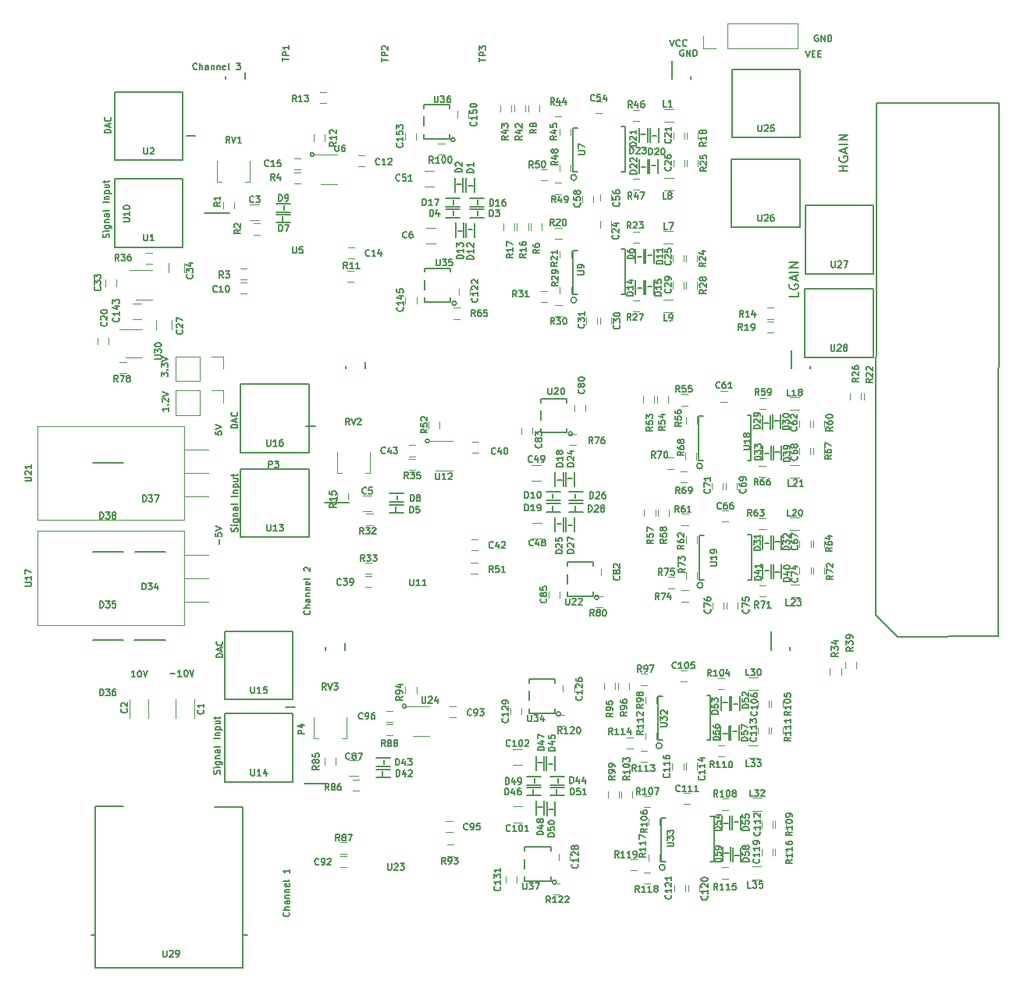
<source format=gbr>
G04 #@! TF.GenerationSoftware,KiCad,Pcbnew,(5.1.5-0-10_14)*
G04 #@! TF.CreationDate,2021-03-04T08:39:19-05:00*
G04 #@! TF.ProjectId,FEA,4645412e-6b69-4636-9164-5f7063625858,rev?*
G04 #@! TF.SameCoordinates,Original*
G04 #@! TF.FileFunction,Legend,Top*
G04 #@! TF.FilePolarity,Positive*
%FSLAX46Y46*%
G04 Gerber Fmt 4.6, Leading zero omitted, Abs format (unit mm)*
G04 Created by KiCad (PCBNEW (5.1.5-0-10_14)) date 2021-03-04 08:39:19*
%MOMM*%
%LPD*%
G04 APERTURE LIST*
%ADD10C,0.150000*%
%ADD11C,0.120000*%
G04 APERTURE END LIST*
D10*
X35100000Y-146000000D02*
X35100000Y-145466666D01*
X34666666Y-144800000D02*
X34666666Y-145133333D01*
X35000000Y-145166666D01*
X34966666Y-145133333D01*
X34933333Y-145066666D01*
X34933333Y-144900000D01*
X34966666Y-144833333D01*
X35000000Y-144800000D01*
X35066666Y-144766666D01*
X35233333Y-144766666D01*
X35300000Y-144800000D01*
X35333333Y-144833333D01*
X35366666Y-144900000D01*
X35366666Y-145066666D01*
X35333333Y-145133333D01*
X35300000Y-145166666D01*
X34666666Y-144566666D02*
X35366666Y-144333333D01*
X34666666Y-144100000D01*
X34666666Y-133783333D02*
X34666666Y-134116666D01*
X35000000Y-134150000D01*
X34966666Y-134116666D01*
X34933333Y-134050000D01*
X34933333Y-133883333D01*
X34966666Y-133816666D01*
X35000000Y-133783333D01*
X35066666Y-133750000D01*
X35233333Y-133750000D01*
X35300000Y-133783333D01*
X35333333Y-133816666D01*
X35366666Y-133883333D01*
X35366666Y-134050000D01*
X35333333Y-134116666D01*
X35300000Y-134150000D01*
X34666666Y-133550000D02*
X35366666Y-133316666D01*
X34666666Y-133083333D01*
X42650000Y-185983333D02*
X42683333Y-186016666D01*
X42716666Y-186116666D01*
X42716666Y-186183333D01*
X42683333Y-186283333D01*
X42616666Y-186350000D01*
X42550000Y-186383333D01*
X42416666Y-186416666D01*
X42316666Y-186416666D01*
X42183333Y-186383333D01*
X42116666Y-186350000D01*
X42050000Y-186283333D01*
X42016666Y-186183333D01*
X42016666Y-186116666D01*
X42050000Y-186016666D01*
X42083333Y-185983333D01*
X42716666Y-185683333D02*
X42016666Y-185683333D01*
X42716666Y-185383333D02*
X42350000Y-185383333D01*
X42283333Y-185416666D01*
X42250000Y-185483333D01*
X42250000Y-185583333D01*
X42283333Y-185650000D01*
X42316666Y-185683333D01*
X42716666Y-184750000D02*
X42350000Y-184750000D01*
X42283333Y-184783333D01*
X42250000Y-184850000D01*
X42250000Y-184983333D01*
X42283333Y-185050000D01*
X42683333Y-184750000D02*
X42716666Y-184816666D01*
X42716666Y-184983333D01*
X42683333Y-185050000D01*
X42616666Y-185083333D01*
X42550000Y-185083333D01*
X42483333Y-185050000D01*
X42450000Y-184983333D01*
X42450000Y-184816666D01*
X42416666Y-184750000D01*
X42250000Y-184416666D02*
X42716666Y-184416666D01*
X42316666Y-184416666D02*
X42283333Y-184383333D01*
X42250000Y-184316666D01*
X42250000Y-184216666D01*
X42283333Y-184150000D01*
X42350000Y-184116666D01*
X42716666Y-184116666D01*
X42250000Y-183783333D02*
X42716666Y-183783333D01*
X42316666Y-183783333D02*
X42283333Y-183750000D01*
X42250000Y-183683333D01*
X42250000Y-183583333D01*
X42283333Y-183516666D01*
X42350000Y-183483333D01*
X42716666Y-183483333D01*
X42683333Y-182883333D02*
X42716666Y-182950000D01*
X42716666Y-183083333D01*
X42683333Y-183150000D01*
X42616666Y-183183333D01*
X42350000Y-183183333D01*
X42283333Y-183150000D01*
X42250000Y-183083333D01*
X42250000Y-182950000D01*
X42283333Y-182883333D01*
X42350000Y-182850000D01*
X42416666Y-182850000D01*
X42483333Y-183183333D01*
X42716666Y-182450000D02*
X42683333Y-182516666D01*
X42616666Y-182550000D01*
X42016666Y-182550000D01*
X42716666Y-181283333D02*
X42716666Y-181683333D01*
X42716666Y-181483333D02*
X42016666Y-181483333D01*
X42116666Y-181550000D01*
X42183333Y-181616666D01*
X42216666Y-181683333D01*
X44900000Y-153233333D02*
X44933333Y-153266666D01*
X44966666Y-153366666D01*
X44966666Y-153433333D01*
X44933333Y-153533333D01*
X44866666Y-153600000D01*
X44800000Y-153633333D01*
X44666666Y-153666666D01*
X44566666Y-153666666D01*
X44433333Y-153633333D01*
X44366666Y-153600000D01*
X44300000Y-153533333D01*
X44266666Y-153433333D01*
X44266666Y-153366666D01*
X44300000Y-153266666D01*
X44333333Y-153233333D01*
X44966666Y-152933333D02*
X44266666Y-152933333D01*
X44966666Y-152633333D02*
X44600000Y-152633333D01*
X44533333Y-152666666D01*
X44500000Y-152733333D01*
X44500000Y-152833333D01*
X44533333Y-152900000D01*
X44566666Y-152933333D01*
X44966666Y-152000000D02*
X44600000Y-152000000D01*
X44533333Y-152033333D01*
X44500000Y-152100000D01*
X44500000Y-152233333D01*
X44533333Y-152300000D01*
X44933333Y-152000000D02*
X44966666Y-152066666D01*
X44966666Y-152233333D01*
X44933333Y-152300000D01*
X44866666Y-152333333D01*
X44800000Y-152333333D01*
X44733333Y-152300000D01*
X44700000Y-152233333D01*
X44700000Y-152066666D01*
X44666666Y-152000000D01*
X44500000Y-151666666D02*
X44966666Y-151666666D01*
X44566666Y-151666666D02*
X44533333Y-151633333D01*
X44500000Y-151566666D01*
X44500000Y-151466666D01*
X44533333Y-151400000D01*
X44600000Y-151366666D01*
X44966666Y-151366666D01*
X44500000Y-151033333D02*
X44966666Y-151033333D01*
X44566666Y-151033333D02*
X44533333Y-151000000D01*
X44500000Y-150933333D01*
X44500000Y-150833333D01*
X44533333Y-150766666D01*
X44600000Y-150733333D01*
X44966666Y-150733333D01*
X44933333Y-150133333D02*
X44966666Y-150200000D01*
X44966666Y-150333333D01*
X44933333Y-150400000D01*
X44866666Y-150433333D01*
X44600000Y-150433333D01*
X44533333Y-150400000D01*
X44500000Y-150333333D01*
X44500000Y-150200000D01*
X44533333Y-150133333D01*
X44600000Y-150100000D01*
X44666666Y-150100000D01*
X44733333Y-150433333D01*
X44966666Y-149700000D02*
X44933333Y-149766666D01*
X44866666Y-149800000D01*
X44266666Y-149800000D01*
X44333333Y-148933333D02*
X44300000Y-148900000D01*
X44266666Y-148833333D01*
X44266666Y-148666666D01*
X44300000Y-148600000D01*
X44333333Y-148566666D01*
X44400000Y-148533333D01*
X44466666Y-148533333D01*
X44566666Y-148566666D01*
X44966666Y-148966666D01*
X44966666Y-148533333D01*
X32686666Y-94475000D02*
X32653333Y-94508333D01*
X32553333Y-94541666D01*
X32486666Y-94541666D01*
X32386666Y-94508333D01*
X32320000Y-94441666D01*
X32286666Y-94375000D01*
X32253333Y-94241666D01*
X32253333Y-94141666D01*
X32286666Y-94008333D01*
X32320000Y-93941666D01*
X32386666Y-93875000D01*
X32486666Y-93841666D01*
X32553333Y-93841666D01*
X32653333Y-93875000D01*
X32686666Y-93908333D01*
X32986666Y-94541666D02*
X32986666Y-93841666D01*
X33286666Y-94541666D02*
X33286666Y-94175000D01*
X33253333Y-94108333D01*
X33186666Y-94075000D01*
X33086666Y-94075000D01*
X33020000Y-94108333D01*
X32986666Y-94141666D01*
X33920000Y-94541666D02*
X33920000Y-94175000D01*
X33886666Y-94108333D01*
X33820000Y-94075000D01*
X33686666Y-94075000D01*
X33620000Y-94108333D01*
X33920000Y-94508333D02*
X33853333Y-94541666D01*
X33686666Y-94541666D01*
X33620000Y-94508333D01*
X33586666Y-94441666D01*
X33586666Y-94375000D01*
X33620000Y-94308333D01*
X33686666Y-94275000D01*
X33853333Y-94275000D01*
X33920000Y-94241666D01*
X34253333Y-94075000D02*
X34253333Y-94541666D01*
X34253333Y-94141666D02*
X34286666Y-94108333D01*
X34353333Y-94075000D01*
X34453333Y-94075000D01*
X34520000Y-94108333D01*
X34553333Y-94175000D01*
X34553333Y-94541666D01*
X34886666Y-94075000D02*
X34886666Y-94541666D01*
X34886666Y-94141666D02*
X34920000Y-94108333D01*
X34986666Y-94075000D01*
X35086666Y-94075000D01*
X35153333Y-94108333D01*
X35186666Y-94175000D01*
X35186666Y-94541666D01*
X35786666Y-94508333D02*
X35720000Y-94541666D01*
X35586666Y-94541666D01*
X35520000Y-94508333D01*
X35486666Y-94441666D01*
X35486666Y-94175000D01*
X35520000Y-94108333D01*
X35586666Y-94075000D01*
X35720000Y-94075000D01*
X35786666Y-94108333D01*
X35820000Y-94175000D01*
X35820000Y-94241666D01*
X35486666Y-94308333D01*
X36220000Y-94541666D02*
X36153333Y-94508333D01*
X36120000Y-94441666D01*
X36120000Y-93841666D01*
X36953333Y-93841666D02*
X37386666Y-93841666D01*
X37153333Y-94108333D01*
X37253333Y-94108333D01*
X37320000Y-94141666D01*
X37353333Y-94175000D01*
X37386666Y-94241666D01*
X37386666Y-94408333D01*
X37353333Y-94475000D01*
X37320000Y-94508333D01*
X37253333Y-94541666D01*
X37053333Y-94541666D01*
X36986666Y-94508333D01*
X36953333Y-94475000D01*
X100056666Y-90810000D02*
X99990000Y-90776666D01*
X99890000Y-90776666D01*
X99790000Y-90810000D01*
X99723333Y-90876666D01*
X99690000Y-90943333D01*
X99656666Y-91076666D01*
X99656666Y-91176666D01*
X99690000Y-91310000D01*
X99723333Y-91376666D01*
X99790000Y-91443333D01*
X99890000Y-91476666D01*
X99956666Y-91476666D01*
X100056666Y-91443333D01*
X100090000Y-91410000D01*
X100090000Y-91176666D01*
X99956666Y-91176666D01*
X100390000Y-91476666D02*
X100390000Y-90776666D01*
X100790000Y-91476666D01*
X100790000Y-90776666D01*
X101123333Y-91476666D02*
X101123333Y-90776666D01*
X101290000Y-90776666D01*
X101390000Y-90810000D01*
X101456666Y-90876666D01*
X101490000Y-90943333D01*
X101523333Y-91076666D01*
X101523333Y-91176666D01*
X101490000Y-91310000D01*
X101456666Y-91376666D01*
X101390000Y-91443333D01*
X101290000Y-91476666D01*
X101123333Y-91476666D01*
X98713333Y-92476666D02*
X98946666Y-93176666D01*
X99180000Y-92476666D01*
X99413333Y-92810000D02*
X99646666Y-92810000D01*
X99746666Y-93176666D02*
X99413333Y-93176666D01*
X99413333Y-92476666D01*
X99746666Y-92476666D01*
X100046666Y-92810000D02*
X100280000Y-92810000D01*
X100380000Y-93176666D02*
X100046666Y-93176666D01*
X100046666Y-92476666D01*
X100380000Y-92476666D01*
X85466666Y-92420000D02*
X85400000Y-92386666D01*
X85300000Y-92386666D01*
X85200000Y-92420000D01*
X85133333Y-92486666D01*
X85100000Y-92553333D01*
X85066666Y-92686666D01*
X85066666Y-92786666D01*
X85100000Y-92920000D01*
X85133333Y-92986666D01*
X85200000Y-93053333D01*
X85300000Y-93086666D01*
X85366666Y-93086666D01*
X85466666Y-93053333D01*
X85500000Y-93020000D01*
X85500000Y-92786666D01*
X85366666Y-92786666D01*
X85800000Y-93086666D02*
X85800000Y-92386666D01*
X86200000Y-93086666D01*
X86200000Y-92386666D01*
X86533333Y-93086666D02*
X86533333Y-92386666D01*
X86700000Y-92386666D01*
X86800000Y-92420000D01*
X86866666Y-92486666D01*
X86900000Y-92553333D01*
X86933333Y-92686666D01*
X86933333Y-92786666D01*
X86900000Y-92920000D01*
X86866666Y-92986666D01*
X86800000Y-93053333D01*
X86700000Y-93086666D01*
X86533333Y-93086666D01*
X83996666Y-91306666D02*
X84230000Y-92006666D01*
X84463333Y-91306666D01*
X85096666Y-91940000D02*
X85063333Y-91973333D01*
X84963333Y-92006666D01*
X84896666Y-92006666D01*
X84796666Y-91973333D01*
X84730000Y-91906666D01*
X84696666Y-91840000D01*
X84663333Y-91706666D01*
X84663333Y-91606666D01*
X84696666Y-91473333D01*
X84730000Y-91406666D01*
X84796666Y-91340000D01*
X84896666Y-91306666D01*
X84963333Y-91306666D01*
X85063333Y-91340000D01*
X85096666Y-91373333D01*
X85796666Y-91940000D02*
X85763333Y-91973333D01*
X85663333Y-92006666D01*
X85596666Y-92006666D01*
X85496666Y-91973333D01*
X85430000Y-91906666D01*
X85396666Y-91840000D01*
X85363333Y-91706666D01*
X85363333Y-91606666D01*
X85396666Y-91473333D01*
X85430000Y-91406666D01*
X85496666Y-91340000D01*
X85596666Y-91306666D01*
X85663333Y-91306666D01*
X85763333Y-91340000D01*
X85796666Y-91373333D01*
X63316666Y-93683333D02*
X63316666Y-93283333D01*
X64016666Y-93483333D02*
X63316666Y-93483333D01*
X64016666Y-93050000D02*
X63316666Y-93050000D01*
X63316666Y-92783333D01*
X63350000Y-92716666D01*
X63383333Y-92683333D01*
X63450000Y-92650000D01*
X63550000Y-92650000D01*
X63616666Y-92683333D01*
X63650000Y-92716666D01*
X63683333Y-92783333D01*
X63683333Y-93050000D01*
X63316666Y-92416666D02*
X63316666Y-91983333D01*
X63583333Y-92216666D01*
X63583333Y-92116666D01*
X63616666Y-92050000D01*
X63650000Y-92016666D01*
X63716666Y-91983333D01*
X63883333Y-91983333D01*
X63950000Y-92016666D01*
X63983333Y-92050000D01*
X64016666Y-92116666D01*
X64016666Y-92316666D01*
X63983333Y-92383333D01*
X63950000Y-92416666D01*
X52716666Y-93683333D02*
X52716666Y-93283333D01*
X53416666Y-93483333D02*
X52716666Y-93483333D01*
X53416666Y-93050000D02*
X52716666Y-93050000D01*
X52716666Y-92783333D01*
X52750000Y-92716666D01*
X52783333Y-92683333D01*
X52850000Y-92650000D01*
X52950000Y-92650000D01*
X53016666Y-92683333D01*
X53050000Y-92716666D01*
X53083333Y-92783333D01*
X53083333Y-93050000D01*
X52783333Y-92383333D02*
X52750000Y-92350000D01*
X52716666Y-92283333D01*
X52716666Y-92116666D01*
X52750000Y-92050000D01*
X52783333Y-92016666D01*
X52850000Y-91983333D01*
X52916666Y-91983333D01*
X53016666Y-92016666D01*
X53416666Y-92416666D01*
X53416666Y-91983333D01*
X41966666Y-93633333D02*
X41966666Y-93233333D01*
X42666666Y-93433333D02*
X41966666Y-93433333D01*
X42666666Y-93000000D02*
X41966666Y-93000000D01*
X41966666Y-92733333D01*
X42000000Y-92666666D01*
X42033333Y-92633333D01*
X42100000Y-92600000D01*
X42200000Y-92600000D01*
X42266666Y-92633333D01*
X42300000Y-92666666D01*
X42333333Y-92733333D01*
X42333333Y-93000000D01*
X42666666Y-91933333D02*
X42666666Y-92333333D01*
X42666666Y-92133333D02*
X41966666Y-92133333D01*
X42066666Y-92200000D01*
X42133333Y-92266666D01*
X42166666Y-92333333D01*
X97932380Y-118700952D02*
X97932380Y-119177142D01*
X96932380Y-119177142D01*
X96980000Y-117843809D02*
X96932380Y-117939047D01*
X96932380Y-118081904D01*
X96980000Y-118224761D01*
X97075238Y-118320000D01*
X97170476Y-118367619D01*
X97360952Y-118415238D01*
X97503809Y-118415238D01*
X97694285Y-118367619D01*
X97789523Y-118320000D01*
X97884761Y-118224761D01*
X97932380Y-118081904D01*
X97932380Y-117986666D01*
X97884761Y-117843809D01*
X97837142Y-117796190D01*
X97503809Y-117796190D01*
X97503809Y-117986666D01*
X97646666Y-117415238D02*
X97646666Y-116939047D01*
X97932380Y-117510476D02*
X96932380Y-117177142D01*
X97932380Y-116843809D01*
X97932380Y-116510476D02*
X96932380Y-116510476D01*
X97932380Y-116034285D02*
X96932380Y-116034285D01*
X97932380Y-115462857D01*
X96932380Y-115462857D01*
X103302380Y-105576190D02*
X102302380Y-105576190D01*
X102778571Y-105576190D02*
X102778571Y-105004761D01*
X103302380Y-105004761D02*
X102302380Y-105004761D01*
X102350000Y-104004761D02*
X102302380Y-104100000D01*
X102302380Y-104242857D01*
X102350000Y-104385714D01*
X102445238Y-104480952D01*
X102540476Y-104528571D01*
X102730952Y-104576190D01*
X102873809Y-104576190D01*
X103064285Y-104528571D01*
X103159523Y-104480952D01*
X103254761Y-104385714D01*
X103302380Y-104242857D01*
X103302380Y-104147619D01*
X103254761Y-104004761D01*
X103207142Y-103957142D01*
X102873809Y-103957142D01*
X102873809Y-104147619D01*
X103016666Y-103576190D02*
X103016666Y-103100000D01*
X103302380Y-103671428D02*
X102302380Y-103338095D01*
X103302380Y-103004761D01*
X103302380Y-102671428D02*
X102302380Y-102671428D01*
X103302380Y-102195238D02*
X102302380Y-102195238D01*
X103302380Y-101623809D01*
X102302380Y-101623809D01*
X29586666Y-131200000D02*
X29586666Y-131600000D01*
X29586666Y-131400000D02*
X28886666Y-131400000D01*
X28986666Y-131466666D01*
X29053333Y-131533333D01*
X29086666Y-131600000D01*
X29520000Y-130900000D02*
X29553333Y-130866666D01*
X29586666Y-130900000D01*
X29553333Y-130933333D01*
X29520000Y-130900000D01*
X29586666Y-130900000D01*
X28953333Y-130600000D02*
X28920000Y-130566666D01*
X28886666Y-130500000D01*
X28886666Y-130333333D01*
X28920000Y-130266666D01*
X28953333Y-130233333D01*
X29020000Y-130200000D01*
X29086666Y-130200000D01*
X29186666Y-130233333D01*
X29586666Y-130633333D01*
X29586666Y-130200000D01*
X28886666Y-130000000D02*
X29586666Y-129766666D01*
X28886666Y-129533333D01*
X25986666Y-160441666D02*
X25586666Y-160441666D01*
X25786666Y-160441666D02*
X25786666Y-159741666D01*
X25720000Y-159841666D01*
X25653333Y-159908333D01*
X25586666Y-159941666D01*
X26420000Y-159741666D02*
X26486666Y-159741666D01*
X26553333Y-159775000D01*
X26586666Y-159808333D01*
X26620000Y-159875000D01*
X26653333Y-160008333D01*
X26653333Y-160175000D01*
X26620000Y-160308333D01*
X26586666Y-160375000D01*
X26553333Y-160408333D01*
X26486666Y-160441666D01*
X26420000Y-160441666D01*
X26353333Y-160408333D01*
X26320000Y-160375000D01*
X26286666Y-160308333D01*
X26253333Y-160175000D01*
X26253333Y-160008333D01*
X26286666Y-159875000D01*
X26320000Y-159808333D01*
X26353333Y-159775000D01*
X26420000Y-159741666D01*
X26853333Y-159741666D02*
X27086666Y-160441666D01*
X27320000Y-159741666D01*
X29786666Y-160100000D02*
X30320000Y-160100000D01*
X31020000Y-160366666D02*
X30620000Y-160366666D01*
X30820000Y-160366666D02*
X30820000Y-159666666D01*
X30753333Y-159766666D01*
X30686666Y-159833333D01*
X30620000Y-159866666D01*
X31453333Y-159666666D02*
X31520000Y-159666666D01*
X31586666Y-159700000D01*
X31620000Y-159733333D01*
X31653333Y-159800000D01*
X31686666Y-159933333D01*
X31686666Y-160100000D01*
X31653333Y-160233333D01*
X31620000Y-160300000D01*
X31586666Y-160333333D01*
X31520000Y-160366666D01*
X31453333Y-160366666D01*
X31386666Y-160333333D01*
X31353333Y-160300000D01*
X31320000Y-160233333D01*
X31286666Y-160100000D01*
X31286666Y-159933333D01*
X31320000Y-159800000D01*
X31353333Y-159733333D01*
X31386666Y-159700000D01*
X31453333Y-159666666D01*
X31886666Y-159666666D02*
X32120000Y-160366666D01*
X32353333Y-159666666D01*
X28836666Y-127833333D02*
X28836666Y-127400000D01*
X29103333Y-127633333D01*
X29103333Y-127533333D01*
X29136666Y-127466666D01*
X29170000Y-127433333D01*
X29236666Y-127400000D01*
X29403333Y-127400000D01*
X29470000Y-127433333D01*
X29503333Y-127466666D01*
X29536666Y-127533333D01*
X29536666Y-127733333D01*
X29503333Y-127800000D01*
X29470000Y-127833333D01*
X29470000Y-127100000D02*
X29503333Y-127066666D01*
X29536666Y-127100000D01*
X29503333Y-127133333D01*
X29470000Y-127100000D01*
X29536666Y-127100000D01*
X28836666Y-126833333D02*
X28836666Y-126400000D01*
X29103333Y-126633333D01*
X29103333Y-126533333D01*
X29136666Y-126466666D01*
X29170000Y-126433333D01*
X29236666Y-126400000D01*
X29403333Y-126400000D01*
X29470000Y-126433333D01*
X29503333Y-126466666D01*
X29536666Y-126533333D01*
X29536666Y-126733333D01*
X29503333Y-126800000D01*
X29470000Y-126833333D01*
X28836666Y-126200000D02*
X29536666Y-125966666D01*
X28836666Y-125733333D01*
X35153333Y-170958333D02*
X35186666Y-170858333D01*
X35186666Y-170691666D01*
X35153333Y-170625000D01*
X35120000Y-170591666D01*
X35053333Y-170558333D01*
X34986666Y-170558333D01*
X34920000Y-170591666D01*
X34886666Y-170625000D01*
X34853333Y-170691666D01*
X34820000Y-170825000D01*
X34786666Y-170891666D01*
X34753333Y-170925000D01*
X34686666Y-170958333D01*
X34620000Y-170958333D01*
X34553333Y-170925000D01*
X34520000Y-170891666D01*
X34486666Y-170825000D01*
X34486666Y-170658333D01*
X34520000Y-170558333D01*
X35186666Y-170258333D02*
X34720000Y-170258333D01*
X34486666Y-170258333D02*
X34520000Y-170291666D01*
X34553333Y-170258333D01*
X34520000Y-170225000D01*
X34486666Y-170258333D01*
X34553333Y-170258333D01*
X34720000Y-169625000D02*
X35286666Y-169625000D01*
X35353333Y-169658333D01*
X35386666Y-169691666D01*
X35420000Y-169758333D01*
X35420000Y-169858333D01*
X35386666Y-169925000D01*
X35153333Y-169625000D02*
X35186666Y-169691666D01*
X35186666Y-169825000D01*
X35153333Y-169891666D01*
X35120000Y-169925000D01*
X35053333Y-169958333D01*
X34853333Y-169958333D01*
X34786666Y-169925000D01*
X34753333Y-169891666D01*
X34720000Y-169825000D01*
X34720000Y-169691666D01*
X34753333Y-169625000D01*
X34720000Y-169291666D02*
X35186666Y-169291666D01*
X34786666Y-169291666D02*
X34753333Y-169258333D01*
X34720000Y-169191666D01*
X34720000Y-169091666D01*
X34753333Y-169025000D01*
X34820000Y-168991666D01*
X35186666Y-168991666D01*
X35186666Y-168358333D02*
X34820000Y-168358333D01*
X34753333Y-168391666D01*
X34720000Y-168458333D01*
X34720000Y-168591666D01*
X34753333Y-168658333D01*
X35153333Y-168358333D02*
X35186666Y-168425000D01*
X35186666Y-168591666D01*
X35153333Y-168658333D01*
X35086666Y-168691666D01*
X35020000Y-168691666D01*
X34953333Y-168658333D01*
X34920000Y-168591666D01*
X34920000Y-168425000D01*
X34886666Y-168358333D01*
X35186666Y-167925000D02*
X35153333Y-167991666D01*
X35086666Y-168025000D01*
X34486666Y-168025000D01*
X35186666Y-167125000D02*
X34486666Y-167125000D01*
X34720000Y-166791666D02*
X35186666Y-166791666D01*
X34786666Y-166791666D02*
X34753333Y-166758333D01*
X34720000Y-166691666D01*
X34720000Y-166591666D01*
X34753333Y-166525000D01*
X34820000Y-166491666D01*
X35186666Y-166491666D01*
X34720000Y-166158333D02*
X35420000Y-166158333D01*
X34753333Y-166158333D02*
X34720000Y-166091666D01*
X34720000Y-165958333D01*
X34753333Y-165891666D01*
X34786666Y-165858333D01*
X34853333Y-165825000D01*
X35053333Y-165825000D01*
X35120000Y-165858333D01*
X35153333Y-165891666D01*
X35186666Y-165958333D01*
X35186666Y-166091666D01*
X35153333Y-166158333D01*
X34720000Y-165225000D02*
X35186666Y-165225000D01*
X34720000Y-165525000D02*
X35086666Y-165525000D01*
X35153333Y-165491666D01*
X35186666Y-165425000D01*
X35186666Y-165325000D01*
X35153333Y-165258333D01*
X35120000Y-165225000D01*
X34720000Y-164991666D02*
X34720000Y-164725000D01*
X34486666Y-164891666D02*
X35086666Y-164891666D01*
X35153333Y-164858333D01*
X35186666Y-164791666D01*
X35186666Y-164725000D01*
X37083333Y-144663333D02*
X37116666Y-144563333D01*
X37116666Y-144396666D01*
X37083333Y-144330000D01*
X37050000Y-144296666D01*
X36983333Y-144263333D01*
X36916666Y-144263333D01*
X36850000Y-144296666D01*
X36816666Y-144330000D01*
X36783333Y-144396666D01*
X36750000Y-144530000D01*
X36716666Y-144596666D01*
X36683333Y-144630000D01*
X36616666Y-144663333D01*
X36550000Y-144663333D01*
X36483333Y-144630000D01*
X36450000Y-144596666D01*
X36416666Y-144530000D01*
X36416666Y-144363333D01*
X36450000Y-144263333D01*
X37116666Y-143963333D02*
X36650000Y-143963333D01*
X36416666Y-143963333D02*
X36450000Y-143996666D01*
X36483333Y-143963333D01*
X36450000Y-143930000D01*
X36416666Y-143963333D01*
X36483333Y-143963333D01*
X36650000Y-143330000D02*
X37216666Y-143330000D01*
X37283333Y-143363333D01*
X37316666Y-143396666D01*
X37350000Y-143463333D01*
X37350000Y-143563333D01*
X37316666Y-143630000D01*
X37083333Y-143330000D02*
X37116666Y-143396666D01*
X37116666Y-143530000D01*
X37083333Y-143596666D01*
X37050000Y-143630000D01*
X36983333Y-143663333D01*
X36783333Y-143663333D01*
X36716666Y-143630000D01*
X36683333Y-143596666D01*
X36650000Y-143530000D01*
X36650000Y-143396666D01*
X36683333Y-143330000D01*
X36650000Y-142996666D02*
X37116666Y-142996666D01*
X36716666Y-142996666D02*
X36683333Y-142963333D01*
X36650000Y-142896666D01*
X36650000Y-142796666D01*
X36683333Y-142730000D01*
X36750000Y-142696666D01*
X37116666Y-142696666D01*
X37116666Y-142063333D02*
X36750000Y-142063333D01*
X36683333Y-142096666D01*
X36650000Y-142163333D01*
X36650000Y-142296666D01*
X36683333Y-142363333D01*
X37083333Y-142063333D02*
X37116666Y-142130000D01*
X37116666Y-142296666D01*
X37083333Y-142363333D01*
X37016666Y-142396666D01*
X36950000Y-142396666D01*
X36883333Y-142363333D01*
X36850000Y-142296666D01*
X36850000Y-142130000D01*
X36816666Y-142063333D01*
X37116666Y-141630000D02*
X37083333Y-141696666D01*
X37016666Y-141730000D01*
X36416666Y-141730000D01*
X37116666Y-140830000D02*
X36416666Y-140830000D01*
X36650000Y-140496666D02*
X37116666Y-140496666D01*
X36716666Y-140496666D02*
X36683333Y-140463333D01*
X36650000Y-140396666D01*
X36650000Y-140296666D01*
X36683333Y-140230000D01*
X36750000Y-140196666D01*
X37116666Y-140196666D01*
X36650000Y-139863333D02*
X37350000Y-139863333D01*
X36683333Y-139863333D02*
X36650000Y-139796666D01*
X36650000Y-139663333D01*
X36683333Y-139596666D01*
X36716666Y-139563333D01*
X36783333Y-139530000D01*
X36983333Y-139530000D01*
X37050000Y-139563333D01*
X37083333Y-139596666D01*
X37116666Y-139663333D01*
X37116666Y-139796666D01*
X37083333Y-139863333D01*
X36650000Y-138930000D02*
X37116666Y-138930000D01*
X36650000Y-139230000D02*
X37016666Y-139230000D01*
X37083333Y-139196666D01*
X37116666Y-139130000D01*
X37116666Y-139030000D01*
X37083333Y-138963333D01*
X37050000Y-138930000D01*
X36650000Y-138696666D02*
X36650000Y-138430000D01*
X36416666Y-138596666D02*
X37016666Y-138596666D01*
X37083333Y-138563333D01*
X37116666Y-138496666D01*
X37116666Y-138430000D01*
X35486666Y-158283333D02*
X34786666Y-158283333D01*
X34786666Y-158116666D01*
X34820000Y-158016666D01*
X34886666Y-157950000D01*
X34953333Y-157916666D01*
X35086666Y-157883333D01*
X35186666Y-157883333D01*
X35320000Y-157916666D01*
X35386666Y-157950000D01*
X35453333Y-158016666D01*
X35486666Y-158116666D01*
X35486666Y-158283333D01*
X35286666Y-157616666D02*
X35286666Y-157283333D01*
X35486666Y-157683333D02*
X34786666Y-157450000D01*
X35486666Y-157216666D01*
X35420000Y-156583333D02*
X35453333Y-156616666D01*
X35486666Y-156716666D01*
X35486666Y-156783333D01*
X35453333Y-156883333D01*
X35386666Y-156950000D01*
X35320000Y-156983333D01*
X35186666Y-157016666D01*
X35086666Y-157016666D01*
X34953333Y-156983333D01*
X34886666Y-156950000D01*
X34820000Y-156883333D01*
X34786666Y-156783333D01*
X34786666Y-156716666D01*
X34820000Y-156616666D01*
X34853333Y-156583333D01*
X37086666Y-133433333D02*
X36386666Y-133433333D01*
X36386666Y-133266666D01*
X36420000Y-133166666D01*
X36486666Y-133100000D01*
X36553333Y-133066666D01*
X36686666Y-133033333D01*
X36786666Y-133033333D01*
X36920000Y-133066666D01*
X36986666Y-133100000D01*
X37053333Y-133166666D01*
X37086666Y-133266666D01*
X37086666Y-133433333D01*
X36886666Y-132766666D02*
X36886666Y-132433333D01*
X37086666Y-132833333D02*
X36386666Y-132600000D01*
X37086666Y-132366666D01*
X37020000Y-131733333D02*
X37053333Y-131766666D01*
X37086666Y-131866666D01*
X37086666Y-131933333D01*
X37053333Y-132033333D01*
X36986666Y-132100000D01*
X36920000Y-132133333D01*
X36786666Y-132166666D01*
X36686666Y-132166666D01*
X36553333Y-132133333D01*
X36486666Y-132100000D01*
X36420000Y-132033333D01*
X36386666Y-131933333D01*
X36386666Y-131866666D01*
X36420000Y-131766666D01*
X36453333Y-131733333D01*
X23366666Y-101433333D02*
X22666666Y-101433333D01*
X22666666Y-101266666D01*
X22700000Y-101166666D01*
X22766666Y-101100000D01*
X22833333Y-101066666D01*
X22966666Y-101033333D01*
X23066666Y-101033333D01*
X23200000Y-101066666D01*
X23266666Y-101100000D01*
X23333333Y-101166666D01*
X23366666Y-101266666D01*
X23366666Y-101433333D01*
X23166666Y-100766666D02*
X23166666Y-100433333D01*
X23366666Y-100833333D02*
X22666666Y-100600000D01*
X23366666Y-100366666D01*
X23300000Y-99733333D02*
X23333333Y-99766666D01*
X23366666Y-99866666D01*
X23366666Y-99933333D01*
X23333333Y-100033333D01*
X23266666Y-100100000D01*
X23200000Y-100133333D01*
X23066666Y-100166666D01*
X22966666Y-100166666D01*
X22833333Y-100133333D01*
X22766666Y-100100000D01*
X22700000Y-100033333D01*
X22666666Y-99933333D01*
X22666666Y-99866666D01*
X22700000Y-99766666D01*
X22733333Y-99733333D01*
X23133333Y-112783333D02*
X23166666Y-112683333D01*
X23166666Y-112516666D01*
X23133333Y-112450000D01*
X23100000Y-112416666D01*
X23033333Y-112383333D01*
X22966666Y-112383333D01*
X22900000Y-112416666D01*
X22866666Y-112450000D01*
X22833333Y-112516666D01*
X22800000Y-112650000D01*
X22766666Y-112716666D01*
X22733333Y-112750000D01*
X22666666Y-112783333D01*
X22600000Y-112783333D01*
X22533333Y-112750000D01*
X22500000Y-112716666D01*
X22466666Y-112650000D01*
X22466666Y-112483333D01*
X22500000Y-112383333D01*
X23166666Y-112083333D02*
X22700000Y-112083333D01*
X22466666Y-112083333D02*
X22500000Y-112116666D01*
X22533333Y-112083333D01*
X22500000Y-112050000D01*
X22466666Y-112083333D01*
X22533333Y-112083333D01*
X22700000Y-111450000D02*
X23266666Y-111450000D01*
X23333333Y-111483333D01*
X23366666Y-111516666D01*
X23400000Y-111583333D01*
X23400000Y-111683333D01*
X23366666Y-111750000D01*
X23133333Y-111450000D02*
X23166666Y-111516666D01*
X23166666Y-111650000D01*
X23133333Y-111716666D01*
X23100000Y-111750000D01*
X23033333Y-111783333D01*
X22833333Y-111783333D01*
X22766666Y-111750000D01*
X22733333Y-111716666D01*
X22700000Y-111650000D01*
X22700000Y-111516666D01*
X22733333Y-111450000D01*
X22700000Y-111116666D02*
X23166666Y-111116666D01*
X22766666Y-111116666D02*
X22733333Y-111083333D01*
X22700000Y-111016666D01*
X22700000Y-110916666D01*
X22733333Y-110850000D01*
X22800000Y-110816666D01*
X23166666Y-110816666D01*
X23166666Y-110183333D02*
X22800000Y-110183333D01*
X22733333Y-110216666D01*
X22700000Y-110283333D01*
X22700000Y-110416666D01*
X22733333Y-110483333D01*
X23133333Y-110183333D02*
X23166666Y-110250000D01*
X23166666Y-110416666D01*
X23133333Y-110483333D01*
X23066666Y-110516666D01*
X23000000Y-110516666D01*
X22933333Y-110483333D01*
X22900000Y-110416666D01*
X22900000Y-110250000D01*
X22866666Y-110183333D01*
X23166666Y-109750000D02*
X23133333Y-109816666D01*
X23066666Y-109850000D01*
X22466666Y-109850000D01*
X23166666Y-108950000D02*
X22466666Y-108950000D01*
X22700000Y-108616666D02*
X23166666Y-108616666D01*
X22766666Y-108616666D02*
X22733333Y-108583333D01*
X22700000Y-108516666D01*
X22700000Y-108416666D01*
X22733333Y-108350000D01*
X22800000Y-108316666D01*
X23166666Y-108316666D01*
X22700000Y-107983333D02*
X23400000Y-107983333D01*
X22733333Y-107983333D02*
X22700000Y-107916666D01*
X22700000Y-107783333D01*
X22733333Y-107716666D01*
X22766666Y-107683333D01*
X22833333Y-107650000D01*
X23033333Y-107650000D01*
X23100000Y-107683333D01*
X23133333Y-107716666D01*
X23166666Y-107783333D01*
X23166666Y-107916666D01*
X23133333Y-107983333D01*
X22700000Y-107050000D02*
X23166666Y-107050000D01*
X22700000Y-107350000D02*
X23066666Y-107350000D01*
X23133333Y-107316666D01*
X23166666Y-107250000D01*
X23166666Y-107150000D01*
X23133333Y-107083333D01*
X23100000Y-107050000D01*
X22700000Y-106816666D02*
X22700000Y-106550000D01*
X22466666Y-106716666D02*
X23066666Y-106716666D01*
X23133333Y-106683333D01*
X23166666Y-106616666D01*
X23166666Y-106550000D01*
X73450000Y-100850000D02*
X73950000Y-100850000D01*
X73450000Y-105650000D02*
X73450000Y-100850000D01*
X73950000Y-105650000D02*
X73450000Y-105650000D01*
X79150000Y-100750000D02*
X78750000Y-100750000D01*
X79150000Y-105650000D02*
X79150000Y-100750000D01*
X78750000Y-105650000D02*
X79150000Y-105650000D01*
X73866228Y-106250000D02*
G75*
G03X73866228Y-106250000I-316228J0D01*
G01*
X45376556Y-103750000D02*
G75*
G03X45376556Y-103750000I-201556J0D01*
G01*
D11*
X47900000Y-103740000D02*
X45450000Y-103740000D01*
X46100000Y-106960000D02*
X47900000Y-106960000D01*
X31310000Y-147170000D02*
X33934000Y-147170000D01*
X31310000Y-149710000D02*
X33934000Y-149710000D01*
X31310000Y-152250000D02*
X33950000Y-152250000D01*
X15420000Y-144590000D02*
X31310000Y-144590000D01*
X15420000Y-154830000D02*
X31310000Y-154830000D01*
X15420000Y-154830000D02*
X15420000Y-144590000D01*
X31310000Y-154830000D02*
X31310000Y-144590000D01*
X31310000Y-143430000D02*
X31310000Y-133190000D01*
X15420000Y-143430000D02*
X15420000Y-133190000D01*
X15420000Y-143430000D02*
X31310000Y-143430000D01*
X15420000Y-133190000D02*
X31310000Y-133190000D01*
X31310000Y-140850000D02*
X33950000Y-140850000D01*
X31310000Y-138310000D02*
X33934000Y-138310000D01*
X31310000Y-135770000D02*
X33934000Y-135770000D01*
D10*
X35825000Y-95575000D02*
X35825000Y-95275000D01*
X86225000Y-95575000D02*
X86225000Y-95275000D01*
X37925000Y-95575000D02*
X37925000Y-94875000D01*
X84225000Y-95575000D02*
X84225000Y-93575000D01*
X32525000Y-101775000D02*
X31525000Y-101775000D01*
X33525000Y-110075000D02*
X36225000Y-110075000D01*
X61325000Y-106975000D02*
X60850000Y-106975000D01*
X61550000Y-106300000D02*
X61550000Y-107825000D01*
X60650000Y-106300000D02*
X60650000Y-107825000D01*
X62125000Y-107175000D02*
X62600000Y-107175000D01*
X61900000Y-107850000D02*
X61900000Y-106325000D01*
X62800000Y-107850000D02*
X62800000Y-106325000D01*
X106375000Y-98175000D02*
X119675000Y-98175000D01*
X119675000Y-98175000D02*
X119575000Y-156025000D01*
X119575000Y-156025000D02*
X108725000Y-156075000D01*
X108725000Y-156075000D02*
X106275000Y-153725000D01*
X106275000Y-153725000D02*
X106375000Y-98175000D01*
D11*
X30350000Y-125670000D02*
X30350000Y-128330000D01*
X32950000Y-125670000D02*
X30350000Y-125670000D01*
X32950000Y-128330000D02*
X30350000Y-128330000D01*
X32950000Y-125670000D02*
X32950000Y-128330000D01*
X34220000Y-125670000D02*
X35550000Y-125670000D01*
X35550000Y-125670000D02*
X35550000Y-127000000D01*
X35550000Y-129370000D02*
X35550000Y-130700000D01*
X34220000Y-129370000D02*
X35550000Y-129370000D01*
X32950000Y-129370000D02*
X32950000Y-132030000D01*
X32950000Y-132030000D02*
X30350000Y-132030000D01*
X32950000Y-129370000D02*
X30350000Y-129370000D01*
X30350000Y-129370000D02*
X30350000Y-132030000D01*
X25405000Y-162900000D02*
X25405000Y-164900000D01*
X27445000Y-164900000D02*
X27445000Y-162900000D01*
D10*
X23750000Y-106400000D02*
X23750000Y-110100000D01*
X31150000Y-106400000D02*
X23750000Y-106400000D01*
X31150000Y-113800000D02*
X31150000Y-106400000D01*
X23750000Y-113800000D02*
X31150000Y-113800000D01*
X23750000Y-110100000D02*
X23750000Y-113800000D01*
X23750000Y-97000000D02*
X23750000Y-100700000D01*
X31150000Y-97000000D02*
X23750000Y-97000000D01*
X31150000Y-104400000D02*
X31150000Y-97000000D01*
X23750000Y-104400000D02*
X31150000Y-104400000D01*
X23750000Y-100700000D02*
X23750000Y-104400000D01*
D11*
X68600000Y-99150000D02*
X68600000Y-98450000D01*
X69800000Y-98450000D02*
X69800000Y-99150000D01*
X46700000Y-98200000D02*
X46000000Y-98200000D01*
X46000000Y-97000000D02*
X46700000Y-97000000D01*
X23970000Y-117350000D02*
X23970000Y-118050000D01*
X22770000Y-118050000D02*
X22770000Y-117350000D01*
D10*
X37430000Y-141580000D02*
X37430000Y-145280000D01*
X37430000Y-145280000D02*
X44830000Y-145280000D01*
X44830000Y-145280000D02*
X44830000Y-137880000D01*
X44830000Y-137880000D02*
X37430000Y-137880000D01*
X37430000Y-137880000D02*
X37430000Y-141580000D01*
X37430000Y-128680000D02*
X37430000Y-132380000D01*
X44830000Y-128680000D02*
X37430000Y-128680000D01*
X44830000Y-136080000D02*
X44830000Y-128680000D01*
X37430000Y-136080000D02*
X44830000Y-136080000D01*
X37430000Y-132380000D02*
X37430000Y-136080000D01*
X35695000Y-164425000D02*
X35695000Y-168125000D01*
X43095000Y-164425000D02*
X35695000Y-164425000D01*
X43095000Y-171825000D02*
X43095000Y-164425000D01*
X35695000Y-171825000D02*
X43095000Y-171825000D01*
X35695000Y-168125000D02*
X35695000Y-171825000D01*
X35695000Y-159175000D02*
X35695000Y-162875000D01*
X35695000Y-162875000D02*
X43095000Y-162875000D01*
X43095000Y-162875000D02*
X43095000Y-155475000D01*
X43095000Y-155475000D02*
X35695000Y-155475000D01*
X35695000Y-155475000D02*
X35695000Y-159175000D01*
X90710000Y-94530000D02*
X90710000Y-98230000D01*
X98110000Y-94530000D02*
X90710000Y-94530000D01*
X98110000Y-101930000D02*
X98110000Y-94530000D01*
X90710000Y-101930000D02*
X98110000Y-101930000D01*
X90710000Y-98230000D02*
X90710000Y-101930000D01*
X90690000Y-107970000D02*
X90690000Y-111670000D01*
X90690000Y-111670000D02*
X98090000Y-111670000D01*
X98090000Y-111670000D02*
X98090000Y-104270000D01*
X98090000Y-104270000D02*
X90690000Y-104270000D01*
X90690000Y-104270000D02*
X90690000Y-107970000D01*
X98670000Y-113000000D02*
X98670000Y-116700000D01*
X98670000Y-116700000D02*
X106070000Y-116700000D01*
X106070000Y-116700000D02*
X106070000Y-109300000D01*
X106070000Y-109300000D02*
X98670000Y-109300000D01*
X98670000Y-109300000D02*
X98670000Y-113000000D01*
X98620000Y-118350000D02*
X98620000Y-122050000D01*
X106020000Y-118350000D02*
X98620000Y-118350000D01*
X106020000Y-125750000D02*
X106020000Y-118350000D01*
X98620000Y-125750000D02*
X106020000Y-125750000D01*
X98620000Y-122050000D02*
X98620000Y-125750000D01*
D11*
X23125000Y-123645000D02*
X23125000Y-124345000D01*
X21925000Y-124345000D02*
X21925000Y-123645000D01*
X26705000Y-122690000D02*
X24275000Y-122690000D01*
X24945000Y-125760000D02*
X26705000Y-125760000D01*
X68850000Y-111950000D02*
X68850000Y-111250000D01*
X70050000Y-111250000D02*
X70050000Y-111950000D01*
X87590000Y-92230000D02*
X87590000Y-90900000D01*
X88920000Y-92230000D02*
X87590000Y-92230000D01*
X90190000Y-92230000D02*
X90190000Y-89570000D01*
X90190000Y-89570000D02*
X97870000Y-89570000D01*
X90190000Y-92230000D02*
X97870000Y-92230000D01*
X97870000Y-92230000D02*
X97870000Y-89570000D01*
X24300000Y-126250000D02*
X25000000Y-126250000D01*
X25000000Y-127450000D02*
X24300000Y-127450000D01*
D10*
X21645000Y-188475000D02*
X21220000Y-188475000D01*
X37645000Y-191975000D02*
X37645000Y-189675000D01*
X37595000Y-191975000D02*
X37645000Y-191975000D01*
X21645000Y-191975000D02*
X37595000Y-191975000D01*
X21645000Y-189675000D02*
X21645000Y-191975000D01*
X37645000Y-188475000D02*
X38195000Y-188475000D01*
X37645000Y-174525000D02*
X37645000Y-189675000D01*
X34595000Y-174525000D02*
X37645000Y-174525000D01*
X21645000Y-174475000D02*
X21645000Y-189675000D01*
X24695000Y-174475000D02*
X21645000Y-174475000D01*
D11*
X28270000Y-121750000D02*
X28270000Y-122750000D01*
X29970000Y-122750000D02*
X29970000Y-121750000D01*
X31320000Y-116550000D02*
X31320000Y-115550000D01*
X29620000Y-115550000D02*
X29620000Y-116550000D01*
X27120000Y-114400000D02*
X27820000Y-114400000D01*
X27820000Y-115600000D02*
X27120000Y-115600000D01*
X27820000Y-116290000D02*
X25370000Y-116290000D01*
X26020000Y-119510000D02*
X27820000Y-119510000D01*
X26670000Y-119950000D02*
X25670000Y-119950000D01*
X25670000Y-121650000D02*
X26670000Y-121650000D01*
X62300000Y-118300000D02*
X62300000Y-119000000D01*
X61100000Y-119000000D02*
X61100000Y-118300000D01*
X55300000Y-119950000D02*
X55300000Y-119250000D01*
X56500000Y-119250000D02*
X56500000Y-119950000D01*
X62150000Y-99050000D02*
X62150000Y-99750000D01*
X60950000Y-99750000D02*
X60950000Y-99050000D01*
X56450000Y-101500000D02*
X56450000Y-102200000D01*
X55250000Y-102200000D02*
X55250000Y-101500000D01*
D10*
X60823607Y-119900000D02*
G75*
G03X60823607Y-119900000I-223607J0D01*
G01*
X60200000Y-119800000D02*
X57400000Y-119800000D01*
X60200000Y-119300000D02*
X60200000Y-119800000D01*
X57400000Y-119800000D02*
X57400000Y-119300000D01*
X57400000Y-118400000D02*
X57400000Y-117400000D01*
X60200000Y-116100000D02*
X60200000Y-116500000D01*
X57400000Y-116100000D02*
X60200000Y-116100000D01*
X57400000Y-116500000D02*
X57400000Y-116100000D01*
X57250000Y-98750000D02*
X57250000Y-98350000D01*
X57250000Y-98350000D02*
X60050000Y-98350000D01*
X60050000Y-98350000D02*
X60050000Y-98750000D01*
X57250000Y-100650000D02*
X57250000Y-99650000D01*
X57250000Y-102050000D02*
X57250000Y-101550000D01*
X60050000Y-101550000D02*
X60050000Y-102050000D01*
X60050000Y-102050000D02*
X57250000Y-102050000D01*
X60673607Y-102150000D02*
G75*
G03X60673607Y-102150000I-223607J0D01*
G01*
D11*
X94550000Y-120400000D02*
X95250000Y-120400000D01*
X95250000Y-121600000D02*
X94550000Y-121600000D01*
X95250000Y-123100000D02*
X94550000Y-123100000D01*
X94550000Y-121900000D02*
X95250000Y-121900000D01*
X106200000Y-129650000D02*
X106200000Y-130350000D01*
X105000000Y-130350000D02*
X105000000Y-129650000D01*
X103500000Y-130350000D02*
X103500000Y-129650000D01*
X104700000Y-129650000D02*
X104700000Y-130350000D01*
X102550000Y-159500000D02*
X102550000Y-160200000D01*
X101350000Y-160200000D02*
X101350000Y-159500000D01*
X103000000Y-159500000D02*
X103000000Y-158800000D01*
X104200000Y-158800000D02*
X104200000Y-159500000D01*
X61200000Y-121600000D02*
X60500000Y-121600000D01*
X60500000Y-120400000D02*
X61200000Y-120400000D01*
X58850000Y-102550000D02*
X59550000Y-102550000D01*
X59550000Y-103750000D02*
X58850000Y-103750000D01*
D10*
X29250000Y-156400000D02*
X25875000Y-156400000D01*
X21350000Y-146850000D02*
X24725000Y-146850000D01*
X21350000Y-156400000D02*
X24725000Y-156400000D01*
X29300000Y-146850000D02*
X25925000Y-146850000D01*
X21350000Y-137200000D02*
X24725000Y-137200000D01*
D11*
X38400000Y-110900000D02*
X39400000Y-110900000D01*
X39400000Y-109200000D02*
X38400000Y-109200000D01*
X37400000Y-117650000D02*
X38100000Y-117650000D01*
X38100000Y-118850000D02*
X37400000Y-118850000D01*
X50850000Y-105050000D02*
X50150000Y-105050000D01*
X50150000Y-103850000D02*
X50850000Y-103850000D01*
X49050000Y-113850000D02*
X49750000Y-113850000D01*
X49750000Y-115050000D02*
X49050000Y-115050000D01*
X43900000Y-105400000D02*
X43200000Y-105400000D01*
X43200000Y-104200000D02*
X43900000Y-104200000D01*
D10*
X41975000Y-110475000D02*
X41975000Y-110950000D01*
X41300000Y-110250000D02*
X42825000Y-110250000D01*
X41300000Y-111150000D02*
X42825000Y-111150000D01*
X42850000Y-109100000D02*
X41325000Y-109100000D01*
X42850000Y-110000000D02*
X41325000Y-110000000D01*
X42175000Y-109775000D02*
X42175000Y-109300000D01*
X62575000Y-111875000D02*
X62100000Y-111875000D01*
X62800000Y-111200000D02*
X62800000Y-112725000D01*
X61900000Y-111200000D02*
X61900000Y-112725000D01*
X60975000Y-112025000D02*
X61450000Y-112025000D01*
X60750000Y-112700000D02*
X60750000Y-111175000D01*
X61650000Y-112700000D02*
X61650000Y-111175000D01*
D11*
X36700000Y-108950000D02*
X36700000Y-109650000D01*
X35500000Y-109650000D02*
X35500000Y-108950000D01*
X39500000Y-112450000D02*
X38800000Y-112450000D01*
X38800000Y-111250000D02*
X39500000Y-111250000D01*
X37400000Y-116150000D02*
X38100000Y-116150000D01*
X38100000Y-117350000D02*
X37400000Y-117350000D01*
X43200000Y-105700000D02*
X43900000Y-105700000D01*
X43900000Y-106900000D02*
X43200000Y-106900000D01*
X49000000Y-116400000D02*
X49700000Y-116400000D01*
X49700000Y-117600000D02*
X49000000Y-117600000D01*
X46550000Y-101600000D02*
X46550000Y-102300000D01*
X45350000Y-102300000D02*
X45350000Y-101600000D01*
X34870000Y-106750000D02*
X34870000Y-104470000D01*
X35380000Y-106750000D02*
X34870000Y-106750000D01*
X38430000Y-106750000D02*
X37920000Y-106750000D01*
X38430000Y-104470000D02*
X38430000Y-106750000D01*
X57550000Y-113450000D02*
X58550000Y-113450000D01*
X58550000Y-111750000D02*
X57550000Y-111750000D01*
X84350000Y-102100000D02*
X84350000Y-101400000D01*
X85550000Y-101400000D02*
X85550000Y-102100000D01*
X77600000Y-111000000D02*
X77600000Y-111700000D01*
X76400000Y-111700000D02*
X76400000Y-111000000D01*
X85500000Y-114650000D02*
X85500000Y-115350000D01*
X84300000Y-115350000D02*
X84300000Y-114650000D01*
X84350000Y-105050000D02*
X84350000Y-104350000D01*
X85550000Y-104350000D02*
X85550000Y-105050000D01*
X85500000Y-117600000D02*
X85500000Y-118300000D01*
X84300000Y-118300000D02*
X84300000Y-117600000D01*
X77600000Y-121450000D02*
X77600000Y-122150000D01*
X76400000Y-122150000D02*
X76400000Y-121450000D01*
X76100000Y-121450000D02*
X76100000Y-122150000D01*
X74900000Y-122150000D02*
X74900000Y-121450000D01*
X58400000Y-105550000D02*
X57400000Y-105550000D01*
X57400000Y-107250000D02*
X58400000Y-107250000D01*
X76600000Y-99250000D02*
X75900000Y-99250000D01*
X75900000Y-98050000D02*
X76600000Y-98050000D01*
X76400000Y-108800000D02*
X76400000Y-108100000D01*
X77600000Y-108100000D02*
X77600000Y-108800000D01*
X74500000Y-108950000D02*
X74500000Y-108250000D01*
X75700000Y-108250000D02*
X75700000Y-108950000D01*
D10*
X81150000Y-115550000D02*
X81150000Y-114025000D01*
X80250000Y-115550000D02*
X80250000Y-114025000D01*
X80475000Y-114875000D02*
X80950000Y-114875000D01*
X82025000Y-114675000D02*
X81550000Y-114675000D01*
X82250000Y-114000000D02*
X82250000Y-115525000D01*
X81350000Y-114000000D02*
X81350000Y-115525000D01*
X80475000Y-118275000D02*
X80950000Y-118275000D01*
X80250000Y-118950000D02*
X80250000Y-117425000D01*
X81150000Y-118950000D02*
X81150000Y-117425000D01*
X81350000Y-117400000D02*
X81350000Y-118925000D01*
X82250000Y-117400000D02*
X82250000Y-118925000D01*
X82025000Y-118075000D02*
X81550000Y-118075000D01*
X82750000Y-102450000D02*
X82750000Y-100925000D01*
X81850000Y-102450000D02*
X81850000Y-100925000D01*
X82075000Y-101775000D02*
X82550000Y-101775000D01*
X81325000Y-101575000D02*
X80850000Y-101575000D01*
X81550000Y-100900000D02*
X81550000Y-102425000D01*
X80650000Y-100900000D02*
X80650000Y-102425000D01*
X80875000Y-105125000D02*
X81350000Y-105125000D01*
X80650000Y-105800000D02*
X80650000Y-104275000D01*
X81550000Y-105800000D02*
X81550000Y-104275000D01*
X81800000Y-104250000D02*
X81800000Y-105775000D01*
X82700000Y-104250000D02*
X82700000Y-105775000D01*
X82475000Y-104925000D02*
X82000000Y-104925000D01*
D11*
X84350000Y-100180000D02*
X83350000Y-100180000D01*
X83350000Y-98820000D02*
X84350000Y-98820000D01*
X84300000Y-113430000D02*
X83300000Y-113430000D01*
X83300000Y-112070000D02*
X84300000Y-112070000D01*
X84350000Y-107680000D02*
X83350000Y-107680000D01*
X83350000Y-106320000D02*
X84350000Y-106320000D01*
X84300000Y-120880000D02*
X83300000Y-120880000D01*
X83300000Y-119520000D02*
X84300000Y-119520000D01*
X67400000Y-111950000D02*
X67400000Y-111250000D01*
X68600000Y-111250000D02*
X68600000Y-111950000D01*
X65950000Y-111950000D02*
X65950000Y-111250000D01*
X67150000Y-111250000D02*
X67150000Y-111950000D01*
X85850000Y-102100000D02*
X85850000Y-101400000D01*
X87050000Y-101400000D02*
X87050000Y-102100000D01*
X72250000Y-112950000D02*
X71550000Y-112950000D01*
X71550000Y-111750000D02*
X72250000Y-111750000D01*
X73250000Y-114250000D02*
X73250000Y-114950000D01*
X72050000Y-114950000D02*
X72050000Y-114250000D01*
X80000000Y-112150000D02*
X80700000Y-112150000D01*
X80700000Y-113350000D02*
X80000000Y-113350000D01*
X86950000Y-114650000D02*
X86950000Y-115350000D01*
X85750000Y-115350000D02*
X85750000Y-114650000D01*
X85850000Y-105050000D02*
X85850000Y-104350000D01*
X87050000Y-104350000D02*
X87050000Y-105050000D01*
X80650000Y-120800000D02*
X79950000Y-120800000D01*
X79950000Y-119600000D02*
X80650000Y-119600000D01*
X86950000Y-117600000D02*
X86950000Y-118300000D01*
X85750000Y-118300000D02*
X85750000Y-117600000D01*
X72050000Y-118850000D02*
X72050000Y-118150000D01*
X73250000Y-118150000D02*
X73250000Y-118850000D01*
X71550000Y-120100000D02*
X72250000Y-120100000D01*
X72250000Y-121300000D02*
X71550000Y-121300000D01*
X70000000Y-118550000D02*
X70700000Y-118550000D01*
X70700000Y-119750000D02*
X70000000Y-119750000D01*
X68300000Y-98450000D02*
X68300000Y-99150000D01*
X67100000Y-99150000D02*
X67100000Y-98450000D01*
X66750000Y-98450000D02*
X66750000Y-99150000D01*
X65550000Y-99150000D02*
X65550000Y-98450000D01*
X71500000Y-98400000D02*
X72200000Y-98400000D01*
X72200000Y-99600000D02*
X71500000Y-99600000D01*
X72000000Y-101650000D02*
X72000000Y-100950000D01*
X73200000Y-100950000D02*
X73200000Y-101650000D01*
X80700000Y-100100000D02*
X80000000Y-100100000D01*
X80000000Y-98900000D02*
X80700000Y-98900000D01*
X80000000Y-106400000D02*
X80700000Y-106400000D01*
X80700000Y-107600000D02*
X80000000Y-107600000D01*
X73200000Y-104850000D02*
X73200000Y-105550000D01*
X72000000Y-105550000D02*
X72000000Y-104850000D01*
X72200000Y-108050000D02*
X71500000Y-108050000D01*
X71500000Y-106850000D02*
X72200000Y-106850000D01*
X70700000Y-106550000D02*
X70000000Y-106550000D01*
X70000000Y-105350000D02*
X70700000Y-105350000D01*
D10*
X73866228Y-119550000D02*
G75*
G03X73866228Y-119550000I-316228J0D01*
G01*
X78750000Y-118950000D02*
X79150000Y-118950000D01*
X79150000Y-118950000D02*
X79150000Y-114050000D01*
X79150000Y-114050000D02*
X78750000Y-114050000D01*
X73950000Y-118950000D02*
X73450000Y-118950000D01*
X73450000Y-118950000D02*
X73450000Y-114150000D01*
X73450000Y-114150000D02*
X73950000Y-114150000D01*
X63125000Y-109175000D02*
X63125000Y-108700000D01*
X63800000Y-109400000D02*
X62275000Y-109400000D01*
X63800000Y-108500000D02*
X62275000Y-108500000D01*
X61150000Y-108500000D02*
X59625000Y-108500000D01*
X61150000Y-109400000D02*
X59625000Y-109400000D01*
X60475000Y-109175000D02*
X60475000Y-108700000D01*
X63800000Y-109700000D02*
X62275000Y-109700000D01*
X63800000Y-110600000D02*
X62275000Y-110600000D01*
X63125000Y-110375000D02*
X63125000Y-109900000D01*
X60525000Y-110375000D02*
X60525000Y-109900000D01*
X61200000Y-110600000D02*
X59675000Y-110600000D01*
X61200000Y-109700000D02*
X59675000Y-109700000D01*
D11*
X32370000Y-164900000D02*
X32370000Y-162900000D01*
X30330000Y-162900000D02*
X30330000Y-164900000D01*
X50650000Y-142450000D02*
X51650000Y-142450000D01*
X51650000Y-140750000D02*
X50650000Y-140750000D01*
X50900000Y-149500000D02*
X51600000Y-149500000D01*
X51600000Y-150700000D02*
X50900000Y-150700000D01*
X62550000Y-134900000D02*
X63250000Y-134900000D01*
X63250000Y-136100000D02*
X62550000Y-136100000D01*
X62450000Y-145500000D02*
X63150000Y-145500000D01*
X63150000Y-146700000D02*
X62450000Y-146700000D01*
X55650000Y-135300000D02*
X56350000Y-135300000D01*
X56350000Y-136500000D02*
X55650000Y-136500000D01*
X70100000Y-143750000D02*
X69100000Y-143750000D01*
X69100000Y-145450000D02*
X70100000Y-145450000D01*
X69000000Y-139150000D02*
X70000000Y-139150000D01*
X70000000Y-137450000D02*
X69000000Y-137450000D01*
X89500000Y-129400000D02*
X90200000Y-129400000D01*
X90200000Y-130600000D02*
X89500000Y-130600000D01*
X99200000Y-132650000D02*
X99200000Y-133350000D01*
X98000000Y-133350000D02*
X98000000Y-132650000D01*
X90300000Y-143600000D02*
X89600000Y-143600000D01*
X89600000Y-142400000D02*
X90300000Y-142400000D01*
X98050000Y-146350000D02*
X98050000Y-145650000D01*
X99250000Y-145650000D02*
X99250000Y-146350000D01*
X99200000Y-135600000D02*
X99200000Y-136300000D01*
X98000000Y-136300000D02*
X98000000Y-135600000D01*
X91250000Y-139400000D02*
X91250000Y-140100000D01*
X90050000Y-140100000D02*
X90050000Y-139400000D01*
X89750000Y-139400000D02*
X89750000Y-140100000D01*
X88550000Y-140100000D02*
X88550000Y-139400000D01*
X98050000Y-149250000D02*
X98050000Y-148550000D01*
X99250000Y-148550000D02*
X99250000Y-149250000D01*
X90100000Y-153050000D02*
X90100000Y-152350000D01*
X91300000Y-152350000D02*
X91300000Y-153050000D01*
X88600000Y-153050000D02*
X88600000Y-152350000D01*
X89800000Y-152350000D02*
X89800000Y-153050000D01*
X73650000Y-131650000D02*
X73650000Y-130950000D01*
X74850000Y-130950000D02*
X74850000Y-131650000D01*
X76550000Y-149400000D02*
X76550000Y-148700000D01*
X77750000Y-148700000D02*
X77750000Y-149400000D01*
X67900000Y-134100000D02*
X67900000Y-133400000D01*
X69100000Y-133400000D02*
X69100000Y-134100000D01*
X70800000Y-151850000D02*
X70800000Y-151150000D01*
X72000000Y-151150000D02*
X72000000Y-151850000D01*
D10*
X53550000Y-142650000D02*
X55075000Y-142650000D01*
X53550000Y-141750000D02*
X55075000Y-141750000D01*
X54225000Y-141975000D02*
X54225000Y-142450000D01*
X54425000Y-141225000D02*
X54425000Y-140750000D01*
X55100000Y-141450000D02*
X53575000Y-141450000D01*
X55100000Y-140550000D02*
X53575000Y-140550000D01*
X71225000Y-140575000D02*
X71225000Y-141050000D01*
X70550000Y-140350000D02*
X72075000Y-140350000D01*
X70550000Y-141250000D02*
X72075000Y-141250000D01*
X71775000Y-139075000D02*
X72250000Y-139075000D01*
X71550000Y-139750000D02*
X71550000Y-138225000D01*
X72450000Y-139750000D02*
X72450000Y-138225000D01*
X71225000Y-141875000D02*
X71225000Y-142350000D01*
X70550000Y-141650000D02*
X72075000Y-141650000D01*
X70550000Y-142550000D02*
X72075000Y-142550000D01*
X72700000Y-138200000D02*
X72700000Y-139725000D01*
X73600000Y-138200000D02*
X73600000Y-139725000D01*
X73375000Y-138875000D02*
X72900000Y-138875000D01*
X72225000Y-143825000D02*
X71750000Y-143825000D01*
X72450000Y-143150000D02*
X72450000Y-144675000D01*
X71550000Y-143150000D02*
X71550000Y-144675000D01*
X73050000Y-141250000D02*
X74575000Y-141250000D01*
X73050000Y-140350000D02*
X74575000Y-140350000D01*
X73725000Y-140575000D02*
X73725000Y-141050000D01*
X73600000Y-144700000D02*
X73600000Y-143175000D01*
X72700000Y-144700000D02*
X72700000Y-143175000D01*
X72925000Y-144025000D02*
X73400000Y-144025000D01*
X73050000Y-142550000D02*
X74575000Y-142550000D01*
X73050000Y-141650000D02*
X74575000Y-141650000D01*
X73725000Y-141875000D02*
X73725000Y-142350000D01*
X94225000Y-132875000D02*
X94700000Y-132875000D01*
X94000000Y-133550000D02*
X94000000Y-132025000D01*
X94900000Y-133550000D02*
X94900000Y-132025000D01*
X95100000Y-132000000D02*
X95100000Y-133525000D01*
X96000000Y-132000000D02*
X96000000Y-133525000D01*
X95775000Y-132675000D02*
X95300000Y-132675000D01*
X94275000Y-145925000D02*
X94750000Y-145925000D01*
X94050000Y-146600000D02*
X94050000Y-145075000D01*
X94950000Y-146600000D02*
X94950000Y-145075000D01*
X95200000Y-145050000D02*
X95200000Y-146575000D01*
X96100000Y-145050000D02*
X96100000Y-146575000D01*
X95875000Y-145725000D02*
X95400000Y-145725000D01*
X94950000Y-136900000D02*
X94950000Y-135375000D01*
X94050000Y-136900000D02*
X94050000Y-135375000D01*
X94275000Y-136225000D02*
X94750000Y-136225000D01*
X95875000Y-136025000D02*
X95400000Y-136025000D01*
X96100000Y-135350000D02*
X96100000Y-136875000D01*
X95200000Y-135350000D02*
X95200000Y-136875000D01*
X96100000Y-149750000D02*
X96100000Y-148225000D01*
X95200000Y-149750000D02*
X95200000Y-148225000D01*
X95425000Y-149075000D02*
X95900000Y-149075000D01*
X94725000Y-148875000D02*
X94250000Y-148875000D01*
X94950000Y-148200000D02*
X94950000Y-149725000D01*
X94050000Y-148200000D02*
X94050000Y-149725000D01*
D11*
X98000000Y-131430000D02*
X97000000Y-131430000D01*
X97000000Y-130070000D02*
X98000000Y-130070000D01*
X98000000Y-144480000D02*
X97000000Y-144480000D01*
X97000000Y-143120000D02*
X98000000Y-143120000D01*
X98000000Y-138830000D02*
X97000000Y-138830000D01*
X97000000Y-137470000D02*
X98000000Y-137470000D01*
X98050000Y-151780000D02*
X97050000Y-151780000D01*
X97050000Y-150420000D02*
X98050000Y-150420000D01*
D10*
X48800000Y-127000000D02*
X48800000Y-126700000D01*
X99200000Y-127000000D02*
X99200000Y-126700000D01*
X50900000Y-127000000D02*
X50900000Y-126300000D01*
X97200000Y-127000000D02*
X97200000Y-125000000D01*
X45500000Y-133200000D02*
X44500000Y-133200000D01*
X46500000Y-141500000D02*
X49200000Y-141500000D01*
D11*
X49100000Y-140500000D02*
X49100000Y-141200000D01*
X47900000Y-141200000D02*
X47900000Y-140500000D01*
X51750000Y-143950000D02*
X51050000Y-143950000D01*
X51050000Y-142750000D02*
X51750000Y-142750000D01*
X50900000Y-148050000D02*
X51600000Y-148050000D01*
X51600000Y-149250000D02*
X50900000Y-149250000D01*
X56350000Y-138000000D02*
X55650000Y-138000000D01*
X55650000Y-136800000D02*
X56350000Y-136800000D01*
X62400000Y-148050000D02*
X63100000Y-148050000D01*
X63100000Y-149250000D02*
X62400000Y-149250000D01*
X57800000Y-133450000D02*
X57800000Y-132750000D01*
X59000000Y-132750000D02*
X59000000Y-133450000D01*
X81100000Y-130650000D02*
X81100000Y-129950000D01*
X82300000Y-129950000D02*
X82300000Y-130650000D01*
X82600000Y-130650000D02*
X82600000Y-129950000D01*
X83800000Y-129950000D02*
X83800000Y-130650000D01*
X85900000Y-131000000D02*
X85200000Y-131000000D01*
X85200000Y-129800000D02*
X85900000Y-129800000D01*
X86900000Y-132250000D02*
X86900000Y-132950000D01*
X85700000Y-132950000D02*
X85700000Y-132250000D01*
X82400000Y-142250000D02*
X82400000Y-142950000D01*
X81200000Y-142950000D02*
X81200000Y-142250000D01*
X83850000Y-142250000D02*
X83850000Y-142950000D01*
X82650000Y-142950000D02*
X82650000Y-142250000D01*
X93700000Y-130150000D02*
X94400000Y-130150000D01*
X94400000Y-131350000D02*
X93700000Y-131350000D01*
X100700000Y-132650000D02*
X100700000Y-133350000D01*
X99500000Y-133350000D02*
X99500000Y-132650000D01*
X85250000Y-142750000D02*
X85950000Y-142750000D01*
X85950000Y-143950000D02*
X85250000Y-143950000D01*
X85750000Y-145900000D02*
X85750000Y-145200000D01*
X86950000Y-145200000D02*
X86950000Y-145900000D01*
X94350000Y-144400000D02*
X93650000Y-144400000D01*
X93650000Y-143200000D02*
X94350000Y-143200000D01*
X99500000Y-146350000D02*
X99500000Y-145650000D01*
X100700000Y-145650000D02*
X100700000Y-146350000D01*
X94350000Y-138750000D02*
X93650000Y-138750000D01*
X93650000Y-137550000D02*
X94350000Y-137550000D01*
X100700000Y-135600000D02*
X100700000Y-136300000D01*
X99500000Y-136300000D02*
X99500000Y-135600000D01*
X85650000Y-136850000D02*
X85650000Y-136150000D01*
X86850000Y-136150000D02*
X86850000Y-136850000D01*
X85150000Y-138100000D02*
X85850000Y-138100000D01*
X85850000Y-139300000D02*
X85150000Y-139300000D01*
X83700000Y-136650000D02*
X84400000Y-136650000D01*
X84400000Y-137850000D02*
X83700000Y-137850000D01*
X93700000Y-150500000D02*
X94400000Y-150500000D01*
X94400000Y-151700000D02*
X93700000Y-151700000D01*
X99500000Y-149250000D02*
X99500000Y-148550000D01*
X100700000Y-148550000D02*
X100700000Y-149250000D01*
X86950000Y-149100000D02*
X86950000Y-149800000D01*
X85750000Y-149800000D02*
X85750000Y-149100000D01*
X85950000Y-152250000D02*
X85250000Y-152250000D01*
X85250000Y-151050000D02*
X85950000Y-151050000D01*
X84500000Y-150800000D02*
X83800000Y-150800000D01*
X83800000Y-149600000D02*
X84500000Y-149600000D01*
X73100000Y-134100000D02*
X73800000Y-134100000D01*
X73800000Y-135300000D02*
X73100000Y-135300000D01*
X75950000Y-151700000D02*
X76650000Y-151700000D01*
X76650000Y-152900000D02*
X75950000Y-152900000D01*
X47870000Y-138330000D02*
X47870000Y-136050000D01*
X48380000Y-138330000D02*
X47870000Y-138330000D01*
X51430000Y-138330000D02*
X50920000Y-138330000D01*
X51430000Y-136050000D02*
X51430000Y-138330000D01*
X58600000Y-138060000D02*
X60400000Y-138060000D01*
X60400000Y-134840000D02*
X57950000Y-134840000D01*
D10*
X57876556Y-134850000D02*
G75*
G03X57876556Y-134850000I-201556J0D01*
G01*
X87100000Y-132150000D02*
X87600000Y-132150000D01*
X87100000Y-136950000D02*
X87100000Y-132150000D01*
X87600000Y-136950000D02*
X87100000Y-136950000D01*
X92800000Y-132050000D02*
X92400000Y-132050000D01*
X92800000Y-136950000D02*
X92800000Y-132050000D01*
X92400000Y-136950000D02*
X92800000Y-136950000D01*
X87516228Y-137550000D02*
G75*
G03X87516228Y-137550000I-316228J0D01*
G01*
X87566228Y-150500000D02*
G75*
G03X87566228Y-150500000I-316228J0D01*
G01*
X92450000Y-149900000D02*
X92850000Y-149900000D01*
X92850000Y-149900000D02*
X92850000Y-145000000D01*
X92850000Y-145000000D02*
X92450000Y-145000000D01*
X87650000Y-149900000D02*
X87150000Y-149900000D01*
X87150000Y-149900000D02*
X87150000Y-145100000D01*
X87150000Y-145100000D02*
X87650000Y-145100000D01*
X70000000Y-130650000D02*
X70000000Y-130250000D01*
X70000000Y-130250000D02*
X72800000Y-130250000D01*
X72800000Y-130250000D02*
X72800000Y-130650000D01*
X70000000Y-132550000D02*
X70000000Y-131550000D01*
X70000000Y-133950000D02*
X70000000Y-133450000D01*
X72800000Y-133450000D02*
X72800000Y-133950000D01*
X72800000Y-133950000D02*
X70000000Y-133950000D01*
X73423607Y-134050000D02*
G75*
G03X73423607Y-134050000I-223607J0D01*
G01*
X76273607Y-151800000D02*
G75*
G03X76273607Y-151800000I-223607J0D01*
G01*
X75650000Y-151700000D02*
X72850000Y-151700000D01*
X75650000Y-151200000D02*
X75650000Y-151700000D01*
X72850000Y-151700000D02*
X72850000Y-151200000D01*
X72850000Y-150300000D02*
X72850000Y-149300000D01*
X75650000Y-148000000D02*
X75650000Y-148400000D01*
X72850000Y-148000000D02*
X75650000Y-148000000D01*
X72850000Y-148400000D02*
X72850000Y-148000000D01*
D11*
X49200000Y-171200000D02*
X50200000Y-171200000D01*
X50200000Y-169500000D02*
X49200000Y-169500000D01*
X48250000Y-179900000D02*
X48950000Y-179900000D01*
X48950000Y-181100000D02*
X48250000Y-181100000D01*
X60100000Y-163650000D02*
X60800000Y-163650000D01*
X60800000Y-164850000D02*
X60100000Y-164850000D01*
X59700000Y-176050000D02*
X60400000Y-176050000D01*
X60400000Y-177250000D02*
X59700000Y-177250000D01*
X53200000Y-164100000D02*
X53900000Y-164100000D01*
X53900000Y-165300000D02*
X53200000Y-165300000D01*
X68000000Y-174500000D02*
X67000000Y-174500000D01*
X67000000Y-176200000D02*
X68000000Y-176200000D01*
X66950000Y-170000000D02*
X67950000Y-170000000D01*
X67950000Y-168300000D02*
X66950000Y-168300000D01*
X85150000Y-159750000D02*
X85850000Y-159750000D01*
X85850000Y-160950000D02*
X85150000Y-160950000D01*
X94750000Y-163000000D02*
X94750000Y-163700000D01*
X93550000Y-163700000D02*
X93550000Y-163000000D01*
X86200000Y-174200000D02*
X85500000Y-174200000D01*
X85500000Y-173000000D02*
X86200000Y-173000000D01*
X93950000Y-176800000D02*
X93950000Y-176100000D01*
X95150000Y-176100000D02*
X95150000Y-176800000D01*
X94750000Y-165900000D02*
X94750000Y-166600000D01*
X93550000Y-166600000D02*
X93550000Y-165900000D01*
X86900000Y-169750000D02*
X86900000Y-170450000D01*
X85700000Y-170450000D02*
X85700000Y-169750000D01*
X85450000Y-169800000D02*
X85450000Y-170500000D01*
X84250000Y-170500000D02*
X84250000Y-169800000D01*
X93950000Y-179800000D02*
X93950000Y-179100000D01*
X95150000Y-179100000D02*
X95150000Y-179800000D01*
X85950000Y-183700000D02*
X85950000Y-183000000D01*
X87150000Y-183000000D02*
X87150000Y-183700000D01*
X84450000Y-183700000D02*
X84450000Y-183000000D01*
X85650000Y-183000000D02*
X85650000Y-183700000D01*
X73600000Y-161350000D02*
X73600000Y-162050000D01*
X72400000Y-162050000D02*
X72400000Y-161350000D01*
X73150000Y-179600000D02*
X73150000Y-180300000D01*
X71950000Y-180300000D02*
X71950000Y-179600000D01*
X67850000Y-163800000D02*
X67850000Y-164500000D01*
X66650000Y-164500000D02*
X66650000Y-163800000D01*
X67400000Y-182050000D02*
X67400000Y-182750000D01*
X66200000Y-182750000D02*
X66200000Y-182050000D01*
D10*
X52775000Y-170675000D02*
X52775000Y-171150000D01*
X52100000Y-170450000D02*
X53625000Y-170450000D01*
X52100000Y-171350000D02*
X53625000Y-171350000D01*
X53650000Y-169250000D02*
X52125000Y-169250000D01*
X53650000Y-170150000D02*
X52125000Y-170150000D01*
X52975000Y-169925000D02*
X52975000Y-169450000D01*
X71825000Y-171925000D02*
X71825000Y-171450000D01*
X72500000Y-172150000D02*
X70975000Y-172150000D01*
X72500000Y-171250000D02*
X70975000Y-171250000D01*
X70825000Y-169925000D02*
X71300000Y-169925000D01*
X70600000Y-170600000D02*
X70600000Y-169075000D01*
X71500000Y-170600000D02*
X71500000Y-169075000D01*
X69125000Y-172625000D02*
X69125000Y-173100000D01*
X68450000Y-172400000D02*
X69975000Y-172400000D01*
X68450000Y-173300000D02*
X69975000Y-173300000D01*
X69450000Y-169050000D02*
X69450000Y-170575000D01*
X70350000Y-169050000D02*
X70350000Y-170575000D01*
X70125000Y-169725000D02*
X69650000Y-169725000D01*
X70125000Y-174575000D02*
X69650000Y-174575000D01*
X70350000Y-173900000D02*
X70350000Y-175425000D01*
X69450000Y-173900000D02*
X69450000Y-175425000D01*
X70000000Y-171250000D02*
X68475000Y-171250000D01*
X70000000Y-172150000D02*
X68475000Y-172150000D01*
X69325000Y-171925000D02*
X69325000Y-171450000D01*
X71550000Y-175450000D02*
X71550000Y-173925000D01*
X70650000Y-175450000D02*
X70650000Y-173925000D01*
X70875000Y-174775000D02*
X71350000Y-174775000D01*
X71000000Y-173300000D02*
X72525000Y-173300000D01*
X71000000Y-172400000D02*
X72525000Y-172400000D01*
X71675000Y-172625000D02*
X71675000Y-173100000D01*
X90875000Y-163375000D02*
X91350000Y-163375000D01*
X90650000Y-164050000D02*
X90650000Y-162525000D01*
X91550000Y-164050000D02*
X91550000Y-162525000D01*
X89550000Y-162500000D02*
X89550000Y-164025000D01*
X90450000Y-162500000D02*
X90450000Y-164025000D01*
X90225000Y-163175000D02*
X89750000Y-163175000D01*
X90500000Y-177000000D02*
X90500000Y-175475000D01*
X89600000Y-177000000D02*
X89600000Y-175475000D01*
X89825000Y-176325000D02*
X90300000Y-176325000D01*
X91425000Y-176125000D02*
X90950000Y-176125000D01*
X91650000Y-175450000D02*
X91650000Y-176975000D01*
X90750000Y-175450000D02*
X90750000Y-176975000D01*
X90400000Y-167250000D02*
X90400000Y-165725000D01*
X89500000Y-167250000D02*
X89500000Y-165725000D01*
X89725000Y-166575000D02*
X90200000Y-166575000D01*
X91275000Y-166375000D02*
X90800000Y-166375000D01*
X91500000Y-165700000D02*
X91500000Y-167225000D01*
X90600000Y-165700000D02*
X90600000Y-167225000D01*
X91700000Y-180450000D02*
X91700000Y-178925000D01*
X90800000Y-180450000D02*
X90800000Y-178925000D01*
X91025000Y-179775000D02*
X91500000Y-179775000D01*
X90375000Y-179575000D02*
X89900000Y-179575000D01*
X90600000Y-178900000D02*
X90600000Y-180425000D01*
X89700000Y-178900000D02*
X89700000Y-180425000D01*
D11*
X93500000Y-161830000D02*
X92500000Y-161830000D01*
X92500000Y-160470000D02*
X93500000Y-160470000D01*
X93950000Y-174930000D02*
X92950000Y-174930000D01*
X92950000Y-173570000D02*
X93950000Y-173570000D01*
X93550000Y-169180000D02*
X92550000Y-169180000D01*
X92550000Y-167820000D02*
X93550000Y-167820000D01*
X93900000Y-182380000D02*
X92900000Y-182380000D01*
X92900000Y-181020000D02*
X93900000Y-181020000D01*
D10*
X46600000Y-157500000D02*
X46600000Y-157200000D01*
X97000000Y-157500000D02*
X97000000Y-157200000D01*
X48700000Y-157500000D02*
X48700000Y-156800000D01*
X95000000Y-157500000D02*
X95000000Y-155500000D01*
X43300000Y-163700000D02*
X42300000Y-163700000D01*
X44300000Y-172000000D02*
X47000000Y-172000000D01*
D11*
X47700000Y-169250000D02*
X47700000Y-169950000D01*
X46500000Y-169950000D02*
X46500000Y-169250000D01*
X50250000Y-172750000D02*
X49550000Y-172750000D01*
X49550000Y-171550000D02*
X50250000Y-171550000D01*
X48250000Y-178400000D02*
X48950000Y-178400000D01*
X48950000Y-179600000D02*
X48250000Y-179600000D01*
X53900000Y-166750000D02*
X53200000Y-166750000D01*
X53200000Y-165550000D02*
X53900000Y-165550000D01*
X59800000Y-178650000D02*
X60500000Y-178650000D01*
X60500000Y-179850000D02*
X59800000Y-179850000D01*
X55300000Y-162200000D02*
X55300000Y-161500000D01*
X56500000Y-161500000D02*
X56500000Y-162200000D01*
X78050000Y-161100000D02*
X78050000Y-161800000D01*
X76850000Y-161800000D02*
X76850000Y-161100000D01*
X79550000Y-161100000D02*
X79550000Y-161800000D01*
X78350000Y-161800000D02*
X78350000Y-161100000D01*
X81500000Y-161300000D02*
X80800000Y-161300000D01*
X80800000Y-160100000D02*
X81500000Y-160100000D01*
X82500000Y-162600000D02*
X82500000Y-163300000D01*
X81300000Y-163300000D02*
X81300000Y-162600000D01*
X78450000Y-172850000D02*
X78450000Y-173550000D01*
X77250000Y-173550000D02*
X77250000Y-172850000D01*
X79900000Y-172850000D02*
X79900000Y-173550000D01*
X78700000Y-173550000D02*
X78700000Y-172850000D01*
X89200000Y-160550000D02*
X89900000Y-160550000D01*
X89900000Y-161750000D02*
X89200000Y-161750000D01*
X96200000Y-163000000D02*
X96200000Y-163700000D01*
X95000000Y-163700000D02*
X95000000Y-163000000D01*
X81150000Y-173350000D02*
X81850000Y-173350000D01*
X81850000Y-174550000D02*
X81150000Y-174550000D01*
X81650000Y-176500000D02*
X81650000Y-175800000D01*
X82850000Y-175800000D02*
X82850000Y-176500000D01*
X90300000Y-174850000D02*
X89600000Y-174850000D01*
X89600000Y-173650000D02*
X90300000Y-173650000D01*
X95400000Y-176800000D02*
X95400000Y-176100000D01*
X96600000Y-176100000D02*
X96600000Y-176800000D01*
X89900000Y-169050000D02*
X89200000Y-169050000D01*
X89200000Y-167850000D02*
X89900000Y-167850000D01*
X96200000Y-165900000D02*
X96200000Y-166600000D01*
X95000000Y-166600000D02*
X95000000Y-165900000D01*
X81300000Y-167200000D02*
X81300000Y-166500000D01*
X82500000Y-166500000D02*
X82500000Y-167200000D01*
X80800000Y-168450000D02*
X81500000Y-168450000D01*
X81500000Y-169650000D02*
X80800000Y-169650000D01*
X79300000Y-167000000D02*
X80000000Y-167000000D01*
X80000000Y-168200000D02*
X79300000Y-168200000D01*
X89600000Y-181100000D02*
X90300000Y-181100000D01*
X90300000Y-182300000D02*
X89600000Y-182300000D01*
X95400000Y-179800000D02*
X95400000Y-179100000D01*
X96600000Y-179100000D02*
X96600000Y-179800000D01*
X82850000Y-179700000D02*
X82850000Y-180400000D01*
X81650000Y-180400000D02*
X81650000Y-179700000D01*
X81850000Y-182850000D02*
X81150000Y-182850000D01*
X81150000Y-181650000D02*
X81850000Y-181650000D01*
X80400000Y-181400000D02*
X79700000Y-181400000D01*
X79700000Y-180200000D02*
X80400000Y-180200000D01*
X71800000Y-164550000D02*
X72500000Y-164550000D01*
X72500000Y-165750000D02*
X71800000Y-165750000D01*
X71350000Y-182850000D02*
X72050000Y-182850000D01*
X72050000Y-184050000D02*
X71350000Y-184050000D01*
X45320000Y-167080000D02*
X45320000Y-164800000D01*
X45830000Y-167080000D02*
X45320000Y-167080000D01*
X48880000Y-167080000D02*
X48370000Y-167080000D01*
X48880000Y-164800000D02*
X48880000Y-167080000D01*
X56100000Y-166810000D02*
X57900000Y-166810000D01*
X57900000Y-163590000D02*
X55450000Y-163590000D01*
D10*
X55376556Y-163600000D02*
G75*
G03X55376556Y-163600000I-201556J0D01*
G01*
X83116228Y-167900000D02*
G75*
G03X83116228Y-167900000I-316228J0D01*
G01*
X88000000Y-167300000D02*
X88400000Y-167300000D01*
X88400000Y-167300000D02*
X88400000Y-162400000D01*
X88400000Y-162400000D02*
X88000000Y-162400000D01*
X83200000Y-167300000D02*
X82700000Y-167300000D01*
X82700000Y-167300000D02*
X82700000Y-162500000D01*
X82700000Y-162500000D02*
X83200000Y-162500000D01*
X83050000Y-175700000D02*
X83550000Y-175700000D01*
X83050000Y-180500000D02*
X83050000Y-175700000D01*
X83550000Y-180500000D02*
X83050000Y-180500000D01*
X88750000Y-175600000D02*
X88350000Y-175600000D01*
X88750000Y-180500000D02*
X88750000Y-175600000D01*
X88350000Y-180500000D02*
X88750000Y-180500000D01*
X83466228Y-181100000D02*
G75*
G03X83466228Y-181100000I-316228J0D01*
G01*
X72123607Y-164450000D02*
G75*
G03X72123607Y-164450000I-223607J0D01*
G01*
X71500000Y-164350000D02*
X68700000Y-164350000D01*
X71500000Y-163850000D02*
X71500000Y-164350000D01*
X68700000Y-164350000D02*
X68700000Y-163850000D01*
X68700000Y-162950000D02*
X68700000Y-161950000D01*
X71500000Y-160650000D02*
X71500000Y-161050000D01*
X68700000Y-160650000D02*
X71500000Y-160650000D01*
X68700000Y-161050000D02*
X68700000Y-160650000D01*
X68250000Y-179300000D02*
X68250000Y-178900000D01*
X68250000Y-178900000D02*
X71050000Y-178900000D01*
X71050000Y-178900000D02*
X71050000Y-179300000D01*
X68250000Y-181200000D02*
X68250000Y-180200000D01*
X68250000Y-182600000D02*
X68250000Y-182100000D01*
X71050000Y-182100000D02*
X71050000Y-182600000D01*
X71050000Y-182600000D02*
X68250000Y-182600000D01*
X71673607Y-182700000D02*
G75*
G03X71673607Y-182700000I-223607J0D01*
G01*
X74066666Y-103733333D02*
X74633333Y-103733333D01*
X74700000Y-103700000D01*
X74733333Y-103666666D01*
X74766666Y-103600000D01*
X74766666Y-103466666D01*
X74733333Y-103400000D01*
X74700000Y-103366666D01*
X74633333Y-103333333D01*
X74066666Y-103333333D01*
X74066666Y-103066666D02*
X74066666Y-102600000D01*
X74766666Y-102900000D01*
X47666666Y-102716666D02*
X47666666Y-103283333D01*
X47700000Y-103350000D01*
X47733333Y-103383333D01*
X47800000Y-103416666D01*
X47933333Y-103416666D01*
X48000000Y-103383333D01*
X48033333Y-103350000D01*
X48066666Y-103283333D01*
X48066666Y-102716666D01*
X48700000Y-102716666D02*
X48566666Y-102716666D01*
X48500000Y-102750000D01*
X48466666Y-102783333D01*
X48400000Y-102883333D01*
X48366666Y-103016666D01*
X48366666Y-103283333D01*
X48400000Y-103350000D01*
X48433333Y-103383333D01*
X48500000Y-103416666D01*
X48633333Y-103416666D01*
X48700000Y-103383333D01*
X48733333Y-103350000D01*
X48766666Y-103283333D01*
X48766666Y-103116666D01*
X48733333Y-103050000D01*
X48700000Y-103016666D01*
X48633333Y-102983333D01*
X48500000Y-102983333D01*
X48433333Y-103016666D01*
X48400000Y-103050000D01*
X48366666Y-103116666D01*
X14036666Y-150576666D02*
X14603333Y-150576666D01*
X14670000Y-150543333D01*
X14703333Y-150510000D01*
X14736666Y-150443333D01*
X14736666Y-150310000D01*
X14703333Y-150243333D01*
X14670000Y-150210000D01*
X14603333Y-150176666D01*
X14036666Y-150176666D01*
X14736666Y-149476666D02*
X14736666Y-149876666D01*
X14736666Y-149676666D02*
X14036666Y-149676666D01*
X14136666Y-149743333D01*
X14203333Y-149810000D01*
X14236666Y-149876666D01*
X14036666Y-149243333D02*
X14036666Y-148776666D01*
X14736666Y-149076666D01*
X14036666Y-139176666D02*
X14603333Y-139176666D01*
X14670000Y-139143333D01*
X14703333Y-139110000D01*
X14736666Y-139043333D01*
X14736666Y-138910000D01*
X14703333Y-138843333D01*
X14670000Y-138810000D01*
X14603333Y-138776666D01*
X14036666Y-138776666D01*
X14103333Y-138476666D02*
X14070000Y-138443333D01*
X14036666Y-138376666D01*
X14036666Y-138210000D01*
X14070000Y-138143333D01*
X14103333Y-138110000D01*
X14170000Y-138076666D01*
X14236666Y-138076666D01*
X14336666Y-138110000D01*
X14736666Y-138510000D01*
X14736666Y-138076666D01*
X14736666Y-137410000D02*
X14736666Y-137810000D01*
X14736666Y-137610000D02*
X14036666Y-137610000D01*
X14136666Y-137676666D01*
X14203333Y-137743333D01*
X14236666Y-137810000D01*
X61416666Y-105666666D02*
X60716666Y-105666666D01*
X60716666Y-105500000D01*
X60750000Y-105400000D01*
X60816666Y-105333333D01*
X60883333Y-105300000D01*
X61016666Y-105266666D01*
X61116666Y-105266666D01*
X61250000Y-105300000D01*
X61316666Y-105333333D01*
X61383333Y-105400000D01*
X61416666Y-105500000D01*
X61416666Y-105666666D01*
X60783333Y-105000000D02*
X60750000Y-104966666D01*
X60716666Y-104900000D01*
X60716666Y-104733333D01*
X60750000Y-104666666D01*
X60783333Y-104633333D01*
X60850000Y-104600000D01*
X60916666Y-104600000D01*
X61016666Y-104633333D01*
X61416666Y-105033333D01*
X61416666Y-104600000D01*
X62666666Y-105716666D02*
X61966666Y-105716666D01*
X61966666Y-105550000D01*
X62000000Y-105450000D01*
X62066666Y-105383333D01*
X62133333Y-105350000D01*
X62266666Y-105316666D01*
X62366666Y-105316666D01*
X62500000Y-105350000D01*
X62566666Y-105383333D01*
X62633333Y-105450000D01*
X62666666Y-105550000D01*
X62666666Y-105716666D01*
X62666666Y-104650000D02*
X62666666Y-105050000D01*
X62666666Y-104850000D02*
X61966666Y-104850000D01*
X62066666Y-104916666D01*
X62133333Y-104983333D01*
X62166666Y-105050000D01*
X25070000Y-163891666D02*
X25103333Y-163925000D01*
X25136666Y-164025000D01*
X25136666Y-164091666D01*
X25103333Y-164191666D01*
X25036666Y-164258333D01*
X24970000Y-164291666D01*
X24836666Y-164325000D01*
X24736666Y-164325000D01*
X24603333Y-164291666D01*
X24536666Y-164258333D01*
X24470000Y-164191666D01*
X24436666Y-164091666D01*
X24436666Y-164025000D01*
X24470000Y-163925000D01*
X24503333Y-163891666D01*
X24503333Y-163625000D02*
X24470000Y-163591666D01*
X24436666Y-163525000D01*
X24436666Y-163358333D01*
X24470000Y-163291666D01*
X24503333Y-163258333D01*
X24570000Y-163225000D01*
X24636666Y-163225000D01*
X24736666Y-163258333D01*
X25136666Y-163658333D01*
X25136666Y-163225000D01*
X26916666Y-112416666D02*
X26916666Y-112983333D01*
X26950000Y-113050000D01*
X26983333Y-113083333D01*
X27050000Y-113116666D01*
X27183333Y-113116666D01*
X27250000Y-113083333D01*
X27283333Y-113050000D01*
X27316666Y-112983333D01*
X27316666Y-112416666D01*
X28016666Y-113116666D02*
X27616666Y-113116666D01*
X27816666Y-113116666D02*
X27816666Y-112416666D01*
X27750000Y-112516666D01*
X27683333Y-112583333D01*
X27616666Y-112616666D01*
X26916666Y-103016666D02*
X26916666Y-103583333D01*
X26950000Y-103650000D01*
X26983333Y-103683333D01*
X27050000Y-103716666D01*
X27183333Y-103716666D01*
X27250000Y-103683333D01*
X27283333Y-103650000D01*
X27316666Y-103583333D01*
X27316666Y-103016666D01*
X27616666Y-103083333D02*
X27650000Y-103050000D01*
X27716666Y-103016666D01*
X27883333Y-103016666D01*
X27950000Y-103050000D01*
X27983333Y-103083333D01*
X28016666Y-103150000D01*
X28016666Y-103216666D01*
X27983333Y-103316666D01*
X27583333Y-103716666D01*
X28016666Y-103716666D01*
X69516666Y-101016666D02*
X69183333Y-101250000D01*
X69516666Y-101416666D02*
X68816666Y-101416666D01*
X68816666Y-101150000D01*
X68850000Y-101083333D01*
X68883333Y-101050000D01*
X68950000Y-101016666D01*
X69050000Y-101016666D01*
X69116666Y-101050000D01*
X69150000Y-101083333D01*
X69183333Y-101150000D01*
X69183333Y-101416666D01*
X69116666Y-100616666D02*
X69083333Y-100683333D01*
X69050000Y-100716666D01*
X68983333Y-100750000D01*
X68950000Y-100750000D01*
X68883333Y-100716666D01*
X68850000Y-100683333D01*
X68816666Y-100616666D01*
X68816666Y-100483333D01*
X68850000Y-100416666D01*
X68883333Y-100383333D01*
X68950000Y-100350000D01*
X68983333Y-100350000D01*
X69050000Y-100383333D01*
X69083333Y-100416666D01*
X69116666Y-100483333D01*
X69116666Y-100616666D01*
X69150000Y-100683333D01*
X69183333Y-100716666D01*
X69250000Y-100750000D01*
X69383333Y-100750000D01*
X69450000Y-100716666D01*
X69483333Y-100683333D01*
X69516666Y-100616666D01*
X69516666Y-100483333D01*
X69483333Y-100416666D01*
X69450000Y-100383333D01*
X69383333Y-100350000D01*
X69250000Y-100350000D01*
X69183333Y-100383333D01*
X69150000Y-100416666D01*
X69116666Y-100483333D01*
X43450000Y-98016666D02*
X43216666Y-97683333D01*
X43050000Y-98016666D02*
X43050000Y-97316666D01*
X43316666Y-97316666D01*
X43383333Y-97350000D01*
X43416666Y-97383333D01*
X43450000Y-97450000D01*
X43450000Y-97550000D01*
X43416666Y-97616666D01*
X43383333Y-97650000D01*
X43316666Y-97683333D01*
X43050000Y-97683333D01*
X44116666Y-98016666D02*
X43716666Y-98016666D01*
X43916666Y-98016666D02*
X43916666Y-97316666D01*
X43850000Y-97416666D01*
X43783333Y-97483333D01*
X43716666Y-97516666D01*
X44350000Y-97316666D02*
X44783333Y-97316666D01*
X44550000Y-97583333D01*
X44650000Y-97583333D01*
X44716666Y-97616666D01*
X44750000Y-97650000D01*
X44783333Y-97716666D01*
X44783333Y-97883333D01*
X44750000Y-97950000D01*
X44716666Y-97983333D01*
X44650000Y-98016666D01*
X44450000Y-98016666D01*
X44383333Y-97983333D01*
X44350000Y-97950000D01*
X22170000Y-118100000D02*
X22203333Y-118133333D01*
X22236666Y-118233333D01*
X22236666Y-118300000D01*
X22203333Y-118400000D01*
X22136666Y-118466666D01*
X22070000Y-118500000D01*
X21936666Y-118533333D01*
X21836666Y-118533333D01*
X21703333Y-118500000D01*
X21636666Y-118466666D01*
X21570000Y-118400000D01*
X21536666Y-118300000D01*
X21536666Y-118233333D01*
X21570000Y-118133333D01*
X21603333Y-118100000D01*
X21536666Y-117866666D02*
X21536666Y-117433333D01*
X21803333Y-117666666D01*
X21803333Y-117566666D01*
X21836666Y-117500000D01*
X21870000Y-117466666D01*
X21936666Y-117433333D01*
X22103333Y-117433333D01*
X22170000Y-117466666D01*
X22203333Y-117500000D01*
X22236666Y-117566666D01*
X22236666Y-117766666D01*
X22203333Y-117833333D01*
X22170000Y-117866666D01*
X21536666Y-117200000D02*
X21536666Y-116766666D01*
X21803333Y-117000000D01*
X21803333Y-116900000D01*
X21836666Y-116833333D01*
X21870000Y-116800000D01*
X21936666Y-116766666D01*
X22103333Y-116766666D01*
X22170000Y-116800000D01*
X22203333Y-116833333D01*
X22236666Y-116900000D01*
X22236666Y-117100000D01*
X22203333Y-117166666D01*
X22170000Y-117200000D01*
X40263333Y-143896666D02*
X40263333Y-144463333D01*
X40296666Y-144530000D01*
X40330000Y-144563333D01*
X40396666Y-144596666D01*
X40530000Y-144596666D01*
X40596666Y-144563333D01*
X40630000Y-144530000D01*
X40663333Y-144463333D01*
X40663333Y-143896666D01*
X41363333Y-144596666D02*
X40963333Y-144596666D01*
X41163333Y-144596666D02*
X41163333Y-143896666D01*
X41096666Y-143996666D01*
X41030000Y-144063333D01*
X40963333Y-144096666D01*
X41596666Y-143896666D02*
X42030000Y-143896666D01*
X41796666Y-144163333D01*
X41896666Y-144163333D01*
X41963333Y-144196666D01*
X41996666Y-144230000D01*
X42030000Y-144296666D01*
X42030000Y-144463333D01*
X41996666Y-144530000D01*
X41963333Y-144563333D01*
X41896666Y-144596666D01*
X41696666Y-144596666D01*
X41630000Y-144563333D01*
X41596666Y-144530000D01*
X40263333Y-134696666D02*
X40263333Y-135263333D01*
X40296666Y-135330000D01*
X40330000Y-135363333D01*
X40396666Y-135396666D01*
X40530000Y-135396666D01*
X40596666Y-135363333D01*
X40630000Y-135330000D01*
X40663333Y-135263333D01*
X40663333Y-134696666D01*
X41363333Y-135396666D02*
X40963333Y-135396666D01*
X41163333Y-135396666D02*
X41163333Y-134696666D01*
X41096666Y-134796666D01*
X41030000Y-134863333D01*
X40963333Y-134896666D01*
X41963333Y-134696666D02*
X41830000Y-134696666D01*
X41763333Y-134730000D01*
X41730000Y-134763333D01*
X41663333Y-134863333D01*
X41630000Y-134996666D01*
X41630000Y-135263333D01*
X41663333Y-135330000D01*
X41696666Y-135363333D01*
X41763333Y-135396666D01*
X41896666Y-135396666D01*
X41963333Y-135363333D01*
X41996666Y-135330000D01*
X42030000Y-135263333D01*
X42030000Y-135096666D01*
X41996666Y-135030000D01*
X41963333Y-134996666D01*
X41896666Y-134963333D01*
X41763333Y-134963333D01*
X41696666Y-134996666D01*
X41663333Y-135030000D01*
X41630000Y-135096666D01*
X38528333Y-170441666D02*
X38528333Y-171008333D01*
X38561666Y-171075000D01*
X38595000Y-171108333D01*
X38661666Y-171141666D01*
X38795000Y-171141666D01*
X38861666Y-171108333D01*
X38895000Y-171075000D01*
X38928333Y-171008333D01*
X38928333Y-170441666D01*
X39628333Y-171141666D02*
X39228333Y-171141666D01*
X39428333Y-171141666D02*
X39428333Y-170441666D01*
X39361666Y-170541666D01*
X39295000Y-170608333D01*
X39228333Y-170641666D01*
X40228333Y-170675000D02*
X40228333Y-171141666D01*
X40061666Y-170408333D02*
X39895000Y-170908333D01*
X40328333Y-170908333D01*
X38528333Y-161491666D02*
X38528333Y-162058333D01*
X38561666Y-162125000D01*
X38595000Y-162158333D01*
X38661666Y-162191666D01*
X38795000Y-162191666D01*
X38861666Y-162158333D01*
X38895000Y-162125000D01*
X38928333Y-162058333D01*
X38928333Y-161491666D01*
X39628333Y-162191666D02*
X39228333Y-162191666D01*
X39428333Y-162191666D02*
X39428333Y-161491666D01*
X39361666Y-161591666D01*
X39295000Y-161658333D01*
X39228333Y-161691666D01*
X40261666Y-161491666D02*
X39928333Y-161491666D01*
X39895000Y-161825000D01*
X39928333Y-161791666D01*
X39995000Y-161758333D01*
X40161666Y-161758333D01*
X40228333Y-161791666D01*
X40261666Y-161825000D01*
X40295000Y-161891666D01*
X40295000Y-162058333D01*
X40261666Y-162125000D01*
X40228333Y-162158333D01*
X40161666Y-162191666D01*
X39995000Y-162191666D01*
X39928333Y-162158333D01*
X39895000Y-162125000D01*
X93543333Y-100546666D02*
X93543333Y-101113333D01*
X93576666Y-101180000D01*
X93610000Y-101213333D01*
X93676666Y-101246666D01*
X93810000Y-101246666D01*
X93876666Y-101213333D01*
X93910000Y-101180000D01*
X93943333Y-101113333D01*
X93943333Y-100546666D01*
X94243333Y-100613333D02*
X94276666Y-100580000D01*
X94343333Y-100546666D01*
X94510000Y-100546666D01*
X94576666Y-100580000D01*
X94610000Y-100613333D01*
X94643333Y-100680000D01*
X94643333Y-100746666D01*
X94610000Y-100846666D01*
X94210000Y-101246666D01*
X94643333Y-101246666D01*
X95276666Y-100546666D02*
X94943333Y-100546666D01*
X94910000Y-100880000D01*
X94943333Y-100846666D01*
X95010000Y-100813333D01*
X95176666Y-100813333D01*
X95243333Y-100846666D01*
X95276666Y-100880000D01*
X95310000Y-100946666D01*
X95310000Y-101113333D01*
X95276666Y-101180000D01*
X95243333Y-101213333D01*
X95176666Y-101246666D01*
X95010000Y-101246666D01*
X94943333Y-101213333D01*
X94910000Y-101180000D01*
X93523333Y-110286666D02*
X93523333Y-110853333D01*
X93556666Y-110920000D01*
X93590000Y-110953333D01*
X93656666Y-110986666D01*
X93790000Y-110986666D01*
X93856666Y-110953333D01*
X93890000Y-110920000D01*
X93923333Y-110853333D01*
X93923333Y-110286666D01*
X94223333Y-110353333D02*
X94256666Y-110320000D01*
X94323333Y-110286666D01*
X94490000Y-110286666D01*
X94556666Y-110320000D01*
X94590000Y-110353333D01*
X94623333Y-110420000D01*
X94623333Y-110486666D01*
X94590000Y-110586666D01*
X94190000Y-110986666D01*
X94623333Y-110986666D01*
X95223333Y-110286666D02*
X95090000Y-110286666D01*
X95023333Y-110320000D01*
X94990000Y-110353333D01*
X94923333Y-110453333D01*
X94890000Y-110586666D01*
X94890000Y-110853333D01*
X94923333Y-110920000D01*
X94956666Y-110953333D01*
X95023333Y-110986666D01*
X95156666Y-110986666D01*
X95223333Y-110953333D01*
X95256666Y-110920000D01*
X95290000Y-110853333D01*
X95290000Y-110686666D01*
X95256666Y-110620000D01*
X95223333Y-110586666D01*
X95156666Y-110553333D01*
X95023333Y-110553333D01*
X94956666Y-110586666D01*
X94923333Y-110620000D01*
X94890000Y-110686666D01*
X101503333Y-115316666D02*
X101503333Y-115883333D01*
X101536666Y-115950000D01*
X101570000Y-115983333D01*
X101636666Y-116016666D01*
X101770000Y-116016666D01*
X101836666Y-115983333D01*
X101870000Y-115950000D01*
X101903333Y-115883333D01*
X101903333Y-115316666D01*
X102203333Y-115383333D02*
X102236666Y-115350000D01*
X102303333Y-115316666D01*
X102470000Y-115316666D01*
X102536666Y-115350000D01*
X102570000Y-115383333D01*
X102603333Y-115450000D01*
X102603333Y-115516666D01*
X102570000Y-115616666D01*
X102170000Y-116016666D01*
X102603333Y-116016666D01*
X102836666Y-115316666D02*
X103303333Y-115316666D01*
X103003333Y-116016666D01*
X101453333Y-124366666D02*
X101453333Y-124933333D01*
X101486666Y-125000000D01*
X101520000Y-125033333D01*
X101586666Y-125066666D01*
X101720000Y-125066666D01*
X101786666Y-125033333D01*
X101820000Y-125000000D01*
X101853333Y-124933333D01*
X101853333Y-124366666D01*
X102153333Y-124433333D02*
X102186666Y-124400000D01*
X102253333Y-124366666D01*
X102420000Y-124366666D01*
X102486666Y-124400000D01*
X102520000Y-124433333D01*
X102553333Y-124500000D01*
X102553333Y-124566666D01*
X102520000Y-124666666D01*
X102120000Y-125066666D01*
X102553333Y-125066666D01*
X102953333Y-124666666D02*
X102886666Y-124633333D01*
X102853333Y-124600000D01*
X102820000Y-124533333D01*
X102820000Y-124500000D01*
X102853333Y-124433333D01*
X102886666Y-124400000D01*
X102953333Y-124366666D01*
X103086666Y-124366666D01*
X103153333Y-124400000D01*
X103186666Y-124433333D01*
X103220000Y-124500000D01*
X103220000Y-124533333D01*
X103186666Y-124600000D01*
X103153333Y-124633333D01*
X103086666Y-124666666D01*
X102953333Y-124666666D01*
X102886666Y-124700000D01*
X102853333Y-124733333D01*
X102820000Y-124800000D01*
X102820000Y-124933333D01*
X102853333Y-125000000D01*
X102886666Y-125033333D01*
X102953333Y-125066666D01*
X103086666Y-125066666D01*
X103153333Y-125033333D01*
X103186666Y-125000000D01*
X103220000Y-124933333D01*
X103220000Y-124800000D01*
X103186666Y-124733333D01*
X103153333Y-124700000D01*
X103086666Y-124666666D01*
X22875000Y-121945000D02*
X22908333Y-121978333D01*
X22941666Y-122078333D01*
X22941666Y-122145000D01*
X22908333Y-122245000D01*
X22841666Y-122311666D01*
X22775000Y-122345000D01*
X22641666Y-122378333D01*
X22541666Y-122378333D01*
X22408333Y-122345000D01*
X22341666Y-122311666D01*
X22275000Y-122245000D01*
X22241666Y-122145000D01*
X22241666Y-122078333D01*
X22275000Y-121978333D01*
X22308333Y-121945000D01*
X22308333Y-121678333D02*
X22275000Y-121645000D01*
X22241666Y-121578333D01*
X22241666Y-121411666D01*
X22275000Y-121345000D01*
X22308333Y-121311666D01*
X22375000Y-121278333D01*
X22441666Y-121278333D01*
X22541666Y-121311666D01*
X22941666Y-121711666D01*
X22941666Y-121278333D01*
X22241666Y-120845000D02*
X22241666Y-120778333D01*
X22275000Y-120711666D01*
X22308333Y-120678333D01*
X22375000Y-120645000D01*
X22508333Y-120611666D01*
X22675000Y-120611666D01*
X22808333Y-120645000D01*
X22875000Y-120678333D01*
X22908333Y-120711666D01*
X22941666Y-120778333D01*
X22941666Y-120845000D01*
X22908333Y-120911666D01*
X22875000Y-120945000D01*
X22808333Y-120978333D01*
X22675000Y-121011666D01*
X22508333Y-121011666D01*
X22375000Y-120978333D01*
X22308333Y-120945000D01*
X22275000Y-120911666D01*
X22241666Y-120845000D01*
X28116666Y-125966666D02*
X28683333Y-125966666D01*
X28750000Y-125933333D01*
X28783333Y-125900000D01*
X28816666Y-125833333D01*
X28816666Y-125700000D01*
X28783333Y-125633333D01*
X28750000Y-125600000D01*
X28683333Y-125566666D01*
X28116666Y-125566666D01*
X28116666Y-125300000D02*
X28116666Y-124866666D01*
X28383333Y-125100000D01*
X28383333Y-125000000D01*
X28416666Y-124933333D01*
X28450000Y-124900000D01*
X28516666Y-124866666D01*
X28683333Y-124866666D01*
X28750000Y-124900000D01*
X28783333Y-124933333D01*
X28816666Y-125000000D01*
X28816666Y-125200000D01*
X28783333Y-125266666D01*
X28750000Y-125300000D01*
X28116666Y-124433333D02*
X28116666Y-124366666D01*
X28150000Y-124300000D01*
X28183333Y-124266666D01*
X28250000Y-124233333D01*
X28383333Y-124200000D01*
X28550000Y-124200000D01*
X28683333Y-124233333D01*
X28750000Y-124266666D01*
X28783333Y-124300000D01*
X28816666Y-124366666D01*
X28816666Y-124433333D01*
X28783333Y-124500000D01*
X28750000Y-124533333D01*
X28683333Y-124566666D01*
X28550000Y-124600000D01*
X28383333Y-124600000D01*
X28250000Y-124566666D01*
X28183333Y-124533333D01*
X28150000Y-124500000D01*
X28116666Y-124433333D01*
X69816666Y-114066666D02*
X69483333Y-114300000D01*
X69816666Y-114466666D02*
X69116666Y-114466666D01*
X69116666Y-114200000D01*
X69150000Y-114133333D01*
X69183333Y-114100000D01*
X69250000Y-114066666D01*
X69350000Y-114066666D01*
X69416666Y-114100000D01*
X69450000Y-114133333D01*
X69483333Y-114200000D01*
X69483333Y-114466666D01*
X69116666Y-113466666D02*
X69116666Y-113600000D01*
X69150000Y-113666666D01*
X69183333Y-113700000D01*
X69283333Y-113766666D01*
X69416666Y-113800000D01*
X69683333Y-113800000D01*
X69750000Y-113766666D01*
X69783333Y-113733333D01*
X69816666Y-113666666D01*
X69816666Y-113533333D01*
X69783333Y-113466666D01*
X69750000Y-113433333D01*
X69683333Y-113400000D01*
X69516666Y-113400000D01*
X69450000Y-113433333D01*
X69416666Y-113466666D01*
X69383333Y-113533333D01*
X69383333Y-113666666D01*
X69416666Y-113733333D01*
X69450000Y-113766666D01*
X69516666Y-113800000D01*
X24100000Y-128416666D02*
X23866666Y-128083333D01*
X23700000Y-128416666D02*
X23700000Y-127716666D01*
X23966666Y-127716666D01*
X24033333Y-127750000D01*
X24066666Y-127783333D01*
X24100000Y-127850000D01*
X24100000Y-127950000D01*
X24066666Y-128016666D01*
X24033333Y-128050000D01*
X23966666Y-128083333D01*
X23700000Y-128083333D01*
X24333333Y-127716666D02*
X24800000Y-127716666D01*
X24500000Y-128416666D01*
X25166666Y-128016666D02*
X25100000Y-127983333D01*
X25066666Y-127950000D01*
X25033333Y-127883333D01*
X25033333Y-127850000D01*
X25066666Y-127783333D01*
X25100000Y-127750000D01*
X25166666Y-127716666D01*
X25300000Y-127716666D01*
X25366666Y-127750000D01*
X25400000Y-127783333D01*
X25433333Y-127850000D01*
X25433333Y-127883333D01*
X25400000Y-127950000D01*
X25366666Y-127983333D01*
X25300000Y-128016666D01*
X25166666Y-128016666D01*
X25100000Y-128050000D01*
X25066666Y-128083333D01*
X25033333Y-128150000D01*
X25033333Y-128283333D01*
X25066666Y-128350000D01*
X25100000Y-128383333D01*
X25166666Y-128416666D01*
X25300000Y-128416666D01*
X25366666Y-128383333D01*
X25400000Y-128350000D01*
X25433333Y-128283333D01*
X25433333Y-128150000D01*
X25400000Y-128083333D01*
X25366666Y-128050000D01*
X25300000Y-128016666D01*
X29003333Y-190091666D02*
X29003333Y-190658333D01*
X29036666Y-190725000D01*
X29070000Y-190758333D01*
X29136666Y-190791666D01*
X29270000Y-190791666D01*
X29336666Y-190758333D01*
X29370000Y-190725000D01*
X29403333Y-190658333D01*
X29403333Y-190091666D01*
X29703333Y-190158333D02*
X29736666Y-190125000D01*
X29803333Y-190091666D01*
X29970000Y-190091666D01*
X30036666Y-190125000D01*
X30070000Y-190158333D01*
X30103333Y-190225000D01*
X30103333Y-190291666D01*
X30070000Y-190391666D01*
X29670000Y-190791666D01*
X30103333Y-190791666D01*
X30436666Y-190791666D02*
X30570000Y-190791666D01*
X30636666Y-190758333D01*
X30670000Y-190725000D01*
X30736666Y-190625000D01*
X30770000Y-190491666D01*
X30770000Y-190225000D01*
X30736666Y-190158333D01*
X30703333Y-190125000D01*
X30636666Y-190091666D01*
X30503333Y-190091666D01*
X30436666Y-190125000D01*
X30403333Y-190158333D01*
X30370000Y-190225000D01*
X30370000Y-190391666D01*
X30403333Y-190458333D01*
X30436666Y-190491666D01*
X30503333Y-190525000D01*
X30636666Y-190525000D01*
X30703333Y-190491666D01*
X30736666Y-190458333D01*
X30770000Y-190391666D01*
X31070000Y-122800000D02*
X31103333Y-122833333D01*
X31136666Y-122933333D01*
X31136666Y-123000000D01*
X31103333Y-123100000D01*
X31036666Y-123166666D01*
X30970000Y-123200000D01*
X30836666Y-123233333D01*
X30736666Y-123233333D01*
X30603333Y-123200000D01*
X30536666Y-123166666D01*
X30470000Y-123100000D01*
X30436666Y-123000000D01*
X30436666Y-122933333D01*
X30470000Y-122833333D01*
X30503333Y-122800000D01*
X30503333Y-122533333D02*
X30470000Y-122500000D01*
X30436666Y-122433333D01*
X30436666Y-122266666D01*
X30470000Y-122200000D01*
X30503333Y-122166666D01*
X30570000Y-122133333D01*
X30636666Y-122133333D01*
X30736666Y-122166666D01*
X31136666Y-122566666D01*
X31136666Y-122133333D01*
X30436666Y-121900000D02*
X30436666Y-121433333D01*
X31136666Y-121733333D01*
X32170000Y-116800000D02*
X32203333Y-116833333D01*
X32236666Y-116933333D01*
X32236666Y-117000000D01*
X32203333Y-117100000D01*
X32136666Y-117166666D01*
X32070000Y-117200000D01*
X31936666Y-117233333D01*
X31836666Y-117233333D01*
X31703333Y-117200000D01*
X31636666Y-117166666D01*
X31570000Y-117100000D01*
X31536666Y-117000000D01*
X31536666Y-116933333D01*
X31570000Y-116833333D01*
X31603333Y-116800000D01*
X31536666Y-116566666D02*
X31536666Y-116133333D01*
X31803333Y-116366666D01*
X31803333Y-116266666D01*
X31836666Y-116200000D01*
X31870000Y-116166666D01*
X31936666Y-116133333D01*
X32103333Y-116133333D01*
X32170000Y-116166666D01*
X32203333Y-116200000D01*
X32236666Y-116266666D01*
X32236666Y-116466666D01*
X32203333Y-116533333D01*
X32170000Y-116566666D01*
X31770000Y-115533333D02*
X32236666Y-115533333D01*
X31503333Y-115700000D02*
X32003333Y-115866666D01*
X32003333Y-115433333D01*
X24220000Y-115266666D02*
X23986666Y-114933333D01*
X23820000Y-115266666D02*
X23820000Y-114566666D01*
X24086666Y-114566666D01*
X24153333Y-114600000D01*
X24186666Y-114633333D01*
X24220000Y-114700000D01*
X24220000Y-114800000D01*
X24186666Y-114866666D01*
X24153333Y-114900000D01*
X24086666Y-114933333D01*
X23820000Y-114933333D01*
X24453333Y-114566666D02*
X24886666Y-114566666D01*
X24653333Y-114833333D01*
X24753333Y-114833333D01*
X24820000Y-114866666D01*
X24853333Y-114900000D01*
X24886666Y-114966666D01*
X24886666Y-115133333D01*
X24853333Y-115200000D01*
X24820000Y-115233333D01*
X24753333Y-115266666D01*
X24553333Y-115266666D01*
X24486666Y-115233333D01*
X24453333Y-115200000D01*
X25486666Y-114566666D02*
X25353333Y-114566666D01*
X25286666Y-114600000D01*
X25253333Y-114633333D01*
X25186666Y-114733333D01*
X25153333Y-114866666D01*
X25153333Y-115133333D01*
X25186666Y-115200000D01*
X25220000Y-115233333D01*
X25286666Y-115266666D01*
X25420000Y-115266666D01*
X25486666Y-115233333D01*
X25520000Y-115200000D01*
X25553333Y-115133333D01*
X25553333Y-114966666D01*
X25520000Y-114900000D01*
X25486666Y-114866666D01*
X25420000Y-114833333D01*
X25286666Y-114833333D01*
X25220000Y-114866666D01*
X25186666Y-114900000D01*
X25153333Y-114966666D01*
X24686666Y-111066666D02*
X25253333Y-111066666D01*
X25320000Y-111033333D01*
X25353333Y-111000000D01*
X25386666Y-110933333D01*
X25386666Y-110800000D01*
X25353333Y-110733333D01*
X25320000Y-110700000D01*
X25253333Y-110666666D01*
X24686666Y-110666666D01*
X25386666Y-109966666D02*
X25386666Y-110366666D01*
X25386666Y-110166666D02*
X24686666Y-110166666D01*
X24786666Y-110233333D01*
X24853333Y-110300000D01*
X24886666Y-110366666D01*
X24686666Y-109533333D02*
X24686666Y-109466666D01*
X24720000Y-109400000D01*
X24753333Y-109366666D01*
X24820000Y-109333333D01*
X24953333Y-109300000D01*
X25120000Y-109300000D01*
X25253333Y-109333333D01*
X25320000Y-109366666D01*
X25353333Y-109400000D01*
X25386666Y-109466666D01*
X25386666Y-109533333D01*
X25353333Y-109600000D01*
X25320000Y-109633333D01*
X25253333Y-109666666D01*
X25120000Y-109700000D01*
X24953333Y-109700000D01*
X24820000Y-109666666D01*
X24753333Y-109633333D01*
X24720000Y-109600000D01*
X24686666Y-109533333D01*
X24170000Y-121483333D02*
X24203333Y-121516666D01*
X24236666Y-121616666D01*
X24236666Y-121683333D01*
X24203333Y-121783333D01*
X24136666Y-121850000D01*
X24070000Y-121883333D01*
X23936666Y-121916666D01*
X23836666Y-121916666D01*
X23703333Y-121883333D01*
X23636666Y-121850000D01*
X23570000Y-121783333D01*
X23536666Y-121683333D01*
X23536666Y-121616666D01*
X23570000Y-121516666D01*
X23603333Y-121483333D01*
X24236666Y-120816666D02*
X24236666Y-121216666D01*
X24236666Y-121016666D02*
X23536666Y-121016666D01*
X23636666Y-121083333D01*
X23703333Y-121150000D01*
X23736666Y-121216666D01*
X23770000Y-120216666D02*
X24236666Y-120216666D01*
X23503333Y-120383333D02*
X24003333Y-120550000D01*
X24003333Y-120116666D01*
X23536666Y-119916666D02*
X23536666Y-119483333D01*
X23803333Y-119716666D01*
X23803333Y-119616666D01*
X23836666Y-119550000D01*
X23870000Y-119516666D01*
X23936666Y-119483333D01*
X24103333Y-119483333D01*
X24170000Y-119516666D01*
X24203333Y-119550000D01*
X24236666Y-119616666D01*
X24236666Y-119816666D01*
X24203333Y-119883333D01*
X24170000Y-119916666D01*
X63100000Y-119333333D02*
X63133333Y-119366666D01*
X63166666Y-119466666D01*
X63166666Y-119533333D01*
X63133333Y-119633333D01*
X63066666Y-119700000D01*
X63000000Y-119733333D01*
X62866666Y-119766666D01*
X62766666Y-119766666D01*
X62633333Y-119733333D01*
X62566666Y-119700000D01*
X62500000Y-119633333D01*
X62466666Y-119533333D01*
X62466666Y-119466666D01*
X62500000Y-119366666D01*
X62533333Y-119333333D01*
X63166666Y-118666666D02*
X63166666Y-119066666D01*
X63166666Y-118866666D02*
X62466666Y-118866666D01*
X62566666Y-118933333D01*
X62633333Y-119000000D01*
X62666666Y-119066666D01*
X62533333Y-118400000D02*
X62500000Y-118366666D01*
X62466666Y-118300000D01*
X62466666Y-118133333D01*
X62500000Y-118066666D01*
X62533333Y-118033333D01*
X62600000Y-118000000D01*
X62666666Y-118000000D01*
X62766666Y-118033333D01*
X63166666Y-118433333D01*
X63166666Y-118000000D01*
X62533333Y-117733333D02*
X62500000Y-117700000D01*
X62466666Y-117633333D01*
X62466666Y-117466666D01*
X62500000Y-117400000D01*
X62533333Y-117366666D01*
X62600000Y-117333333D01*
X62666666Y-117333333D01*
X62766666Y-117366666D01*
X63166666Y-117766666D01*
X63166666Y-117333333D01*
X55000000Y-120333333D02*
X55033333Y-120366666D01*
X55066666Y-120466666D01*
X55066666Y-120533333D01*
X55033333Y-120633333D01*
X54966666Y-120700000D01*
X54900000Y-120733333D01*
X54766666Y-120766666D01*
X54666666Y-120766666D01*
X54533333Y-120733333D01*
X54466666Y-120700000D01*
X54400000Y-120633333D01*
X54366666Y-120533333D01*
X54366666Y-120466666D01*
X54400000Y-120366666D01*
X54433333Y-120333333D01*
X55066666Y-119666666D02*
X55066666Y-120066666D01*
X55066666Y-119866666D02*
X54366666Y-119866666D01*
X54466666Y-119933333D01*
X54533333Y-120000000D01*
X54566666Y-120066666D01*
X54600000Y-119066666D02*
X55066666Y-119066666D01*
X54333333Y-119233333D02*
X54833333Y-119400000D01*
X54833333Y-118966666D01*
X54366666Y-118366666D02*
X54366666Y-118700000D01*
X54700000Y-118733333D01*
X54666666Y-118700000D01*
X54633333Y-118633333D01*
X54633333Y-118466666D01*
X54666666Y-118400000D01*
X54700000Y-118366666D01*
X54766666Y-118333333D01*
X54933333Y-118333333D01*
X55000000Y-118366666D01*
X55033333Y-118400000D01*
X55066666Y-118466666D01*
X55066666Y-118633333D01*
X55033333Y-118700000D01*
X55000000Y-118733333D01*
X62950000Y-100233333D02*
X62983333Y-100266666D01*
X63016666Y-100366666D01*
X63016666Y-100433333D01*
X62983333Y-100533333D01*
X62916666Y-100600000D01*
X62850000Y-100633333D01*
X62716666Y-100666666D01*
X62616666Y-100666666D01*
X62483333Y-100633333D01*
X62416666Y-100600000D01*
X62350000Y-100533333D01*
X62316666Y-100433333D01*
X62316666Y-100366666D01*
X62350000Y-100266666D01*
X62383333Y-100233333D01*
X63016666Y-99566666D02*
X63016666Y-99966666D01*
X63016666Y-99766666D02*
X62316666Y-99766666D01*
X62416666Y-99833333D01*
X62483333Y-99900000D01*
X62516666Y-99966666D01*
X62316666Y-98933333D02*
X62316666Y-99266666D01*
X62650000Y-99300000D01*
X62616666Y-99266666D01*
X62583333Y-99200000D01*
X62583333Y-99033333D01*
X62616666Y-98966666D01*
X62650000Y-98933333D01*
X62716666Y-98900000D01*
X62883333Y-98900000D01*
X62950000Y-98933333D01*
X62983333Y-98966666D01*
X63016666Y-99033333D01*
X63016666Y-99200000D01*
X62983333Y-99266666D01*
X62950000Y-99300000D01*
X62316666Y-98466666D02*
X62316666Y-98400000D01*
X62350000Y-98333333D01*
X62383333Y-98300000D01*
X62450000Y-98266666D01*
X62583333Y-98233333D01*
X62750000Y-98233333D01*
X62883333Y-98266666D01*
X62950000Y-98300000D01*
X62983333Y-98333333D01*
X63016666Y-98400000D01*
X63016666Y-98466666D01*
X62983333Y-98533333D01*
X62950000Y-98566666D01*
X62883333Y-98600000D01*
X62750000Y-98633333D01*
X62583333Y-98633333D01*
X62450000Y-98600000D01*
X62383333Y-98566666D01*
X62350000Y-98533333D01*
X62316666Y-98466666D01*
X54950000Y-102533333D02*
X54983333Y-102566666D01*
X55016666Y-102666666D01*
X55016666Y-102733333D01*
X54983333Y-102833333D01*
X54916666Y-102900000D01*
X54850000Y-102933333D01*
X54716666Y-102966666D01*
X54616666Y-102966666D01*
X54483333Y-102933333D01*
X54416666Y-102900000D01*
X54350000Y-102833333D01*
X54316666Y-102733333D01*
X54316666Y-102666666D01*
X54350000Y-102566666D01*
X54383333Y-102533333D01*
X55016666Y-101866666D02*
X55016666Y-102266666D01*
X55016666Y-102066666D02*
X54316666Y-102066666D01*
X54416666Y-102133333D01*
X54483333Y-102200000D01*
X54516666Y-102266666D01*
X54316666Y-101233333D02*
X54316666Y-101566666D01*
X54650000Y-101600000D01*
X54616666Y-101566666D01*
X54583333Y-101500000D01*
X54583333Y-101333333D01*
X54616666Y-101266666D01*
X54650000Y-101233333D01*
X54716666Y-101200000D01*
X54883333Y-101200000D01*
X54950000Y-101233333D01*
X54983333Y-101266666D01*
X55016666Y-101333333D01*
X55016666Y-101500000D01*
X54983333Y-101566666D01*
X54950000Y-101600000D01*
X54316666Y-100966666D02*
X54316666Y-100533333D01*
X54583333Y-100766666D01*
X54583333Y-100666666D01*
X54616666Y-100600000D01*
X54650000Y-100566666D01*
X54716666Y-100533333D01*
X54883333Y-100533333D01*
X54950000Y-100566666D01*
X54983333Y-100600000D01*
X55016666Y-100666666D01*
X55016666Y-100866666D01*
X54983333Y-100933333D01*
X54950000Y-100966666D01*
X58633333Y-115116666D02*
X58633333Y-115683333D01*
X58666666Y-115750000D01*
X58700000Y-115783333D01*
X58766666Y-115816666D01*
X58900000Y-115816666D01*
X58966666Y-115783333D01*
X59000000Y-115750000D01*
X59033333Y-115683333D01*
X59033333Y-115116666D01*
X59300000Y-115116666D02*
X59733333Y-115116666D01*
X59500000Y-115383333D01*
X59600000Y-115383333D01*
X59666666Y-115416666D01*
X59700000Y-115450000D01*
X59733333Y-115516666D01*
X59733333Y-115683333D01*
X59700000Y-115750000D01*
X59666666Y-115783333D01*
X59600000Y-115816666D01*
X59400000Y-115816666D01*
X59333333Y-115783333D01*
X59300000Y-115750000D01*
X60366666Y-115116666D02*
X60033333Y-115116666D01*
X60000000Y-115450000D01*
X60033333Y-115416666D01*
X60100000Y-115383333D01*
X60266666Y-115383333D01*
X60333333Y-115416666D01*
X60366666Y-115450000D01*
X60400000Y-115516666D01*
X60400000Y-115683333D01*
X60366666Y-115750000D01*
X60333333Y-115783333D01*
X60266666Y-115816666D01*
X60100000Y-115816666D01*
X60033333Y-115783333D01*
X60000000Y-115750000D01*
X58433333Y-97416666D02*
X58433333Y-97983333D01*
X58466666Y-98050000D01*
X58500000Y-98083333D01*
X58566666Y-98116666D01*
X58700000Y-98116666D01*
X58766666Y-98083333D01*
X58800000Y-98050000D01*
X58833333Y-97983333D01*
X58833333Y-97416666D01*
X59100000Y-97416666D02*
X59533333Y-97416666D01*
X59300000Y-97683333D01*
X59400000Y-97683333D01*
X59466666Y-97716666D01*
X59500000Y-97750000D01*
X59533333Y-97816666D01*
X59533333Y-97983333D01*
X59500000Y-98050000D01*
X59466666Y-98083333D01*
X59400000Y-98116666D01*
X59200000Y-98116666D01*
X59133333Y-98083333D01*
X59100000Y-98050000D01*
X60133333Y-97416666D02*
X60000000Y-97416666D01*
X59933333Y-97450000D01*
X59900000Y-97483333D01*
X59833333Y-97583333D01*
X59800000Y-97716666D01*
X59800000Y-97983333D01*
X59833333Y-98050000D01*
X59866666Y-98083333D01*
X59933333Y-98116666D01*
X60066666Y-98116666D01*
X60133333Y-98083333D01*
X60166666Y-98050000D01*
X60200000Y-97983333D01*
X60200000Y-97816666D01*
X60166666Y-97750000D01*
X60133333Y-97716666D01*
X60066666Y-97683333D01*
X59933333Y-97683333D01*
X59866666Y-97716666D01*
X59833333Y-97750000D01*
X59800000Y-97816666D01*
X91950000Y-121366666D02*
X91716666Y-121033333D01*
X91550000Y-121366666D02*
X91550000Y-120666666D01*
X91816666Y-120666666D01*
X91883333Y-120700000D01*
X91916666Y-120733333D01*
X91950000Y-120800000D01*
X91950000Y-120900000D01*
X91916666Y-120966666D01*
X91883333Y-121000000D01*
X91816666Y-121033333D01*
X91550000Y-121033333D01*
X92616666Y-121366666D02*
X92216666Y-121366666D01*
X92416666Y-121366666D02*
X92416666Y-120666666D01*
X92350000Y-120766666D01*
X92283333Y-120833333D01*
X92216666Y-120866666D01*
X93216666Y-120900000D02*
X93216666Y-121366666D01*
X93050000Y-120633333D02*
X92883333Y-121133333D01*
X93316666Y-121133333D01*
X91850000Y-122816666D02*
X91616666Y-122483333D01*
X91450000Y-122816666D02*
X91450000Y-122116666D01*
X91716666Y-122116666D01*
X91783333Y-122150000D01*
X91816666Y-122183333D01*
X91850000Y-122250000D01*
X91850000Y-122350000D01*
X91816666Y-122416666D01*
X91783333Y-122450000D01*
X91716666Y-122483333D01*
X91450000Y-122483333D01*
X92516666Y-122816666D02*
X92116666Y-122816666D01*
X92316666Y-122816666D02*
X92316666Y-122116666D01*
X92250000Y-122216666D01*
X92183333Y-122283333D01*
X92116666Y-122316666D01*
X92850000Y-122816666D02*
X92983333Y-122816666D01*
X93050000Y-122783333D01*
X93083333Y-122750000D01*
X93150000Y-122650000D01*
X93183333Y-122516666D01*
X93183333Y-122250000D01*
X93150000Y-122183333D01*
X93116666Y-122150000D01*
X93050000Y-122116666D01*
X92916666Y-122116666D01*
X92850000Y-122150000D01*
X92816666Y-122183333D01*
X92783333Y-122250000D01*
X92783333Y-122416666D01*
X92816666Y-122483333D01*
X92850000Y-122516666D01*
X92916666Y-122550000D01*
X93050000Y-122550000D01*
X93116666Y-122516666D01*
X93150000Y-122483333D01*
X93183333Y-122416666D01*
X105966666Y-128100000D02*
X105633333Y-128333333D01*
X105966666Y-128500000D02*
X105266666Y-128500000D01*
X105266666Y-128233333D01*
X105300000Y-128166666D01*
X105333333Y-128133333D01*
X105400000Y-128100000D01*
X105500000Y-128100000D01*
X105566666Y-128133333D01*
X105600000Y-128166666D01*
X105633333Y-128233333D01*
X105633333Y-128500000D01*
X105333333Y-127833333D02*
X105300000Y-127800000D01*
X105266666Y-127733333D01*
X105266666Y-127566666D01*
X105300000Y-127500000D01*
X105333333Y-127466666D01*
X105400000Y-127433333D01*
X105466666Y-127433333D01*
X105566666Y-127466666D01*
X105966666Y-127866666D01*
X105966666Y-127433333D01*
X105333333Y-127166666D02*
X105300000Y-127133333D01*
X105266666Y-127066666D01*
X105266666Y-126900000D01*
X105300000Y-126833333D01*
X105333333Y-126800000D01*
X105400000Y-126766666D01*
X105466666Y-126766666D01*
X105566666Y-126800000D01*
X105966666Y-127200000D01*
X105966666Y-126766666D01*
X104466666Y-128000000D02*
X104133333Y-128233333D01*
X104466666Y-128400000D02*
X103766666Y-128400000D01*
X103766666Y-128133333D01*
X103800000Y-128066666D01*
X103833333Y-128033333D01*
X103900000Y-128000000D01*
X104000000Y-128000000D01*
X104066666Y-128033333D01*
X104100000Y-128066666D01*
X104133333Y-128133333D01*
X104133333Y-128400000D01*
X103833333Y-127733333D02*
X103800000Y-127700000D01*
X103766666Y-127633333D01*
X103766666Y-127466666D01*
X103800000Y-127400000D01*
X103833333Y-127366666D01*
X103900000Y-127333333D01*
X103966666Y-127333333D01*
X104066666Y-127366666D01*
X104466666Y-127766666D01*
X104466666Y-127333333D01*
X103766666Y-126733333D02*
X103766666Y-126866666D01*
X103800000Y-126933333D01*
X103833333Y-126966666D01*
X103933333Y-127033333D01*
X104066666Y-127066666D01*
X104333333Y-127066666D01*
X104400000Y-127033333D01*
X104433333Y-127000000D01*
X104466666Y-126933333D01*
X104466666Y-126800000D01*
X104433333Y-126733333D01*
X104400000Y-126700000D01*
X104333333Y-126666666D01*
X104166666Y-126666666D01*
X104100000Y-126700000D01*
X104066666Y-126733333D01*
X104033333Y-126800000D01*
X104033333Y-126933333D01*
X104066666Y-127000000D01*
X104100000Y-127033333D01*
X104166666Y-127066666D01*
X102216666Y-157800000D02*
X101883333Y-158033333D01*
X102216666Y-158200000D02*
X101516666Y-158200000D01*
X101516666Y-157933333D01*
X101550000Y-157866666D01*
X101583333Y-157833333D01*
X101650000Y-157800000D01*
X101750000Y-157800000D01*
X101816666Y-157833333D01*
X101850000Y-157866666D01*
X101883333Y-157933333D01*
X101883333Y-158200000D01*
X101516666Y-157566666D02*
X101516666Y-157133333D01*
X101783333Y-157366666D01*
X101783333Y-157266666D01*
X101816666Y-157200000D01*
X101850000Y-157166666D01*
X101916666Y-157133333D01*
X102083333Y-157133333D01*
X102150000Y-157166666D01*
X102183333Y-157200000D01*
X102216666Y-157266666D01*
X102216666Y-157466666D01*
X102183333Y-157533333D01*
X102150000Y-157566666D01*
X101750000Y-156533333D02*
X102216666Y-156533333D01*
X101483333Y-156700000D02*
X101983333Y-156866666D01*
X101983333Y-156433333D01*
X103816666Y-157200000D02*
X103483333Y-157433333D01*
X103816666Y-157600000D02*
X103116666Y-157600000D01*
X103116666Y-157333333D01*
X103150000Y-157266666D01*
X103183333Y-157233333D01*
X103250000Y-157200000D01*
X103350000Y-157200000D01*
X103416666Y-157233333D01*
X103450000Y-157266666D01*
X103483333Y-157333333D01*
X103483333Y-157600000D01*
X103116666Y-156966666D02*
X103116666Y-156533333D01*
X103383333Y-156766666D01*
X103383333Y-156666666D01*
X103416666Y-156600000D01*
X103450000Y-156566666D01*
X103516666Y-156533333D01*
X103683333Y-156533333D01*
X103750000Y-156566666D01*
X103783333Y-156600000D01*
X103816666Y-156666666D01*
X103816666Y-156866666D01*
X103783333Y-156933333D01*
X103750000Y-156966666D01*
X103816666Y-156200000D02*
X103816666Y-156066666D01*
X103783333Y-156000000D01*
X103750000Y-155966666D01*
X103650000Y-155900000D01*
X103516666Y-155866666D01*
X103250000Y-155866666D01*
X103183333Y-155900000D01*
X103150000Y-155933333D01*
X103116666Y-156000000D01*
X103116666Y-156133333D01*
X103150000Y-156200000D01*
X103183333Y-156233333D01*
X103250000Y-156266666D01*
X103416666Y-156266666D01*
X103483333Y-156233333D01*
X103516666Y-156200000D01*
X103550000Y-156133333D01*
X103550000Y-156000000D01*
X103516666Y-155933333D01*
X103483333Y-155900000D01*
X103416666Y-155866666D01*
X62850000Y-121316666D02*
X62616666Y-120983333D01*
X62450000Y-121316666D02*
X62450000Y-120616666D01*
X62716666Y-120616666D01*
X62783333Y-120650000D01*
X62816666Y-120683333D01*
X62850000Y-120750000D01*
X62850000Y-120850000D01*
X62816666Y-120916666D01*
X62783333Y-120950000D01*
X62716666Y-120983333D01*
X62450000Y-120983333D01*
X63450000Y-120616666D02*
X63316666Y-120616666D01*
X63250000Y-120650000D01*
X63216666Y-120683333D01*
X63150000Y-120783333D01*
X63116666Y-120916666D01*
X63116666Y-121183333D01*
X63150000Y-121250000D01*
X63183333Y-121283333D01*
X63250000Y-121316666D01*
X63383333Y-121316666D01*
X63450000Y-121283333D01*
X63483333Y-121250000D01*
X63516666Y-121183333D01*
X63516666Y-121016666D01*
X63483333Y-120950000D01*
X63450000Y-120916666D01*
X63383333Y-120883333D01*
X63250000Y-120883333D01*
X63183333Y-120916666D01*
X63150000Y-120950000D01*
X63116666Y-121016666D01*
X64150000Y-120616666D02*
X63816666Y-120616666D01*
X63783333Y-120950000D01*
X63816666Y-120916666D01*
X63883333Y-120883333D01*
X64050000Y-120883333D01*
X64116666Y-120916666D01*
X64150000Y-120950000D01*
X64183333Y-121016666D01*
X64183333Y-121183333D01*
X64150000Y-121250000D01*
X64116666Y-121283333D01*
X64050000Y-121316666D01*
X63883333Y-121316666D01*
X63816666Y-121283333D01*
X63783333Y-121250000D01*
X58316666Y-104666666D02*
X58083333Y-104333333D01*
X57916666Y-104666666D02*
X57916666Y-103966666D01*
X58183333Y-103966666D01*
X58250000Y-104000000D01*
X58283333Y-104033333D01*
X58316666Y-104100000D01*
X58316666Y-104200000D01*
X58283333Y-104266666D01*
X58250000Y-104300000D01*
X58183333Y-104333333D01*
X57916666Y-104333333D01*
X58983333Y-104666666D02*
X58583333Y-104666666D01*
X58783333Y-104666666D02*
X58783333Y-103966666D01*
X58716666Y-104066666D01*
X58650000Y-104133333D01*
X58583333Y-104166666D01*
X59416666Y-103966666D02*
X59483333Y-103966666D01*
X59550000Y-104000000D01*
X59583333Y-104033333D01*
X59616666Y-104100000D01*
X59650000Y-104233333D01*
X59650000Y-104400000D01*
X59616666Y-104533333D01*
X59583333Y-104600000D01*
X59550000Y-104633333D01*
X59483333Y-104666666D01*
X59416666Y-104666666D01*
X59350000Y-104633333D01*
X59316666Y-104600000D01*
X59283333Y-104533333D01*
X59250000Y-104400000D01*
X59250000Y-104233333D01*
X59283333Y-104100000D01*
X59316666Y-104033333D01*
X59350000Y-104000000D01*
X59416666Y-103966666D01*
X60083333Y-103966666D02*
X60150000Y-103966666D01*
X60216666Y-104000000D01*
X60250000Y-104033333D01*
X60283333Y-104100000D01*
X60316666Y-104233333D01*
X60316666Y-104400000D01*
X60283333Y-104533333D01*
X60250000Y-104600000D01*
X60216666Y-104633333D01*
X60150000Y-104666666D01*
X60083333Y-104666666D01*
X60016666Y-104633333D01*
X59983333Y-104600000D01*
X59950000Y-104533333D01*
X59916666Y-104400000D01*
X59916666Y-104233333D01*
X59950000Y-104100000D01*
X59983333Y-104033333D01*
X60016666Y-104000000D01*
X60083333Y-103966666D01*
X26750000Y-150966666D02*
X26750000Y-150266666D01*
X26916666Y-150266666D01*
X27016666Y-150300000D01*
X27083333Y-150366666D01*
X27116666Y-150433333D01*
X27150000Y-150566666D01*
X27150000Y-150666666D01*
X27116666Y-150800000D01*
X27083333Y-150866666D01*
X27016666Y-150933333D01*
X26916666Y-150966666D01*
X26750000Y-150966666D01*
X27383333Y-150266666D02*
X27816666Y-150266666D01*
X27583333Y-150533333D01*
X27683333Y-150533333D01*
X27750000Y-150566666D01*
X27783333Y-150600000D01*
X27816666Y-150666666D01*
X27816666Y-150833333D01*
X27783333Y-150900000D01*
X27750000Y-150933333D01*
X27683333Y-150966666D01*
X27483333Y-150966666D01*
X27416666Y-150933333D01*
X27383333Y-150900000D01*
X28416666Y-150500000D02*
X28416666Y-150966666D01*
X28250000Y-150233333D02*
X28083333Y-150733333D01*
X28516666Y-150733333D01*
X22150000Y-152916666D02*
X22150000Y-152216666D01*
X22316666Y-152216666D01*
X22416666Y-152250000D01*
X22483333Y-152316666D01*
X22516666Y-152383333D01*
X22550000Y-152516666D01*
X22550000Y-152616666D01*
X22516666Y-152750000D01*
X22483333Y-152816666D01*
X22416666Y-152883333D01*
X22316666Y-152916666D01*
X22150000Y-152916666D01*
X22783333Y-152216666D02*
X23216666Y-152216666D01*
X22983333Y-152483333D01*
X23083333Y-152483333D01*
X23150000Y-152516666D01*
X23183333Y-152550000D01*
X23216666Y-152616666D01*
X23216666Y-152783333D01*
X23183333Y-152850000D01*
X23150000Y-152883333D01*
X23083333Y-152916666D01*
X22883333Y-152916666D01*
X22816666Y-152883333D01*
X22783333Y-152850000D01*
X23850000Y-152216666D02*
X23516666Y-152216666D01*
X23483333Y-152550000D01*
X23516666Y-152516666D01*
X23583333Y-152483333D01*
X23750000Y-152483333D01*
X23816666Y-152516666D01*
X23850000Y-152550000D01*
X23883333Y-152616666D01*
X23883333Y-152783333D01*
X23850000Y-152850000D01*
X23816666Y-152883333D01*
X23750000Y-152916666D01*
X23583333Y-152916666D01*
X23516666Y-152883333D01*
X23483333Y-152850000D01*
X22150000Y-162466666D02*
X22150000Y-161766666D01*
X22316666Y-161766666D01*
X22416666Y-161800000D01*
X22483333Y-161866666D01*
X22516666Y-161933333D01*
X22550000Y-162066666D01*
X22550000Y-162166666D01*
X22516666Y-162300000D01*
X22483333Y-162366666D01*
X22416666Y-162433333D01*
X22316666Y-162466666D01*
X22150000Y-162466666D01*
X22783333Y-161766666D02*
X23216666Y-161766666D01*
X22983333Y-162033333D01*
X23083333Y-162033333D01*
X23150000Y-162066666D01*
X23183333Y-162100000D01*
X23216666Y-162166666D01*
X23216666Y-162333333D01*
X23183333Y-162400000D01*
X23150000Y-162433333D01*
X23083333Y-162466666D01*
X22883333Y-162466666D01*
X22816666Y-162433333D01*
X22783333Y-162400000D01*
X23816666Y-161766666D02*
X23683333Y-161766666D01*
X23616666Y-161800000D01*
X23583333Y-161833333D01*
X23516666Y-161933333D01*
X23483333Y-162066666D01*
X23483333Y-162333333D01*
X23516666Y-162400000D01*
X23550000Y-162433333D01*
X23616666Y-162466666D01*
X23750000Y-162466666D01*
X23816666Y-162433333D01*
X23850000Y-162400000D01*
X23883333Y-162333333D01*
X23883333Y-162166666D01*
X23850000Y-162100000D01*
X23816666Y-162066666D01*
X23750000Y-162033333D01*
X23616666Y-162033333D01*
X23550000Y-162066666D01*
X23516666Y-162100000D01*
X23483333Y-162166666D01*
X26800000Y-141416666D02*
X26800000Y-140716666D01*
X26966666Y-140716666D01*
X27066666Y-140750000D01*
X27133333Y-140816666D01*
X27166666Y-140883333D01*
X27200000Y-141016666D01*
X27200000Y-141116666D01*
X27166666Y-141250000D01*
X27133333Y-141316666D01*
X27066666Y-141383333D01*
X26966666Y-141416666D01*
X26800000Y-141416666D01*
X27433333Y-140716666D02*
X27866666Y-140716666D01*
X27633333Y-140983333D01*
X27733333Y-140983333D01*
X27800000Y-141016666D01*
X27833333Y-141050000D01*
X27866666Y-141116666D01*
X27866666Y-141283333D01*
X27833333Y-141350000D01*
X27800000Y-141383333D01*
X27733333Y-141416666D01*
X27533333Y-141416666D01*
X27466666Y-141383333D01*
X27433333Y-141350000D01*
X28100000Y-140716666D02*
X28566666Y-140716666D01*
X28266666Y-141416666D01*
X22150000Y-143266666D02*
X22150000Y-142566666D01*
X22316666Y-142566666D01*
X22416666Y-142600000D01*
X22483333Y-142666666D01*
X22516666Y-142733333D01*
X22550000Y-142866666D01*
X22550000Y-142966666D01*
X22516666Y-143100000D01*
X22483333Y-143166666D01*
X22416666Y-143233333D01*
X22316666Y-143266666D01*
X22150000Y-143266666D01*
X22783333Y-142566666D02*
X23216666Y-142566666D01*
X22983333Y-142833333D01*
X23083333Y-142833333D01*
X23150000Y-142866666D01*
X23183333Y-142900000D01*
X23216666Y-142966666D01*
X23216666Y-143133333D01*
X23183333Y-143200000D01*
X23150000Y-143233333D01*
X23083333Y-143266666D01*
X22883333Y-143266666D01*
X22816666Y-143233333D01*
X22783333Y-143200000D01*
X23616666Y-142866666D02*
X23550000Y-142833333D01*
X23516666Y-142800000D01*
X23483333Y-142733333D01*
X23483333Y-142700000D01*
X23516666Y-142633333D01*
X23550000Y-142600000D01*
X23616666Y-142566666D01*
X23750000Y-142566666D01*
X23816666Y-142600000D01*
X23850000Y-142633333D01*
X23883333Y-142700000D01*
X23883333Y-142733333D01*
X23850000Y-142800000D01*
X23816666Y-142833333D01*
X23750000Y-142866666D01*
X23616666Y-142866666D01*
X23550000Y-142900000D01*
X23516666Y-142933333D01*
X23483333Y-143000000D01*
X23483333Y-143133333D01*
X23516666Y-143200000D01*
X23550000Y-143233333D01*
X23616666Y-143266666D01*
X23750000Y-143266666D01*
X23816666Y-143233333D01*
X23850000Y-143200000D01*
X23883333Y-143133333D01*
X23883333Y-143000000D01*
X23850000Y-142933333D01*
X23816666Y-142900000D01*
X23750000Y-142866666D01*
X38833333Y-108900000D02*
X38800000Y-108933333D01*
X38700000Y-108966666D01*
X38633333Y-108966666D01*
X38533333Y-108933333D01*
X38466666Y-108866666D01*
X38433333Y-108800000D01*
X38400000Y-108666666D01*
X38400000Y-108566666D01*
X38433333Y-108433333D01*
X38466666Y-108366666D01*
X38533333Y-108300000D01*
X38633333Y-108266666D01*
X38700000Y-108266666D01*
X38800000Y-108300000D01*
X38833333Y-108333333D01*
X39066666Y-108266666D02*
X39500000Y-108266666D01*
X39266666Y-108533333D01*
X39366666Y-108533333D01*
X39433333Y-108566666D01*
X39466666Y-108600000D01*
X39500000Y-108666666D01*
X39500000Y-108833333D01*
X39466666Y-108900000D01*
X39433333Y-108933333D01*
X39366666Y-108966666D01*
X39166666Y-108966666D01*
X39100000Y-108933333D01*
X39066666Y-108900000D01*
X34850000Y-118600000D02*
X34816666Y-118633333D01*
X34716666Y-118666666D01*
X34650000Y-118666666D01*
X34550000Y-118633333D01*
X34483333Y-118566666D01*
X34450000Y-118500000D01*
X34416666Y-118366666D01*
X34416666Y-118266666D01*
X34450000Y-118133333D01*
X34483333Y-118066666D01*
X34550000Y-118000000D01*
X34650000Y-117966666D01*
X34716666Y-117966666D01*
X34816666Y-118000000D01*
X34850000Y-118033333D01*
X35516666Y-118666666D02*
X35116666Y-118666666D01*
X35316666Y-118666666D02*
X35316666Y-117966666D01*
X35250000Y-118066666D01*
X35183333Y-118133333D01*
X35116666Y-118166666D01*
X35950000Y-117966666D02*
X36016666Y-117966666D01*
X36083333Y-118000000D01*
X36116666Y-118033333D01*
X36150000Y-118100000D01*
X36183333Y-118233333D01*
X36183333Y-118400000D01*
X36150000Y-118533333D01*
X36116666Y-118600000D01*
X36083333Y-118633333D01*
X36016666Y-118666666D01*
X35950000Y-118666666D01*
X35883333Y-118633333D01*
X35850000Y-118600000D01*
X35816666Y-118533333D01*
X35783333Y-118400000D01*
X35783333Y-118233333D01*
X35816666Y-118100000D01*
X35850000Y-118033333D01*
X35883333Y-118000000D01*
X35950000Y-117966666D01*
X52500000Y-104800000D02*
X52466666Y-104833333D01*
X52366666Y-104866666D01*
X52300000Y-104866666D01*
X52200000Y-104833333D01*
X52133333Y-104766666D01*
X52100000Y-104700000D01*
X52066666Y-104566666D01*
X52066666Y-104466666D01*
X52100000Y-104333333D01*
X52133333Y-104266666D01*
X52200000Y-104200000D01*
X52300000Y-104166666D01*
X52366666Y-104166666D01*
X52466666Y-104200000D01*
X52500000Y-104233333D01*
X53166666Y-104866666D02*
X52766666Y-104866666D01*
X52966666Y-104866666D02*
X52966666Y-104166666D01*
X52900000Y-104266666D01*
X52833333Y-104333333D01*
X52766666Y-104366666D01*
X53433333Y-104233333D02*
X53466666Y-104200000D01*
X53533333Y-104166666D01*
X53700000Y-104166666D01*
X53766666Y-104200000D01*
X53800000Y-104233333D01*
X53833333Y-104300000D01*
X53833333Y-104366666D01*
X53800000Y-104466666D01*
X53400000Y-104866666D01*
X53833333Y-104866666D01*
X51400000Y-114700000D02*
X51366666Y-114733333D01*
X51266666Y-114766666D01*
X51200000Y-114766666D01*
X51100000Y-114733333D01*
X51033333Y-114666666D01*
X51000000Y-114600000D01*
X50966666Y-114466666D01*
X50966666Y-114366666D01*
X51000000Y-114233333D01*
X51033333Y-114166666D01*
X51100000Y-114100000D01*
X51200000Y-114066666D01*
X51266666Y-114066666D01*
X51366666Y-114100000D01*
X51400000Y-114133333D01*
X52066666Y-114766666D02*
X51666666Y-114766666D01*
X51866666Y-114766666D02*
X51866666Y-114066666D01*
X51800000Y-114166666D01*
X51733333Y-114233333D01*
X51666666Y-114266666D01*
X52666666Y-114300000D02*
X52666666Y-114766666D01*
X52500000Y-114033333D02*
X52333333Y-114533333D01*
X52766666Y-114533333D01*
X40450000Y-105000000D02*
X40416666Y-105033333D01*
X40316666Y-105066666D01*
X40250000Y-105066666D01*
X40150000Y-105033333D01*
X40083333Y-104966666D01*
X40050000Y-104900000D01*
X40016666Y-104766666D01*
X40016666Y-104666666D01*
X40050000Y-104533333D01*
X40083333Y-104466666D01*
X40150000Y-104400000D01*
X40250000Y-104366666D01*
X40316666Y-104366666D01*
X40416666Y-104400000D01*
X40450000Y-104433333D01*
X41116666Y-105066666D02*
X40716666Y-105066666D01*
X40916666Y-105066666D02*
X40916666Y-104366666D01*
X40850000Y-104466666D01*
X40783333Y-104533333D01*
X40716666Y-104566666D01*
X41750000Y-104366666D02*
X41416666Y-104366666D01*
X41383333Y-104700000D01*
X41416666Y-104666666D01*
X41483333Y-104633333D01*
X41650000Y-104633333D01*
X41716666Y-104666666D01*
X41750000Y-104700000D01*
X41783333Y-104766666D01*
X41783333Y-104933333D01*
X41750000Y-105000000D01*
X41716666Y-105033333D01*
X41650000Y-105066666D01*
X41483333Y-105066666D01*
X41416666Y-105033333D01*
X41383333Y-105000000D01*
X41583333Y-112066666D02*
X41583333Y-111366666D01*
X41750000Y-111366666D01*
X41850000Y-111400000D01*
X41916666Y-111466666D01*
X41950000Y-111533333D01*
X41983333Y-111666666D01*
X41983333Y-111766666D01*
X41950000Y-111900000D01*
X41916666Y-111966666D01*
X41850000Y-112033333D01*
X41750000Y-112066666D01*
X41583333Y-112066666D01*
X42216666Y-111366666D02*
X42683333Y-111366666D01*
X42383333Y-112066666D01*
X41533333Y-108816666D02*
X41533333Y-108116666D01*
X41700000Y-108116666D01*
X41800000Y-108150000D01*
X41866666Y-108216666D01*
X41900000Y-108283333D01*
X41933333Y-108416666D01*
X41933333Y-108516666D01*
X41900000Y-108650000D01*
X41866666Y-108716666D01*
X41800000Y-108783333D01*
X41700000Y-108816666D01*
X41533333Y-108816666D01*
X42266666Y-108816666D02*
X42400000Y-108816666D01*
X42466666Y-108783333D01*
X42500000Y-108750000D01*
X42566666Y-108650000D01*
X42600000Y-108516666D01*
X42600000Y-108250000D01*
X42566666Y-108183333D01*
X42533333Y-108150000D01*
X42466666Y-108116666D01*
X42333333Y-108116666D01*
X42266666Y-108150000D01*
X42233333Y-108183333D01*
X42200000Y-108250000D01*
X42200000Y-108416666D01*
X42233333Y-108483333D01*
X42266666Y-108516666D01*
X42333333Y-108550000D01*
X42466666Y-108550000D01*
X42533333Y-108516666D01*
X42566666Y-108483333D01*
X42600000Y-108416666D01*
X62666666Y-115100000D02*
X61966666Y-115100000D01*
X61966666Y-114933333D01*
X62000000Y-114833333D01*
X62066666Y-114766666D01*
X62133333Y-114733333D01*
X62266666Y-114700000D01*
X62366666Y-114700000D01*
X62500000Y-114733333D01*
X62566666Y-114766666D01*
X62633333Y-114833333D01*
X62666666Y-114933333D01*
X62666666Y-115100000D01*
X62666666Y-114033333D02*
X62666666Y-114433333D01*
X62666666Y-114233333D02*
X61966666Y-114233333D01*
X62066666Y-114300000D01*
X62133333Y-114366666D01*
X62166666Y-114433333D01*
X62033333Y-113766666D02*
X62000000Y-113733333D01*
X61966666Y-113666666D01*
X61966666Y-113500000D01*
X62000000Y-113433333D01*
X62033333Y-113400000D01*
X62100000Y-113366666D01*
X62166666Y-113366666D01*
X62266666Y-113400000D01*
X62666666Y-113800000D01*
X62666666Y-113366666D01*
X61566666Y-115050000D02*
X60866666Y-115050000D01*
X60866666Y-114883333D01*
X60900000Y-114783333D01*
X60966666Y-114716666D01*
X61033333Y-114683333D01*
X61166666Y-114650000D01*
X61266666Y-114650000D01*
X61400000Y-114683333D01*
X61466666Y-114716666D01*
X61533333Y-114783333D01*
X61566666Y-114883333D01*
X61566666Y-115050000D01*
X61566666Y-113983333D02*
X61566666Y-114383333D01*
X61566666Y-114183333D02*
X60866666Y-114183333D01*
X60966666Y-114250000D01*
X61033333Y-114316666D01*
X61066666Y-114383333D01*
X60866666Y-113750000D02*
X60866666Y-113316666D01*
X61133333Y-113550000D01*
X61133333Y-113450000D01*
X61166666Y-113383333D01*
X61200000Y-113350000D01*
X61266666Y-113316666D01*
X61433333Y-113316666D01*
X61500000Y-113350000D01*
X61533333Y-113383333D01*
X61566666Y-113450000D01*
X61566666Y-113650000D01*
X61533333Y-113716666D01*
X61500000Y-113750000D01*
X35216666Y-108966666D02*
X34883333Y-109200000D01*
X35216666Y-109366666D02*
X34516666Y-109366666D01*
X34516666Y-109100000D01*
X34550000Y-109033333D01*
X34583333Y-109000000D01*
X34650000Y-108966666D01*
X34750000Y-108966666D01*
X34816666Y-109000000D01*
X34850000Y-109033333D01*
X34883333Y-109100000D01*
X34883333Y-109366666D01*
X35216666Y-108300000D02*
X35216666Y-108700000D01*
X35216666Y-108500000D02*
X34516666Y-108500000D01*
X34616666Y-108566666D01*
X34683333Y-108633333D01*
X34716666Y-108700000D01*
X37416666Y-111916666D02*
X37083333Y-112150000D01*
X37416666Y-112316666D02*
X36716666Y-112316666D01*
X36716666Y-112050000D01*
X36750000Y-111983333D01*
X36783333Y-111950000D01*
X36850000Y-111916666D01*
X36950000Y-111916666D01*
X37016666Y-111950000D01*
X37050000Y-111983333D01*
X37083333Y-112050000D01*
X37083333Y-112316666D01*
X36783333Y-111650000D02*
X36750000Y-111616666D01*
X36716666Y-111550000D01*
X36716666Y-111383333D01*
X36750000Y-111316666D01*
X36783333Y-111283333D01*
X36850000Y-111250000D01*
X36916666Y-111250000D01*
X37016666Y-111283333D01*
X37416666Y-111683333D01*
X37416666Y-111250000D01*
X35533333Y-117116666D02*
X35300000Y-116783333D01*
X35133333Y-117116666D02*
X35133333Y-116416666D01*
X35400000Y-116416666D01*
X35466666Y-116450000D01*
X35500000Y-116483333D01*
X35533333Y-116550000D01*
X35533333Y-116650000D01*
X35500000Y-116716666D01*
X35466666Y-116750000D01*
X35400000Y-116783333D01*
X35133333Y-116783333D01*
X35766666Y-116416666D02*
X36200000Y-116416666D01*
X35966666Y-116683333D01*
X36066666Y-116683333D01*
X36133333Y-116716666D01*
X36166666Y-116750000D01*
X36200000Y-116816666D01*
X36200000Y-116983333D01*
X36166666Y-117050000D01*
X36133333Y-117083333D01*
X36066666Y-117116666D01*
X35866666Y-117116666D01*
X35800000Y-117083333D01*
X35766666Y-117050000D01*
X41133333Y-106566666D02*
X40900000Y-106233333D01*
X40733333Y-106566666D02*
X40733333Y-105866666D01*
X41000000Y-105866666D01*
X41066666Y-105900000D01*
X41100000Y-105933333D01*
X41133333Y-106000000D01*
X41133333Y-106100000D01*
X41100000Y-106166666D01*
X41066666Y-106200000D01*
X41000000Y-106233333D01*
X40733333Y-106233333D01*
X41733333Y-106100000D02*
X41733333Y-106566666D01*
X41566666Y-105833333D02*
X41400000Y-106333333D01*
X41833333Y-106333333D01*
X49000000Y-116116666D02*
X48766666Y-115783333D01*
X48600000Y-116116666D02*
X48600000Y-115416666D01*
X48866666Y-115416666D01*
X48933333Y-115450000D01*
X48966666Y-115483333D01*
X49000000Y-115550000D01*
X49000000Y-115650000D01*
X48966666Y-115716666D01*
X48933333Y-115750000D01*
X48866666Y-115783333D01*
X48600000Y-115783333D01*
X49666666Y-116116666D02*
X49266666Y-116116666D01*
X49466666Y-116116666D02*
X49466666Y-115416666D01*
X49400000Y-115516666D01*
X49333333Y-115583333D01*
X49266666Y-115616666D01*
X50333333Y-116116666D02*
X49933333Y-116116666D01*
X50133333Y-116116666D02*
X50133333Y-115416666D01*
X50066666Y-115516666D01*
X50000000Y-115583333D01*
X49933333Y-115616666D01*
X47766666Y-102400000D02*
X47433333Y-102633333D01*
X47766666Y-102800000D02*
X47066666Y-102800000D01*
X47066666Y-102533333D01*
X47100000Y-102466666D01*
X47133333Y-102433333D01*
X47200000Y-102400000D01*
X47300000Y-102400000D01*
X47366666Y-102433333D01*
X47400000Y-102466666D01*
X47433333Y-102533333D01*
X47433333Y-102800000D01*
X47766666Y-101733333D02*
X47766666Y-102133333D01*
X47766666Y-101933333D02*
X47066666Y-101933333D01*
X47166666Y-102000000D01*
X47233333Y-102066666D01*
X47266666Y-102133333D01*
X47133333Y-101466666D02*
X47100000Y-101433333D01*
X47066666Y-101366666D01*
X47066666Y-101200000D01*
X47100000Y-101133333D01*
X47133333Y-101100000D01*
X47200000Y-101066666D01*
X47266666Y-101066666D01*
X47366666Y-101100000D01*
X47766666Y-101500000D01*
X47766666Y-101066666D01*
X36233333Y-102516666D02*
X36000000Y-102183333D01*
X35833333Y-102516666D02*
X35833333Y-101816666D01*
X36100000Y-101816666D01*
X36166666Y-101850000D01*
X36200000Y-101883333D01*
X36233333Y-101950000D01*
X36233333Y-102050000D01*
X36200000Y-102116666D01*
X36166666Y-102150000D01*
X36100000Y-102183333D01*
X35833333Y-102183333D01*
X36433333Y-101816666D02*
X36666666Y-102516666D01*
X36900000Y-101816666D01*
X37500000Y-102516666D02*
X37100000Y-102516666D01*
X37300000Y-102516666D02*
X37300000Y-101816666D01*
X37233333Y-101916666D01*
X37166666Y-101983333D01*
X37100000Y-102016666D01*
X43066666Y-113766666D02*
X43066666Y-114333333D01*
X43100000Y-114400000D01*
X43133333Y-114433333D01*
X43200000Y-114466666D01*
X43333333Y-114466666D01*
X43400000Y-114433333D01*
X43433333Y-114400000D01*
X43466666Y-114333333D01*
X43466666Y-113766666D01*
X44133333Y-113766666D02*
X43800000Y-113766666D01*
X43766666Y-114100000D01*
X43800000Y-114066666D01*
X43866666Y-114033333D01*
X44033333Y-114033333D01*
X44100000Y-114066666D01*
X44133333Y-114100000D01*
X44166666Y-114166666D01*
X44166666Y-114333333D01*
X44133333Y-114400000D01*
X44100000Y-114433333D01*
X44033333Y-114466666D01*
X43866666Y-114466666D01*
X43800000Y-114433333D01*
X43766666Y-114400000D01*
X55433333Y-112750000D02*
X55400000Y-112783333D01*
X55300000Y-112816666D01*
X55233333Y-112816666D01*
X55133333Y-112783333D01*
X55066666Y-112716666D01*
X55033333Y-112650000D01*
X55000000Y-112516666D01*
X55000000Y-112416666D01*
X55033333Y-112283333D01*
X55066666Y-112216666D01*
X55133333Y-112150000D01*
X55233333Y-112116666D01*
X55300000Y-112116666D01*
X55400000Y-112150000D01*
X55433333Y-112183333D01*
X56033333Y-112116666D02*
X55900000Y-112116666D01*
X55833333Y-112150000D01*
X55800000Y-112183333D01*
X55733333Y-112283333D01*
X55700000Y-112416666D01*
X55700000Y-112683333D01*
X55733333Y-112750000D01*
X55766666Y-112783333D01*
X55833333Y-112816666D01*
X55966666Y-112816666D01*
X56033333Y-112783333D01*
X56066666Y-112750000D01*
X56100000Y-112683333D01*
X56100000Y-112516666D01*
X56066666Y-112450000D01*
X56033333Y-112416666D01*
X55966666Y-112383333D01*
X55833333Y-112383333D01*
X55766666Y-112416666D01*
X55733333Y-112450000D01*
X55700000Y-112516666D01*
X84050000Y-102100000D02*
X84083333Y-102133333D01*
X84116666Y-102233333D01*
X84116666Y-102300000D01*
X84083333Y-102400000D01*
X84016666Y-102466666D01*
X83950000Y-102500000D01*
X83816666Y-102533333D01*
X83716666Y-102533333D01*
X83583333Y-102500000D01*
X83516666Y-102466666D01*
X83450000Y-102400000D01*
X83416666Y-102300000D01*
X83416666Y-102233333D01*
X83450000Y-102133333D01*
X83483333Y-102100000D01*
X83483333Y-101833333D02*
X83450000Y-101800000D01*
X83416666Y-101733333D01*
X83416666Y-101566666D01*
X83450000Y-101500000D01*
X83483333Y-101466666D01*
X83550000Y-101433333D01*
X83616666Y-101433333D01*
X83716666Y-101466666D01*
X84116666Y-101866666D01*
X84116666Y-101433333D01*
X84116666Y-100766666D02*
X84116666Y-101166666D01*
X84116666Y-100966666D02*
X83416666Y-100966666D01*
X83516666Y-101033333D01*
X83583333Y-101100000D01*
X83616666Y-101166666D01*
X78350000Y-112500000D02*
X78383333Y-112533333D01*
X78416666Y-112633333D01*
X78416666Y-112700000D01*
X78383333Y-112800000D01*
X78316666Y-112866666D01*
X78250000Y-112900000D01*
X78116666Y-112933333D01*
X78016666Y-112933333D01*
X77883333Y-112900000D01*
X77816666Y-112866666D01*
X77750000Y-112800000D01*
X77716666Y-112700000D01*
X77716666Y-112633333D01*
X77750000Y-112533333D01*
X77783333Y-112500000D01*
X77783333Y-112233333D02*
X77750000Y-112200000D01*
X77716666Y-112133333D01*
X77716666Y-111966666D01*
X77750000Y-111900000D01*
X77783333Y-111866666D01*
X77850000Y-111833333D01*
X77916666Y-111833333D01*
X78016666Y-111866666D01*
X78416666Y-112266666D01*
X78416666Y-111833333D01*
X77950000Y-111233333D02*
X78416666Y-111233333D01*
X77683333Y-111400000D02*
X78183333Y-111566666D01*
X78183333Y-111133333D01*
X84050000Y-115300000D02*
X84083333Y-115333333D01*
X84116666Y-115433333D01*
X84116666Y-115500000D01*
X84083333Y-115600000D01*
X84016666Y-115666666D01*
X83950000Y-115700000D01*
X83816666Y-115733333D01*
X83716666Y-115733333D01*
X83583333Y-115700000D01*
X83516666Y-115666666D01*
X83450000Y-115600000D01*
X83416666Y-115500000D01*
X83416666Y-115433333D01*
X83450000Y-115333333D01*
X83483333Y-115300000D01*
X83483333Y-115033333D02*
X83450000Y-115000000D01*
X83416666Y-114933333D01*
X83416666Y-114766666D01*
X83450000Y-114700000D01*
X83483333Y-114666666D01*
X83550000Y-114633333D01*
X83616666Y-114633333D01*
X83716666Y-114666666D01*
X84116666Y-115066666D01*
X84116666Y-114633333D01*
X83416666Y-114000000D02*
X83416666Y-114333333D01*
X83750000Y-114366666D01*
X83716666Y-114333333D01*
X83683333Y-114266666D01*
X83683333Y-114100000D01*
X83716666Y-114033333D01*
X83750000Y-114000000D01*
X83816666Y-113966666D01*
X83983333Y-113966666D01*
X84050000Y-114000000D01*
X84083333Y-114033333D01*
X84116666Y-114100000D01*
X84116666Y-114266666D01*
X84083333Y-114333333D01*
X84050000Y-114366666D01*
X84050000Y-105100000D02*
X84083333Y-105133333D01*
X84116666Y-105233333D01*
X84116666Y-105300000D01*
X84083333Y-105400000D01*
X84016666Y-105466666D01*
X83950000Y-105500000D01*
X83816666Y-105533333D01*
X83716666Y-105533333D01*
X83583333Y-105500000D01*
X83516666Y-105466666D01*
X83450000Y-105400000D01*
X83416666Y-105300000D01*
X83416666Y-105233333D01*
X83450000Y-105133333D01*
X83483333Y-105100000D01*
X83483333Y-104833333D02*
X83450000Y-104800000D01*
X83416666Y-104733333D01*
X83416666Y-104566666D01*
X83450000Y-104500000D01*
X83483333Y-104466666D01*
X83550000Y-104433333D01*
X83616666Y-104433333D01*
X83716666Y-104466666D01*
X84116666Y-104866666D01*
X84116666Y-104433333D01*
X83416666Y-103833333D02*
X83416666Y-103966666D01*
X83450000Y-104033333D01*
X83483333Y-104066666D01*
X83583333Y-104133333D01*
X83716666Y-104166666D01*
X83983333Y-104166666D01*
X84050000Y-104133333D01*
X84083333Y-104100000D01*
X84116666Y-104033333D01*
X84116666Y-103900000D01*
X84083333Y-103833333D01*
X84050000Y-103800000D01*
X83983333Y-103766666D01*
X83816666Y-103766666D01*
X83750000Y-103800000D01*
X83716666Y-103833333D01*
X83683333Y-103900000D01*
X83683333Y-104033333D01*
X83716666Y-104100000D01*
X83750000Y-104133333D01*
X83816666Y-104166666D01*
X84050000Y-118350000D02*
X84083333Y-118383333D01*
X84116666Y-118483333D01*
X84116666Y-118550000D01*
X84083333Y-118650000D01*
X84016666Y-118716666D01*
X83950000Y-118750000D01*
X83816666Y-118783333D01*
X83716666Y-118783333D01*
X83583333Y-118750000D01*
X83516666Y-118716666D01*
X83450000Y-118650000D01*
X83416666Y-118550000D01*
X83416666Y-118483333D01*
X83450000Y-118383333D01*
X83483333Y-118350000D01*
X83483333Y-118083333D02*
X83450000Y-118050000D01*
X83416666Y-117983333D01*
X83416666Y-117816666D01*
X83450000Y-117750000D01*
X83483333Y-117716666D01*
X83550000Y-117683333D01*
X83616666Y-117683333D01*
X83716666Y-117716666D01*
X84116666Y-118116666D01*
X84116666Y-117683333D01*
X84116666Y-117350000D02*
X84116666Y-117216666D01*
X84083333Y-117150000D01*
X84050000Y-117116666D01*
X83950000Y-117050000D01*
X83816666Y-117016666D01*
X83550000Y-117016666D01*
X83483333Y-117050000D01*
X83450000Y-117083333D01*
X83416666Y-117150000D01*
X83416666Y-117283333D01*
X83450000Y-117350000D01*
X83483333Y-117383333D01*
X83550000Y-117416666D01*
X83716666Y-117416666D01*
X83783333Y-117383333D01*
X83816666Y-117350000D01*
X83850000Y-117283333D01*
X83850000Y-117150000D01*
X83816666Y-117083333D01*
X83783333Y-117050000D01*
X83716666Y-117016666D01*
X78500000Y-122250000D02*
X78533333Y-122283333D01*
X78566666Y-122383333D01*
X78566666Y-122450000D01*
X78533333Y-122550000D01*
X78466666Y-122616666D01*
X78400000Y-122650000D01*
X78266666Y-122683333D01*
X78166666Y-122683333D01*
X78033333Y-122650000D01*
X77966666Y-122616666D01*
X77900000Y-122550000D01*
X77866666Y-122450000D01*
X77866666Y-122383333D01*
X77900000Y-122283333D01*
X77933333Y-122250000D01*
X77866666Y-122016666D02*
X77866666Y-121583333D01*
X78133333Y-121816666D01*
X78133333Y-121716666D01*
X78166666Y-121650000D01*
X78200000Y-121616666D01*
X78266666Y-121583333D01*
X78433333Y-121583333D01*
X78500000Y-121616666D01*
X78533333Y-121650000D01*
X78566666Y-121716666D01*
X78566666Y-121916666D01*
X78533333Y-121983333D01*
X78500000Y-122016666D01*
X77866666Y-121150000D02*
X77866666Y-121083333D01*
X77900000Y-121016666D01*
X77933333Y-120983333D01*
X78000000Y-120950000D01*
X78133333Y-120916666D01*
X78300000Y-120916666D01*
X78433333Y-120950000D01*
X78500000Y-120983333D01*
X78533333Y-121016666D01*
X78566666Y-121083333D01*
X78566666Y-121150000D01*
X78533333Y-121216666D01*
X78500000Y-121250000D01*
X78433333Y-121283333D01*
X78300000Y-121316666D01*
X78133333Y-121316666D01*
X78000000Y-121283333D01*
X77933333Y-121250000D01*
X77900000Y-121216666D01*
X77866666Y-121150000D01*
X74650000Y-122150000D02*
X74683333Y-122183333D01*
X74716666Y-122283333D01*
X74716666Y-122350000D01*
X74683333Y-122450000D01*
X74616666Y-122516666D01*
X74550000Y-122550000D01*
X74416666Y-122583333D01*
X74316666Y-122583333D01*
X74183333Y-122550000D01*
X74116666Y-122516666D01*
X74050000Y-122450000D01*
X74016666Y-122350000D01*
X74016666Y-122283333D01*
X74050000Y-122183333D01*
X74083333Y-122150000D01*
X74016666Y-121916666D02*
X74016666Y-121483333D01*
X74283333Y-121716666D01*
X74283333Y-121616666D01*
X74316666Y-121550000D01*
X74350000Y-121516666D01*
X74416666Y-121483333D01*
X74583333Y-121483333D01*
X74650000Y-121516666D01*
X74683333Y-121550000D01*
X74716666Y-121616666D01*
X74716666Y-121816666D01*
X74683333Y-121883333D01*
X74650000Y-121916666D01*
X74716666Y-120816666D02*
X74716666Y-121216666D01*
X74716666Y-121016666D02*
X74016666Y-121016666D01*
X74116666Y-121083333D01*
X74183333Y-121150000D01*
X74216666Y-121216666D01*
X54700000Y-106550000D02*
X54666666Y-106583333D01*
X54566666Y-106616666D01*
X54500000Y-106616666D01*
X54400000Y-106583333D01*
X54333333Y-106516666D01*
X54300000Y-106450000D01*
X54266666Y-106316666D01*
X54266666Y-106216666D01*
X54300000Y-106083333D01*
X54333333Y-106016666D01*
X54400000Y-105950000D01*
X54500000Y-105916666D01*
X54566666Y-105916666D01*
X54666666Y-105950000D01*
X54700000Y-105983333D01*
X55333333Y-105916666D02*
X55000000Y-105916666D01*
X54966666Y-106250000D01*
X55000000Y-106216666D01*
X55066666Y-106183333D01*
X55233333Y-106183333D01*
X55300000Y-106216666D01*
X55333333Y-106250000D01*
X55366666Y-106316666D01*
X55366666Y-106483333D01*
X55333333Y-106550000D01*
X55300000Y-106583333D01*
X55233333Y-106616666D01*
X55066666Y-106616666D01*
X55000000Y-106583333D01*
X54966666Y-106550000D01*
X56033333Y-106616666D02*
X55633333Y-106616666D01*
X55833333Y-106616666D02*
X55833333Y-105916666D01*
X55766666Y-106016666D01*
X55700000Y-106083333D01*
X55633333Y-106116666D01*
X75800000Y-97900000D02*
X75766666Y-97933333D01*
X75666666Y-97966666D01*
X75600000Y-97966666D01*
X75500000Y-97933333D01*
X75433333Y-97866666D01*
X75400000Y-97800000D01*
X75366666Y-97666666D01*
X75366666Y-97566666D01*
X75400000Y-97433333D01*
X75433333Y-97366666D01*
X75500000Y-97300000D01*
X75600000Y-97266666D01*
X75666666Y-97266666D01*
X75766666Y-97300000D01*
X75800000Y-97333333D01*
X76433333Y-97266666D02*
X76100000Y-97266666D01*
X76066666Y-97600000D01*
X76100000Y-97566666D01*
X76166666Y-97533333D01*
X76333333Y-97533333D01*
X76400000Y-97566666D01*
X76433333Y-97600000D01*
X76466666Y-97666666D01*
X76466666Y-97833333D01*
X76433333Y-97900000D01*
X76400000Y-97933333D01*
X76333333Y-97966666D01*
X76166666Y-97966666D01*
X76100000Y-97933333D01*
X76066666Y-97900000D01*
X77066666Y-97500000D02*
X77066666Y-97966666D01*
X76900000Y-97233333D02*
X76733333Y-97733333D01*
X77166666Y-97733333D01*
X78450000Y-108950000D02*
X78483333Y-108983333D01*
X78516666Y-109083333D01*
X78516666Y-109150000D01*
X78483333Y-109250000D01*
X78416666Y-109316666D01*
X78350000Y-109350000D01*
X78216666Y-109383333D01*
X78116666Y-109383333D01*
X77983333Y-109350000D01*
X77916666Y-109316666D01*
X77850000Y-109250000D01*
X77816666Y-109150000D01*
X77816666Y-109083333D01*
X77850000Y-108983333D01*
X77883333Y-108950000D01*
X77816666Y-108316666D02*
X77816666Y-108650000D01*
X78150000Y-108683333D01*
X78116666Y-108650000D01*
X78083333Y-108583333D01*
X78083333Y-108416666D01*
X78116666Y-108350000D01*
X78150000Y-108316666D01*
X78216666Y-108283333D01*
X78383333Y-108283333D01*
X78450000Y-108316666D01*
X78483333Y-108350000D01*
X78516666Y-108416666D01*
X78516666Y-108583333D01*
X78483333Y-108650000D01*
X78450000Y-108683333D01*
X77816666Y-107683333D02*
X77816666Y-107816666D01*
X77850000Y-107883333D01*
X77883333Y-107916666D01*
X77983333Y-107983333D01*
X78116666Y-108016666D01*
X78383333Y-108016666D01*
X78450000Y-107983333D01*
X78483333Y-107950000D01*
X78516666Y-107883333D01*
X78516666Y-107750000D01*
X78483333Y-107683333D01*
X78450000Y-107650000D01*
X78383333Y-107616666D01*
X78216666Y-107616666D01*
X78150000Y-107650000D01*
X78116666Y-107683333D01*
X78083333Y-107750000D01*
X78083333Y-107883333D01*
X78116666Y-107950000D01*
X78150000Y-107983333D01*
X78216666Y-108016666D01*
X74200000Y-109000000D02*
X74233333Y-109033333D01*
X74266666Y-109133333D01*
X74266666Y-109200000D01*
X74233333Y-109300000D01*
X74166666Y-109366666D01*
X74100000Y-109400000D01*
X73966666Y-109433333D01*
X73866666Y-109433333D01*
X73733333Y-109400000D01*
X73666666Y-109366666D01*
X73600000Y-109300000D01*
X73566666Y-109200000D01*
X73566666Y-109133333D01*
X73600000Y-109033333D01*
X73633333Y-109000000D01*
X73566666Y-108366666D02*
X73566666Y-108700000D01*
X73900000Y-108733333D01*
X73866666Y-108700000D01*
X73833333Y-108633333D01*
X73833333Y-108466666D01*
X73866666Y-108400000D01*
X73900000Y-108366666D01*
X73966666Y-108333333D01*
X74133333Y-108333333D01*
X74200000Y-108366666D01*
X74233333Y-108400000D01*
X74266666Y-108466666D01*
X74266666Y-108633333D01*
X74233333Y-108700000D01*
X74200000Y-108733333D01*
X73866666Y-107933333D02*
X73833333Y-108000000D01*
X73800000Y-108033333D01*
X73733333Y-108066666D01*
X73700000Y-108066666D01*
X73633333Y-108033333D01*
X73600000Y-108000000D01*
X73566666Y-107933333D01*
X73566666Y-107800000D01*
X73600000Y-107733333D01*
X73633333Y-107700000D01*
X73700000Y-107666666D01*
X73733333Y-107666666D01*
X73800000Y-107700000D01*
X73833333Y-107733333D01*
X73866666Y-107800000D01*
X73866666Y-107933333D01*
X73900000Y-108000000D01*
X73933333Y-108033333D01*
X74000000Y-108066666D01*
X74133333Y-108066666D01*
X74200000Y-108033333D01*
X74233333Y-108000000D01*
X74266666Y-107933333D01*
X74266666Y-107800000D01*
X74233333Y-107733333D01*
X74200000Y-107700000D01*
X74133333Y-107666666D01*
X74000000Y-107666666D01*
X73933333Y-107700000D01*
X73900000Y-107733333D01*
X73866666Y-107800000D01*
X80066666Y-115066666D02*
X79366666Y-115066666D01*
X79366666Y-114900000D01*
X79400000Y-114800000D01*
X79466666Y-114733333D01*
X79533333Y-114700000D01*
X79666666Y-114666666D01*
X79766666Y-114666666D01*
X79900000Y-114700000D01*
X79966666Y-114733333D01*
X80033333Y-114800000D01*
X80066666Y-114900000D01*
X80066666Y-115066666D01*
X79366666Y-114066666D02*
X79366666Y-114200000D01*
X79400000Y-114266666D01*
X79433333Y-114300000D01*
X79533333Y-114366666D01*
X79666666Y-114400000D01*
X79933333Y-114400000D01*
X80000000Y-114366666D01*
X80033333Y-114333333D01*
X80066666Y-114266666D01*
X80066666Y-114133333D01*
X80033333Y-114066666D01*
X80000000Y-114033333D01*
X79933333Y-114000000D01*
X79766666Y-114000000D01*
X79700000Y-114033333D01*
X79666666Y-114066666D01*
X79633333Y-114133333D01*
X79633333Y-114266666D01*
X79666666Y-114333333D01*
X79700000Y-114366666D01*
X79766666Y-114400000D01*
X83216666Y-115650000D02*
X82516666Y-115650000D01*
X82516666Y-115483333D01*
X82550000Y-115383333D01*
X82616666Y-115316666D01*
X82683333Y-115283333D01*
X82816666Y-115250000D01*
X82916666Y-115250000D01*
X83050000Y-115283333D01*
X83116666Y-115316666D01*
X83183333Y-115383333D01*
X83216666Y-115483333D01*
X83216666Y-115650000D01*
X83216666Y-114583333D02*
X83216666Y-114983333D01*
X83216666Y-114783333D02*
X82516666Y-114783333D01*
X82616666Y-114850000D01*
X82683333Y-114916666D01*
X82716666Y-114983333D01*
X83216666Y-113916666D02*
X83216666Y-114316666D01*
X83216666Y-114116666D02*
X82516666Y-114116666D01*
X82616666Y-114183333D01*
X82683333Y-114250000D01*
X82716666Y-114316666D01*
X80016666Y-119050000D02*
X79316666Y-119050000D01*
X79316666Y-118883333D01*
X79350000Y-118783333D01*
X79416666Y-118716666D01*
X79483333Y-118683333D01*
X79616666Y-118650000D01*
X79716666Y-118650000D01*
X79850000Y-118683333D01*
X79916666Y-118716666D01*
X79983333Y-118783333D01*
X80016666Y-118883333D01*
X80016666Y-119050000D01*
X80016666Y-117983333D02*
X80016666Y-118383333D01*
X80016666Y-118183333D02*
X79316666Y-118183333D01*
X79416666Y-118250000D01*
X79483333Y-118316666D01*
X79516666Y-118383333D01*
X79550000Y-117383333D02*
X80016666Y-117383333D01*
X79283333Y-117550000D02*
X79783333Y-117716666D01*
X79783333Y-117283333D01*
X83066666Y-119050000D02*
X82366666Y-119050000D01*
X82366666Y-118883333D01*
X82400000Y-118783333D01*
X82466666Y-118716666D01*
X82533333Y-118683333D01*
X82666666Y-118650000D01*
X82766666Y-118650000D01*
X82900000Y-118683333D01*
X82966666Y-118716666D01*
X83033333Y-118783333D01*
X83066666Y-118883333D01*
X83066666Y-119050000D01*
X83066666Y-117983333D02*
X83066666Y-118383333D01*
X83066666Y-118183333D02*
X82366666Y-118183333D01*
X82466666Y-118250000D01*
X82533333Y-118316666D01*
X82566666Y-118383333D01*
X82366666Y-117350000D02*
X82366666Y-117683333D01*
X82700000Y-117716666D01*
X82666666Y-117683333D01*
X82633333Y-117616666D01*
X82633333Y-117450000D01*
X82666666Y-117383333D01*
X82700000Y-117350000D01*
X82766666Y-117316666D01*
X82933333Y-117316666D01*
X83000000Y-117350000D01*
X83033333Y-117383333D01*
X83066666Y-117450000D01*
X83066666Y-117616666D01*
X83033333Y-117683333D01*
X83000000Y-117716666D01*
X81700000Y-103766666D02*
X81700000Y-103066666D01*
X81866666Y-103066666D01*
X81966666Y-103100000D01*
X82033333Y-103166666D01*
X82066666Y-103233333D01*
X82100000Y-103366666D01*
X82100000Y-103466666D01*
X82066666Y-103600000D01*
X82033333Y-103666666D01*
X81966666Y-103733333D01*
X81866666Y-103766666D01*
X81700000Y-103766666D01*
X82366666Y-103133333D02*
X82400000Y-103100000D01*
X82466666Y-103066666D01*
X82633333Y-103066666D01*
X82700000Y-103100000D01*
X82733333Y-103133333D01*
X82766666Y-103200000D01*
X82766666Y-103266666D01*
X82733333Y-103366666D01*
X82333333Y-103766666D01*
X82766666Y-103766666D01*
X83200000Y-103066666D02*
X83266666Y-103066666D01*
X83333333Y-103100000D01*
X83366666Y-103133333D01*
X83400000Y-103200000D01*
X83433333Y-103333333D01*
X83433333Y-103500000D01*
X83400000Y-103633333D01*
X83366666Y-103700000D01*
X83333333Y-103733333D01*
X83266666Y-103766666D01*
X83200000Y-103766666D01*
X83133333Y-103733333D01*
X83100000Y-103700000D01*
X83066666Y-103633333D01*
X83033333Y-103500000D01*
X83033333Y-103333333D01*
X83066666Y-103200000D01*
X83100000Y-103133333D01*
X83133333Y-103100000D01*
X83200000Y-103066666D01*
X80316666Y-102850000D02*
X79616666Y-102850000D01*
X79616666Y-102683333D01*
X79650000Y-102583333D01*
X79716666Y-102516666D01*
X79783333Y-102483333D01*
X79916666Y-102450000D01*
X80016666Y-102450000D01*
X80150000Y-102483333D01*
X80216666Y-102516666D01*
X80283333Y-102583333D01*
X80316666Y-102683333D01*
X80316666Y-102850000D01*
X79683333Y-102183333D02*
X79650000Y-102150000D01*
X79616666Y-102083333D01*
X79616666Y-101916666D01*
X79650000Y-101850000D01*
X79683333Y-101816666D01*
X79750000Y-101783333D01*
X79816666Y-101783333D01*
X79916666Y-101816666D01*
X80316666Y-102216666D01*
X80316666Y-101783333D01*
X80316666Y-101116666D02*
X80316666Y-101516666D01*
X80316666Y-101316666D02*
X79616666Y-101316666D01*
X79716666Y-101383333D01*
X79783333Y-101450000D01*
X79816666Y-101516666D01*
X80366666Y-105850000D02*
X79666666Y-105850000D01*
X79666666Y-105683333D01*
X79700000Y-105583333D01*
X79766666Y-105516666D01*
X79833333Y-105483333D01*
X79966666Y-105450000D01*
X80066666Y-105450000D01*
X80200000Y-105483333D01*
X80266666Y-105516666D01*
X80333333Y-105583333D01*
X80366666Y-105683333D01*
X80366666Y-105850000D01*
X79733333Y-105183333D02*
X79700000Y-105150000D01*
X79666666Y-105083333D01*
X79666666Y-104916666D01*
X79700000Y-104850000D01*
X79733333Y-104816666D01*
X79800000Y-104783333D01*
X79866666Y-104783333D01*
X79966666Y-104816666D01*
X80366666Y-105216666D01*
X80366666Y-104783333D01*
X79733333Y-104516666D02*
X79700000Y-104483333D01*
X79666666Y-104416666D01*
X79666666Y-104250000D01*
X79700000Y-104183333D01*
X79733333Y-104150000D01*
X79800000Y-104116666D01*
X79866666Y-104116666D01*
X79966666Y-104150000D01*
X80366666Y-104550000D01*
X80366666Y-104116666D01*
X79650000Y-103666666D02*
X79650000Y-102966666D01*
X79816666Y-102966666D01*
X79916666Y-103000000D01*
X79983333Y-103066666D01*
X80016666Y-103133333D01*
X80050000Y-103266666D01*
X80050000Y-103366666D01*
X80016666Y-103500000D01*
X79983333Y-103566666D01*
X79916666Y-103633333D01*
X79816666Y-103666666D01*
X79650000Y-103666666D01*
X80316666Y-103033333D02*
X80350000Y-103000000D01*
X80416666Y-102966666D01*
X80583333Y-102966666D01*
X80650000Y-103000000D01*
X80683333Y-103033333D01*
X80716666Y-103100000D01*
X80716666Y-103166666D01*
X80683333Y-103266666D01*
X80283333Y-103666666D01*
X80716666Y-103666666D01*
X80950000Y-102966666D02*
X81383333Y-102966666D01*
X81150000Y-103233333D01*
X81250000Y-103233333D01*
X81316666Y-103266666D01*
X81350000Y-103300000D01*
X81383333Y-103366666D01*
X81383333Y-103533333D01*
X81350000Y-103600000D01*
X81316666Y-103633333D01*
X81250000Y-103666666D01*
X81050000Y-103666666D01*
X80983333Y-103633333D01*
X80950000Y-103600000D01*
X83633333Y-98566666D02*
X83300000Y-98566666D01*
X83300000Y-97866666D01*
X84233333Y-98566666D02*
X83833333Y-98566666D01*
X84033333Y-98566666D02*
X84033333Y-97866666D01*
X83966666Y-97966666D01*
X83900000Y-98033333D01*
X83833333Y-98066666D01*
X83733333Y-111866666D02*
X83400000Y-111866666D01*
X83400000Y-111166666D01*
X83900000Y-111166666D02*
X84366666Y-111166666D01*
X84066666Y-111866666D01*
X83583333Y-108566666D02*
X83250000Y-108566666D01*
X83250000Y-107866666D01*
X83916666Y-108166666D02*
X83850000Y-108133333D01*
X83816666Y-108100000D01*
X83783333Y-108033333D01*
X83783333Y-108000000D01*
X83816666Y-107933333D01*
X83850000Y-107900000D01*
X83916666Y-107866666D01*
X84050000Y-107866666D01*
X84116666Y-107900000D01*
X84150000Y-107933333D01*
X84183333Y-108000000D01*
X84183333Y-108033333D01*
X84150000Y-108100000D01*
X84116666Y-108133333D01*
X84050000Y-108166666D01*
X83916666Y-108166666D01*
X83850000Y-108200000D01*
X83816666Y-108233333D01*
X83783333Y-108300000D01*
X83783333Y-108433333D01*
X83816666Y-108500000D01*
X83850000Y-108533333D01*
X83916666Y-108566666D01*
X84050000Y-108566666D01*
X84116666Y-108533333D01*
X84150000Y-108500000D01*
X84183333Y-108433333D01*
X84183333Y-108300000D01*
X84150000Y-108233333D01*
X84116666Y-108200000D01*
X84050000Y-108166666D01*
X83683333Y-121766666D02*
X83350000Y-121766666D01*
X83350000Y-121066666D01*
X83950000Y-121766666D02*
X84083333Y-121766666D01*
X84150000Y-121733333D01*
X84183333Y-121700000D01*
X84250000Y-121600000D01*
X84283333Y-121466666D01*
X84283333Y-121200000D01*
X84250000Y-121133333D01*
X84216666Y-121100000D01*
X84150000Y-121066666D01*
X84016666Y-121066666D01*
X83950000Y-121100000D01*
X83916666Y-121133333D01*
X83883333Y-121200000D01*
X83883333Y-121366666D01*
X83916666Y-121433333D01*
X83950000Y-121466666D01*
X84016666Y-121500000D01*
X84150000Y-121500000D01*
X84216666Y-121466666D01*
X84250000Y-121433333D01*
X84283333Y-121366666D01*
X68366666Y-114550000D02*
X68033333Y-114783333D01*
X68366666Y-114950000D02*
X67666666Y-114950000D01*
X67666666Y-114683333D01*
X67700000Y-114616666D01*
X67733333Y-114583333D01*
X67800000Y-114550000D01*
X67900000Y-114550000D01*
X67966666Y-114583333D01*
X68000000Y-114616666D01*
X68033333Y-114683333D01*
X68033333Y-114950000D01*
X68366666Y-113883333D02*
X68366666Y-114283333D01*
X68366666Y-114083333D02*
X67666666Y-114083333D01*
X67766666Y-114150000D01*
X67833333Y-114216666D01*
X67866666Y-114283333D01*
X67666666Y-113283333D02*
X67666666Y-113416666D01*
X67700000Y-113483333D01*
X67733333Y-113516666D01*
X67833333Y-113583333D01*
X67966666Y-113616666D01*
X68233333Y-113616666D01*
X68300000Y-113583333D01*
X68333333Y-113550000D01*
X68366666Y-113483333D01*
X68366666Y-113350000D01*
X68333333Y-113283333D01*
X68300000Y-113250000D01*
X68233333Y-113216666D01*
X68066666Y-113216666D01*
X68000000Y-113250000D01*
X67966666Y-113283333D01*
X67933333Y-113350000D01*
X67933333Y-113483333D01*
X67966666Y-113550000D01*
X68000000Y-113583333D01*
X68066666Y-113616666D01*
X66966666Y-114550000D02*
X66633333Y-114783333D01*
X66966666Y-114950000D02*
X66266666Y-114950000D01*
X66266666Y-114683333D01*
X66300000Y-114616666D01*
X66333333Y-114583333D01*
X66400000Y-114550000D01*
X66500000Y-114550000D01*
X66566666Y-114583333D01*
X66600000Y-114616666D01*
X66633333Y-114683333D01*
X66633333Y-114950000D01*
X66966666Y-113883333D02*
X66966666Y-114283333D01*
X66966666Y-114083333D02*
X66266666Y-114083333D01*
X66366666Y-114150000D01*
X66433333Y-114216666D01*
X66466666Y-114283333D01*
X66266666Y-113650000D02*
X66266666Y-113183333D01*
X66966666Y-113483333D01*
X87916666Y-102450000D02*
X87583333Y-102683333D01*
X87916666Y-102850000D02*
X87216666Y-102850000D01*
X87216666Y-102583333D01*
X87250000Y-102516666D01*
X87283333Y-102483333D01*
X87350000Y-102450000D01*
X87450000Y-102450000D01*
X87516666Y-102483333D01*
X87550000Y-102516666D01*
X87583333Y-102583333D01*
X87583333Y-102850000D01*
X87916666Y-101783333D02*
X87916666Y-102183333D01*
X87916666Y-101983333D02*
X87216666Y-101983333D01*
X87316666Y-102050000D01*
X87383333Y-102116666D01*
X87416666Y-102183333D01*
X87516666Y-101383333D02*
X87483333Y-101450000D01*
X87450000Y-101483333D01*
X87383333Y-101516666D01*
X87350000Y-101516666D01*
X87283333Y-101483333D01*
X87250000Y-101450000D01*
X87216666Y-101383333D01*
X87216666Y-101250000D01*
X87250000Y-101183333D01*
X87283333Y-101150000D01*
X87350000Y-101116666D01*
X87383333Y-101116666D01*
X87450000Y-101150000D01*
X87483333Y-101183333D01*
X87516666Y-101250000D01*
X87516666Y-101383333D01*
X87550000Y-101450000D01*
X87583333Y-101483333D01*
X87650000Y-101516666D01*
X87783333Y-101516666D01*
X87850000Y-101483333D01*
X87883333Y-101450000D01*
X87916666Y-101383333D01*
X87916666Y-101250000D01*
X87883333Y-101183333D01*
X87850000Y-101150000D01*
X87783333Y-101116666D01*
X87650000Y-101116666D01*
X87583333Y-101150000D01*
X87550000Y-101183333D01*
X87516666Y-101250000D01*
X71400000Y-111466666D02*
X71166666Y-111133333D01*
X71000000Y-111466666D02*
X71000000Y-110766666D01*
X71266666Y-110766666D01*
X71333333Y-110800000D01*
X71366666Y-110833333D01*
X71400000Y-110900000D01*
X71400000Y-111000000D01*
X71366666Y-111066666D01*
X71333333Y-111100000D01*
X71266666Y-111133333D01*
X71000000Y-111133333D01*
X71666666Y-110833333D02*
X71700000Y-110800000D01*
X71766666Y-110766666D01*
X71933333Y-110766666D01*
X72000000Y-110800000D01*
X72033333Y-110833333D01*
X72066666Y-110900000D01*
X72066666Y-110966666D01*
X72033333Y-111066666D01*
X71633333Y-111466666D01*
X72066666Y-111466666D01*
X72500000Y-110766666D02*
X72566666Y-110766666D01*
X72633333Y-110800000D01*
X72666666Y-110833333D01*
X72700000Y-110900000D01*
X72733333Y-111033333D01*
X72733333Y-111200000D01*
X72700000Y-111333333D01*
X72666666Y-111400000D01*
X72633333Y-111433333D01*
X72566666Y-111466666D01*
X72500000Y-111466666D01*
X72433333Y-111433333D01*
X72400000Y-111400000D01*
X72366666Y-111333333D01*
X72333333Y-111200000D01*
X72333333Y-111033333D01*
X72366666Y-110900000D01*
X72400000Y-110833333D01*
X72433333Y-110800000D01*
X72500000Y-110766666D01*
X71766666Y-115450000D02*
X71433333Y-115683333D01*
X71766666Y-115850000D02*
X71066666Y-115850000D01*
X71066666Y-115583333D01*
X71100000Y-115516666D01*
X71133333Y-115483333D01*
X71200000Y-115450000D01*
X71300000Y-115450000D01*
X71366666Y-115483333D01*
X71400000Y-115516666D01*
X71433333Y-115583333D01*
X71433333Y-115850000D01*
X71133333Y-115183333D02*
X71100000Y-115150000D01*
X71066666Y-115083333D01*
X71066666Y-114916666D01*
X71100000Y-114850000D01*
X71133333Y-114816666D01*
X71200000Y-114783333D01*
X71266666Y-114783333D01*
X71366666Y-114816666D01*
X71766666Y-115216666D01*
X71766666Y-114783333D01*
X71766666Y-114116666D02*
X71766666Y-114516666D01*
X71766666Y-114316666D02*
X71066666Y-114316666D01*
X71166666Y-114383333D01*
X71233333Y-114450000D01*
X71266666Y-114516666D01*
X79750000Y-111766666D02*
X79516666Y-111433333D01*
X79350000Y-111766666D02*
X79350000Y-111066666D01*
X79616666Y-111066666D01*
X79683333Y-111100000D01*
X79716666Y-111133333D01*
X79750000Y-111200000D01*
X79750000Y-111300000D01*
X79716666Y-111366666D01*
X79683333Y-111400000D01*
X79616666Y-111433333D01*
X79350000Y-111433333D01*
X80016666Y-111133333D02*
X80050000Y-111100000D01*
X80116666Y-111066666D01*
X80283333Y-111066666D01*
X80350000Y-111100000D01*
X80383333Y-111133333D01*
X80416666Y-111200000D01*
X80416666Y-111266666D01*
X80383333Y-111366666D01*
X79983333Y-111766666D01*
X80416666Y-111766666D01*
X80650000Y-111066666D02*
X81083333Y-111066666D01*
X80850000Y-111333333D01*
X80950000Y-111333333D01*
X81016666Y-111366666D01*
X81050000Y-111400000D01*
X81083333Y-111466666D01*
X81083333Y-111633333D01*
X81050000Y-111700000D01*
X81016666Y-111733333D01*
X80950000Y-111766666D01*
X80750000Y-111766666D01*
X80683333Y-111733333D01*
X80650000Y-111700000D01*
X87866666Y-115500000D02*
X87533333Y-115733333D01*
X87866666Y-115900000D02*
X87166666Y-115900000D01*
X87166666Y-115633333D01*
X87200000Y-115566666D01*
X87233333Y-115533333D01*
X87300000Y-115500000D01*
X87400000Y-115500000D01*
X87466666Y-115533333D01*
X87500000Y-115566666D01*
X87533333Y-115633333D01*
X87533333Y-115900000D01*
X87233333Y-115233333D02*
X87200000Y-115200000D01*
X87166666Y-115133333D01*
X87166666Y-114966666D01*
X87200000Y-114900000D01*
X87233333Y-114866666D01*
X87300000Y-114833333D01*
X87366666Y-114833333D01*
X87466666Y-114866666D01*
X87866666Y-115266666D01*
X87866666Y-114833333D01*
X87400000Y-114233333D02*
X87866666Y-114233333D01*
X87133333Y-114400000D02*
X87633333Y-114566666D01*
X87633333Y-114133333D01*
X87966666Y-105150000D02*
X87633333Y-105383333D01*
X87966666Y-105550000D02*
X87266666Y-105550000D01*
X87266666Y-105283333D01*
X87300000Y-105216666D01*
X87333333Y-105183333D01*
X87400000Y-105150000D01*
X87500000Y-105150000D01*
X87566666Y-105183333D01*
X87600000Y-105216666D01*
X87633333Y-105283333D01*
X87633333Y-105550000D01*
X87333333Y-104883333D02*
X87300000Y-104850000D01*
X87266666Y-104783333D01*
X87266666Y-104616666D01*
X87300000Y-104550000D01*
X87333333Y-104516666D01*
X87400000Y-104483333D01*
X87466666Y-104483333D01*
X87566666Y-104516666D01*
X87966666Y-104916666D01*
X87966666Y-104483333D01*
X87266666Y-103850000D02*
X87266666Y-104183333D01*
X87600000Y-104216666D01*
X87566666Y-104183333D01*
X87533333Y-104116666D01*
X87533333Y-103950000D01*
X87566666Y-103883333D01*
X87600000Y-103850000D01*
X87666666Y-103816666D01*
X87833333Y-103816666D01*
X87900000Y-103850000D01*
X87933333Y-103883333D01*
X87966666Y-103950000D01*
X87966666Y-104116666D01*
X87933333Y-104183333D01*
X87900000Y-104216666D01*
X79750000Y-121716666D02*
X79516666Y-121383333D01*
X79350000Y-121716666D02*
X79350000Y-121016666D01*
X79616666Y-121016666D01*
X79683333Y-121050000D01*
X79716666Y-121083333D01*
X79750000Y-121150000D01*
X79750000Y-121250000D01*
X79716666Y-121316666D01*
X79683333Y-121350000D01*
X79616666Y-121383333D01*
X79350000Y-121383333D01*
X80016666Y-121083333D02*
X80050000Y-121050000D01*
X80116666Y-121016666D01*
X80283333Y-121016666D01*
X80350000Y-121050000D01*
X80383333Y-121083333D01*
X80416666Y-121150000D01*
X80416666Y-121216666D01*
X80383333Y-121316666D01*
X79983333Y-121716666D01*
X80416666Y-121716666D01*
X80650000Y-121016666D02*
X81116666Y-121016666D01*
X80816666Y-121716666D01*
X87916666Y-118400000D02*
X87583333Y-118633333D01*
X87916666Y-118800000D02*
X87216666Y-118800000D01*
X87216666Y-118533333D01*
X87250000Y-118466666D01*
X87283333Y-118433333D01*
X87350000Y-118400000D01*
X87450000Y-118400000D01*
X87516666Y-118433333D01*
X87550000Y-118466666D01*
X87583333Y-118533333D01*
X87583333Y-118800000D01*
X87283333Y-118133333D02*
X87250000Y-118100000D01*
X87216666Y-118033333D01*
X87216666Y-117866666D01*
X87250000Y-117800000D01*
X87283333Y-117766666D01*
X87350000Y-117733333D01*
X87416666Y-117733333D01*
X87516666Y-117766666D01*
X87916666Y-118166666D01*
X87916666Y-117733333D01*
X87516666Y-117333333D02*
X87483333Y-117400000D01*
X87450000Y-117433333D01*
X87383333Y-117466666D01*
X87350000Y-117466666D01*
X87283333Y-117433333D01*
X87250000Y-117400000D01*
X87216666Y-117333333D01*
X87216666Y-117200000D01*
X87250000Y-117133333D01*
X87283333Y-117100000D01*
X87350000Y-117066666D01*
X87383333Y-117066666D01*
X87450000Y-117100000D01*
X87483333Y-117133333D01*
X87516666Y-117200000D01*
X87516666Y-117333333D01*
X87550000Y-117400000D01*
X87583333Y-117433333D01*
X87650000Y-117466666D01*
X87783333Y-117466666D01*
X87850000Y-117433333D01*
X87883333Y-117400000D01*
X87916666Y-117333333D01*
X87916666Y-117200000D01*
X87883333Y-117133333D01*
X87850000Y-117100000D01*
X87783333Y-117066666D01*
X87650000Y-117066666D01*
X87583333Y-117100000D01*
X87550000Y-117133333D01*
X87516666Y-117200000D01*
X71866666Y-117600000D02*
X71533333Y-117833333D01*
X71866666Y-118000000D02*
X71166666Y-118000000D01*
X71166666Y-117733333D01*
X71200000Y-117666666D01*
X71233333Y-117633333D01*
X71300000Y-117600000D01*
X71400000Y-117600000D01*
X71466666Y-117633333D01*
X71500000Y-117666666D01*
X71533333Y-117733333D01*
X71533333Y-118000000D01*
X71233333Y-117333333D02*
X71200000Y-117300000D01*
X71166666Y-117233333D01*
X71166666Y-117066666D01*
X71200000Y-117000000D01*
X71233333Y-116966666D01*
X71300000Y-116933333D01*
X71366666Y-116933333D01*
X71466666Y-116966666D01*
X71866666Y-117366666D01*
X71866666Y-116933333D01*
X71866666Y-116600000D02*
X71866666Y-116466666D01*
X71833333Y-116400000D01*
X71800000Y-116366666D01*
X71700000Y-116300000D01*
X71566666Y-116266666D01*
X71300000Y-116266666D01*
X71233333Y-116300000D01*
X71200000Y-116333333D01*
X71166666Y-116400000D01*
X71166666Y-116533333D01*
X71200000Y-116600000D01*
X71233333Y-116633333D01*
X71300000Y-116666666D01*
X71466666Y-116666666D01*
X71533333Y-116633333D01*
X71566666Y-116600000D01*
X71600000Y-116533333D01*
X71600000Y-116400000D01*
X71566666Y-116333333D01*
X71533333Y-116300000D01*
X71466666Y-116266666D01*
X71450000Y-122166666D02*
X71216666Y-121833333D01*
X71050000Y-122166666D02*
X71050000Y-121466666D01*
X71316666Y-121466666D01*
X71383333Y-121500000D01*
X71416666Y-121533333D01*
X71450000Y-121600000D01*
X71450000Y-121700000D01*
X71416666Y-121766666D01*
X71383333Y-121800000D01*
X71316666Y-121833333D01*
X71050000Y-121833333D01*
X71683333Y-121466666D02*
X72116666Y-121466666D01*
X71883333Y-121733333D01*
X71983333Y-121733333D01*
X72050000Y-121766666D01*
X72083333Y-121800000D01*
X72116666Y-121866666D01*
X72116666Y-122033333D01*
X72083333Y-122100000D01*
X72050000Y-122133333D01*
X71983333Y-122166666D01*
X71783333Y-122166666D01*
X71716666Y-122133333D01*
X71683333Y-122100000D01*
X72550000Y-121466666D02*
X72616666Y-121466666D01*
X72683333Y-121500000D01*
X72716666Y-121533333D01*
X72750000Y-121600000D01*
X72783333Y-121733333D01*
X72783333Y-121900000D01*
X72750000Y-122033333D01*
X72716666Y-122100000D01*
X72683333Y-122133333D01*
X72616666Y-122166666D01*
X72550000Y-122166666D01*
X72483333Y-122133333D01*
X72450000Y-122100000D01*
X72416666Y-122033333D01*
X72383333Y-121900000D01*
X72383333Y-121733333D01*
X72416666Y-121600000D01*
X72450000Y-121533333D01*
X72483333Y-121500000D01*
X72550000Y-121466666D01*
X67350000Y-119216666D02*
X67116666Y-118883333D01*
X66950000Y-119216666D02*
X66950000Y-118516666D01*
X67216666Y-118516666D01*
X67283333Y-118550000D01*
X67316666Y-118583333D01*
X67350000Y-118650000D01*
X67350000Y-118750000D01*
X67316666Y-118816666D01*
X67283333Y-118850000D01*
X67216666Y-118883333D01*
X66950000Y-118883333D01*
X67583333Y-118516666D02*
X68016666Y-118516666D01*
X67783333Y-118783333D01*
X67883333Y-118783333D01*
X67950000Y-118816666D01*
X67983333Y-118850000D01*
X68016666Y-118916666D01*
X68016666Y-119083333D01*
X67983333Y-119150000D01*
X67950000Y-119183333D01*
X67883333Y-119216666D01*
X67683333Y-119216666D01*
X67616666Y-119183333D01*
X67583333Y-119150000D01*
X68683333Y-119216666D02*
X68283333Y-119216666D01*
X68483333Y-119216666D02*
X68483333Y-118516666D01*
X68416666Y-118616666D01*
X68350000Y-118683333D01*
X68283333Y-118716666D01*
X67916666Y-101750000D02*
X67583333Y-101983333D01*
X67916666Y-102150000D02*
X67216666Y-102150000D01*
X67216666Y-101883333D01*
X67250000Y-101816666D01*
X67283333Y-101783333D01*
X67350000Y-101750000D01*
X67450000Y-101750000D01*
X67516666Y-101783333D01*
X67550000Y-101816666D01*
X67583333Y-101883333D01*
X67583333Y-102150000D01*
X67450000Y-101150000D02*
X67916666Y-101150000D01*
X67183333Y-101316666D02*
X67683333Y-101483333D01*
X67683333Y-101050000D01*
X67283333Y-100816666D02*
X67250000Y-100783333D01*
X67216666Y-100716666D01*
X67216666Y-100550000D01*
X67250000Y-100483333D01*
X67283333Y-100450000D01*
X67350000Y-100416666D01*
X67416666Y-100416666D01*
X67516666Y-100450000D01*
X67916666Y-100850000D01*
X67916666Y-100416666D01*
X66416666Y-101750000D02*
X66083333Y-101983333D01*
X66416666Y-102150000D02*
X65716666Y-102150000D01*
X65716666Y-101883333D01*
X65750000Y-101816666D01*
X65783333Y-101783333D01*
X65850000Y-101750000D01*
X65950000Y-101750000D01*
X66016666Y-101783333D01*
X66050000Y-101816666D01*
X66083333Y-101883333D01*
X66083333Y-102150000D01*
X65950000Y-101150000D02*
X66416666Y-101150000D01*
X65683333Y-101316666D02*
X66183333Y-101483333D01*
X66183333Y-101050000D01*
X65716666Y-100850000D02*
X65716666Y-100416666D01*
X65983333Y-100650000D01*
X65983333Y-100550000D01*
X66016666Y-100483333D01*
X66050000Y-100450000D01*
X66116666Y-100416666D01*
X66283333Y-100416666D01*
X66350000Y-100450000D01*
X66383333Y-100483333D01*
X66416666Y-100550000D01*
X66416666Y-100750000D01*
X66383333Y-100816666D01*
X66350000Y-100850000D01*
X71450000Y-98316666D02*
X71216666Y-97983333D01*
X71050000Y-98316666D02*
X71050000Y-97616666D01*
X71316666Y-97616666D01*
X71383333Y-97650000D01*
X71416666Y-97683333D01*
X71450000Y-97750000D01*
X71450000Y-97850000D01*
X71416666Y-97916666D01*
X71383333Y-97950000D01*
X71316666Y-97983333D01*
X71050000Y-97983333D01*
X72050000Y-97850000D02*
X72050000Y-98316666D01*
X71883333Y-97583333D02*
X71716666Y-98083333D01*
X72150000Y-98083333D01*
X72716666Y-97850000D02*
X72716666Y-98316666D01*
X72550000Y-97583333D02*
X72383333Y-98083333D01*
X72816666Y-98083333D01*
X71716666Y-101750000D02*
X71383333Y-101983333D01*
X71716666Y-102150000D02*
X71016666Y-102150000D01*
X71016666Y-101883333D01*
X71050000Y-101816666D01*
X71083333Y-101783333D01*
X71150000Y-101750000D01*
X71250000Y-101750000D01*
X71316666Y-101783333D01*
X71350000Y-101816666D01*
X71383333Y-101883333D01*
X71383333Y-102150000D01*
X71250000Y-101150000D02*
X71716666Y-101150000D01*
X70983333Y-101316666D02*
X71483333Y-101483333D01*
X71483333Y-101050000D01*
X71016666Y-100450000D02*
X71016666Y-100783333D01*
X71350000Y-100816666D01*
X71316666Y-100783333D01*
X71283333Y-100716666D01*
X71283333Y-100550000D01*
X71316666Y-100483333D01*
X71350000Y-100450000D01*
X71416666Y-100416666D01*
X71583333Y-100416666D01*
X71650000Y-100450000D01*
X71683333Y-100483333D01*
X71716666Y-100550000D01*
X71716666Y-100716666D01*
X71683333Y-100783333D01*
X71650000Y-100816666D01*
X79900000Y-98666666D02*
X79666666Y-98333333D01*
X79500000Y-98666666D02*
X79500000Y-97966666D01*
X79766666Y-97966666D01*
X79833333Y-98000000D01*
X79866666Y-98033333D01*
X79900000Y-98100000D01*
X79900000Y-98200000D01*
X79866666Y-98266666D01*
X79833333Y-98300000D01*
X79766666Y-98333333D01*
X79500000Y-98333333D01*
X80500000Y-98200000D02*
X80500000Y-98666666D01*
X80333333Y-97933333D02*
X80166666Y-98433333D01*
X80600000Y-98433333D01*
X81166666Y-97966666D02*
X81033333Y-97966666D01*
X80966666Y-98000000D01*
X80933333Y-98033333D01*
X80866666Y-98133333D01*
X80833333Y-98266666D01*
X80833333Y-98533333D01*
X80866666Y-98600000D01*
X80900000Y-98633333D01*
X80966666Y-98666666D01*
X81100000Y-98666666D01*
X81166666Y-98633333D01*
X81200000Y-98600000D01*
X81233333Y-98533333D01*
X81233333Y-98366666D01*
X81200000Y-98300000D01*
X81166666Y-98266666D01*
X81100000Y-98233333D01*
X80966666Y-98233333D01*
X80900000Y-98266666D01*
X80866666Y-98300000D01*
X80833333Y-98366666D01*
X79850000Y-108566666D02*
X79616666Y-108233333D01*
X79450000Y-108566666D02*
X79450000Y-107866666D01*
X79716666Y-107866666D01*
X79783333Y-107900000D01*
X79816666Y-107933333D01*
X79850000Y-108000000D01*
X79850000Y-108100000D01*
X79816666Y-108166666D01*
X79783333Y-108200000D01*
X79716666Y-108233333D01*
X79450000Y-108233333D01*
X80450000Y-108100000D02*
X80450000Y-108566666D01*
X80283333Y-107833333D02*
X80116666Y-108333333D01*
X80550000Y-108333333D01*
X80750000Y-107866666D02*
X81216666Y-107866666D01*
X80916666Y-108566666D01*
X71816666Y-104500000D02*
X71483333Y-104733333D01*
X71816666Y-104900000D02*
X71116666Y-104900000D01*
X71116666Y-104633333D01*
X71150000Y-104566666D01*
X71183333Y-104533333D01*
X71250000Y-104500000D01*
X71350000Y-104500000D01*
X71416666Y-104533333D01*
X71450000Y-104566666D01*
X71483333Y-104633333D01*
X71483333Y-104900000D01*
X71350000Y-103900000D02*
X71816666Y-103900000D01*
X71083333Y-104066666D02*
X71583333Y-104233333D01*
X71583333Y-103800000D01*
X71416666Y-103433333D02*
X71383333Y-103500000D01*
X71350000Y-103533333D01*
X71283333Y-103566666D01*
X71250000Y-103566666D01*
X71183333Y-103533333D01*
X71150000Y-103500000D01*
X71116666Y-103433333D01*
X71116666Y-103300000D01*
X71150000Y-103233333D01*
X71183333Y-103200000D01*
X71250000Y-103166666D01*
X71283333Y-103166666D01*
X71350000Y-103200000D01*
X71383333Y-103233333D01*
X71416666Y-103300000D01*
X71416666Y-103433333D01*
X71450000Y-103500000D01*
X71483333Y-103533333D01*
X71550000Y-103566666D01*
X71683333Y-103566666D01*
X71750000Y-103533333D01*
X71783333Y-103500000D01*
X71816666Y-103433333D01*
X71816666Y-103300000D01*
X71783333Y-103233333D01*
X71750000Y-103200000D01*
X71683333Y-103166666D01*
X71550000Y-103166666D01*
X71483333Y-103200000D01*
X71450000Y-103233333D01*
X71416666Y-103300000D01*
X71600000Y-108966666D02*
X71366666Y-108633333D01*
X71200000Y-108966666D02*
X71200000Y-108266666D01*
X71466666Y-108266666D01*
X71533333Y-108300000D01*
X71566666Y-108333333D01*
X71600000Y-108400000D01*
X71600000Y-108500000D01*
X71566666Y-108566666D01*
X71533333Y-108600000D01*
X71466666Y-108633333D01*
X71200000Y-108633333D01*
X72200000Y-108500000D02*
X72200000Y-108966666D01*
X72033333Y-108233333D02*
X71866666Y-108733333D01*
X72300000Y-108733333D01*
X72600000Y-108966666D02*
X72733333Y-108966666D01*
X72800000Y-108933333D01*
X72833333Y-108900000D01*
X72900000Y-108800000D01*
X72933333Y-108666666D01*
X72933333Y-108400000D01*
X72900000Y-108333333D01*
X72866666Y-108300000D01*
X72800000Y-108266666D01*
X72666666Y-108266666D01*
X72600000Y-108300000D01*
X72566666Y-108333333D01*
X72533333Y-108400000D01*
X72533333Y-108566666D01*
X72566666Y-108633333D01*
X72600000Y-108666666D01*
X72666666Y-108700000D01*
X72800000Y-108700000D01*
X72866666Y-108666666D01*
X72900000Y-108633333D01*
X72933333Y-108566666D01*
X69150000Y-105166666D02*
X68916666Y-104833333D01*
X68750000Y-105166666D02*
X68750000Y-104466666D01*
X69016666Y-104466666D01*
X69083333Y-104500000D01*
X69116666Y-104533333D01*
X69150000Y-104600000D01*
X69150000Y-104700000D01*
X69116666Y-104766666D01*
X69083333Y-104800000D01*
X69016666Y-104833333D01*
X68750000Y-104833333D01*
X69783333Y-104466666D02*
X69450000Y-104466666D01*
X69416666Y-104800000D01*
X69450000Y-104766666D01*
X69516666Y-104733333D01*
X69683333Y-104733333D01*
X69750000Y-104766666D01*
X69783333Y-104800000D01*
X69816666Y-104866666D01*
X69816666Y-105033333D01*
X69783333Y-105100000D01*
X69750000Y-105133333D01*
X69683333Y-105166666D01*
X69516666Y-105166666D01*
X69450000Y-105133333D01*
X69416666Y-105100000D01*
X70250000Y-104466666D02*
X70316666Y-104466666D01*
X70383333Y-104500000D01*
X70416666Y-104533333D01*
X70450000Y-104600000D01*
X70483333Y-104733333D01*
X70483333Y-104900000D01*
X70450000Y-105033333D01*
X70416666Y-105100000D01*
X70383333Y-105133333D01*
X70316666Y-105166666D01*
X70250000Y-105166666D01*
X70183333Y-105133333D01*
X70150000Y-105100000D01*
X70116666Y-105033333D01*
X70083333Y-104900000D01*
X70083333Y-104733333D01*
X70116666Y-104600000D01*
X70150000Y-104533333D01*
X70183333Y-104500000D01*
X70250000Y-104466666D01*
X73966666Y-116783333D02*
X74533333Y-116783333D01*
X74600000Y-116750000D01*
X74633333Y-116716666D01*
X74666666Y-116650000D01*
X74666666Y-116516666D01*
X74633333Y-116450000D01*
X74600000Y-116416666D01*
X74533333Y-116383333D01*
X73966666Y-116383333D01*
X74666666Y-116016666D02*
X74666666Y-115883333D01*
X74633333Y-115816666D01*
X74600000Y-115783333D01*
X74500000Y-115716666D01*
X74366666Y-115683333D01*
X74100000Y-115683333D01*
X74033333Y-115716666D01*
X74000000Y-115750000D01*
X73966666Y-115816666D01*
X73966666Y-115950000D01*
X74000000Y-116016666D01*
X74033333Y-116050000D01*
X74100000Y-116083333D01*
X74266666Y-116083333D01*
X74333333Y-116050000D01*
X74366666Y-116016666D01*
X74400000Y-115950000D01*
X74400000Y-115816666D01*
X74366666Y-115750000D01*
X74333333Y-115716666D01*
X74266666Y-115683333D01*
X64450000Y-109316666D02*
X64450000Y-108616666D01*
X64616666Y-108616666D01*
X64716666Y-108650000D01*
X64783333Y-108716666D01*
X64816666Y-108783333D01*
X64850000Y-108916666D01*
X64850000Y-109016666D01*
X64816666Y-109150000D01*
X64783333Y-109216666D01*
X64716666Y-109283333D01*
X64616666Y-109316666D01*
X64450000Y-109316666D01*
X65516666Y-109316666D02*
X65116666Y-109316666D01*
X65316666Y-109316666D02*
X65316666Y-108616666D01*
X65250000Y-108716666D01*
X65183333Y-108783333D01*
X65116666Y-108816666D01*
X66116666Y-108616666D02*
X65983333Y-108616666D01*
X65916666Y-108650000D01*
X65883333Y-108683333D01*
X65816666Y-108783333D01*
X65783333Y-108916666D01*
X65783333Y-109183333D01*
X65816666Y-109250000D01*
X65850000Y-109283333D01*
X65916666Y-109316666D01*
X66050000Y-109316666D01*
X66116666Y-109283333D01*
X66150000Y-109250000D01*
X66183333Y-109183333D01*
X66183333Y-109016666D01*
X66150000Y-108950000D01*
X66116666Y-108916666D01*
X66050000Y-108883333D01*
X65916666Y-108883333D01*
X65850000Y-108916666D01*
X65816666Y-108950000D01*
X65783333Y-109016666D01*
X57150000Y-109266666D02*
X57150000Y-108566666D01*
X57316666Y-108566666D01*
X57416666Y-108600000D01*
X57483333Y-108666666D01*
X57516666Y-108733333D01*
X57550000Y-108866666D01*
X57550000Y-108966666D01*
X57516666Y-109100000D01*
X57483333Y-109166666D01*
X57416666Y-109233333D01*
X57316666Y-109266666D01*
X57150000Y-109266666D01*
X58216666Y-109266666D02*
X57816666Y-109266666D01*
X58016666Y-109266666D02*
X58016666Y-108566666D01*
X57950000Y-108666666D01*
X57883333Y-108733333D01*
X57816666Y-108766666D01*
X58450000Y-108566666D02*
X58916666Y-108566666D01*
X58616666Y-109266666D01*
X64433333Y-110466666D02*
X64433333Y-109766666D01*
X64600000Y-109766666D01*
X64700000Y-109800000D01*
X64766666Y-109866666D01*
X64800000Y-109933333D01*
X64833333Y-110066666D01*
X64833333Y-110166666D01*
X64800000Y-110300000D01*
X64766666Y-110366666D01*
X64700000Y-110433333D01*
X64600000Y-110466666D01*
X64433333Y-110466666D01*
X65066666Y-109766666D02*
X65500000Y-109766666D01*
X65266666Y-110033333D01*
X65366666Y-110033333D01*
X65433333Y-110066666D01*
X65466666Y-110100000D01*
X65500000Y-110166666D01*
X65500000Y-110333333D01*
X65466666Y-110400000D01*
X65433333Y-110433333D01*
X65366666Y-110466666D01*
X65166666Y-110466666D01*
X65100000Y-110433333D01*
X65066666Y-110400000D01*
X57933333Y-110466666D02*
X57933333Y-109766666D01*
X58100000Y-109766666D01*
X58200000Y-109800000D01*
X58266666Y-109866666D01*
X58300000Y-109933333D01*
X58333333Y-110066666D01*
X58333333Y-110166666D01*
X58300000Y-110300000D01*
X58266666Y-110366666D01*
X58200000Y-110433333D01*
X58100000Y-110466666D01*
X57933333Y-110466666D01*
X58933333Y-110000000D02*
X58933333Y-110466666D01*
X58766666Y-109733333D02*
X58600000Y-110233333D01*
X59033333Y-110233333D01*
X33350000Y-164016666D02*
X33383333Y-164050000D01*
X33416666Y-164150000D01*
X33416666Y-164216666D01*
X33383333Y-164316666D01*
X33316666Y-164383333D01*
X33250000Y-164416666D01*
X33116666Y-164450000D01*
X33016666Y-164450000D01*
X32883333Y-164416666D01*
X32816666Y-164383333D01*
X32750000Y-164316666D01*
X32716666Y-164216666D01*
X32716666Y-164150000D01*
X32750000Y-164050000D01*
X32783333Y-164016666D01*
X33416666Y-163350000D02*
X33416666Y-163750000D01*
X33416666Y-163550000D02*
X32716666Y-163550000D01*
X32816666Y-163616666D01*
X32883333Y-163683333D01*
X32916666Y-163750000D01*
X51033333Y-140500000D02*
X51000000Y-140533333D01*
X50900000Y-140566666D01*
X50833333Y-140566666D01*
X50733333Y-140533333D01*
X50666666Y-140466666D01*
X50633333Y-140400000D01*
X50600000Y-140266666D01*
X50600000Y-140166666D01*
X50633333Y-140033333D01*
X50666666Y-139966666D01*
X50733333Y-139900000D01*
X50833333Y-139866666D01*
X50900000Y-139866666D01*
X51000000Y-139900000D01*
X51033333Y-139933333D01*
X51666666Y-139866666D02*
X51333333Y-139866666D01*
X51300000Y-140200000D01*
X51333333Y-140166666D01*
X51400000Y-140133333D01*
X51566666Y-140133333D01*
X51633333Y-140166666D01*
X51666666Y-140200000D01*
X51700000Y-140266666D01*
X51700000Y-140433333D01*
X51666666Y-140500000D01*
X51633333Y-140533333D01*
X51566666Y-140566666D01*
X51400000Y-140566666D01*
X51333333Y-140533333D01*
X51300000Y-140500000D01*
X48300000Y-150400000D02*
X48266666Y-150433333D01*
X48166666Y-150466666D01*
X48100000Y-150466666D01*
X48000000Y-150433333D01*
X47933333Y-150366666D01*
X47900000Y-150300000D01*
X47866666Y-150166666D01*
X47866666Y-150066666D01*
X47900000Y-149933333D01*
X47933333Y-149866666D01*
X48000000Y-149800000D01*
X48100000Y-149766666D01*
X48166666Y-149766666D01*
X48266666Y-149800000D01*
X48300000Y-149833333D01*
X48533333Y-149766666D02*
X48966666Y-149766666D01*
X48733333Y-150033333D01*
X48833333Y-150033333D01*
X48900000Y-150066666D01*
X48933333Y-150100000D01*
X48966666Y-150166666D01*
X48966666Y-150333333D01*
X48933333Y-150400000D01*
X48900000Y-150433333D01*
X48833333Y-150466666D01*
X48633333Y-150466666D01*
X48566666Y-150433333D01*
X48533333Y-150400000D01*
X49300000Y-150466666D02*
X49433333Y-150466666D01*
X49500000Y-150433333D01*
X49533333Y-150400000D01*
X49600000Y-150300000D01*
X49633333Y-150166666D01*
X49633333Y-149900000D01*
X49600000Y-149833333D01*
X49566666Y-149800000D01*
X49500000Y-149766666D01*
X49366666Y-149766666D01*
X49300000Y-149800000D01*
X49266666Y-149833333D01*
X49233333Y-149900000D01*
X49233333Y-150066666D01*
X49266666Y-150133333D01*
X49300000Y-150166666D01*
X49366666Y-150200000D01*
X49500000Y-150200000D01*
X49566666Y-150166666D01*
X49600000Y-150133333D01*
X49633333Y-150066666D01*
X65050000Y-136200000D02*
X65016666Y-136233333D01*
X64916666Y-136266666D01*
X64850000Y-136266666D01*
X64750000Y-136233333D01*
X64683333Y-136166666D01*
X64650000Y-136100000D01*
X64616666Y-135966666D01*
X64616666Y-135866666D01*
X64650000Y-135733333D01*
X64683333Y-135666666D01*
X64750000Y-135600000D01*
X64850000Y-135566666D01*
X64916666Y-135566666D01*
X65016666Y-135600000D01*
X65050000Y-135633333D01*
X65650000Y-135800000D02*
X65650000Y-136266666D01*
X65483333Y-135533333D02*
X65316666Y-136033333D01*
X65750000Y-136033333D01*
X66150000Y-135566666D02*
X66216666Y-135566666D01*
X66283333Y-135600000D01*
X66316666Y-135633333D01*
X66350000Y-135700000D01*
X66383333Y-135833333D01*
X66383333Y-136000000D01*
X66350000Y-136133333D01*
X66316666Y-136200000D01*
X66283333Y-136233333D01*
X66216666Y-136266666D01*
X66150000Y-136266666D01*
X66083333Y-136233333D01*
X66050000Y-136200000D01*
X66016666Y-136133333D01*
X65983333Y-136000000D01*
X65983333Y-135833333D01*
X66016666Y-135700000D01*
X66050000Y-135633333D01*
X66083333Y-135600000D01*
X66150000Y-135566666D01*
X64800000Y-146400000D02*
X64766666Y-146433333D01*
X64666666Y-146466666D01*
X64600000Y-146466666D01*
X64500000Y-146433333D01*
X64433333Y-146366666D01*
X64400000Y-146300000D01*
X64366666Y-146166666D01*
X64366666Y-146066666D01*
X64400000Y-145933333D01*
X64433333Y-145866666D01*
X64500000Y-145800000D01*
X64600000Y-145766666D01*
X64666666Y-145766666D01*
X64766666Y-145800000D01*
X64800000Y-145833333D01*
X65400000Y-146000000D02*
X65400000Y-146466666D01*
X65233333Y-145733333D02*
X65066666Y-146233333D01*
X65500000Y-146233333D01*
X65733333Y-145833333D02*
X65766666Y-145800000D01*
X65833333Y-145766666D01*
X66000000Y-145766666D01*
X66066666Y-145800000D01*
X66100000Y-145833333D01*
X66133333Y-145900000D01*
X66133333Y-145966666D01*
X66100000Y-146066666D01*
X65700000Y-146466666D01*
X66133333Y-146466666D01*
X53100000Y-136150000D02*
X53066666Y-136183333D01*
X52966666Y-136216666D01*
X52900000Y-136216666D01*
X52800000Y-136183333D01*
X52733333Y-136116666D01*
X52700000Y-136050000D01*
X52666666Y-135916666D01*
X52666666Y-135816666D01*
X52700000Y-135683333D01*
X52733333Y-135616666D01*
X52800000Y-135550000D01*
X52900000Y-135516666D01*
X52966666Y-135516666D01*
X53066666Y-135550000D01*
X53100000Y-135583333D01*
X53700000Y-135750000D02*
X53700000Y-136216666D01*
X53533333Y-135483333D02*
X53366666Y-135983333D01*
X53800000Y-135983333D01*
X54000000Y-135516666D02*
X54433333Y-135516666D01*
X54200000Y-135783333D01*
X54300000Y-135783333D01*
X54366666Y-135816666D01*
X54400000Y-135850000D01*
X54433333Y-135916666D01*
X54433333Y-136083333D01*
X54400000Y-136150000D01*
X54366666Y-136183333D01*
X54300000Y-136216666D01*
X54100000Y-136216666D01*
X54033333Y-136183333D01*
X54000000Y-136150000D01*
X69150000Y-146150000D02*
X69116666Y-146183333D01*
X69016666Y-146216666D01*
X68950000Y-146216666D01*
X68850000Y-146183333D01*
X68783333Y-146116666D01*
X68750000Y-146050000D01*
X68716666Y-145916666D01*
X68716666Y-145816666D01*
X68750000Y-145683333D01*
X68783333Y-145616666D01*
X68850000Y-145550000D01*
X68950000Y-145516666D01*
X69016666Y-145516666D01*
X69116666Y-145550000D01*
X69150000Y-145583333D01*
X69750000Y-145750000D02*
X69750000Y-146216666D01*
X69583333Y-145483333D02*
X69416666Y-145983333D01*
X69850000Y-145983333D01*
X70216666Y-145816666D02*
X70150000Y-145783333D01*
X70116666Y-145750000D01*
X70083333Y-145683333D01*
X70083333Y-145650000D01*
X70116666Y-145583333D01*
X70150000Y-145550000D01*
X70216666Y-145516666D01*
X70350000Y-145516666D01*
X70416666Y-145550000D01*
X70450000Y-145583333D01*
X70483333Y-145650000D01*
X70483333Y-145683333D01*
X70450000Y-145750000D01*
X70416666Y-145783333D01*
X70350000Y-145816666D01*
X70216666Y-145816666D01*
X70150000Y-145850000D01*
X70116666Y-145883333D01*
X70083333Y-145950000D01*
X70083333Y-146083333D01*
X70116666Y-146150000D01*
X70150000Y-146183333D01*
X70216666Y-146216666D01*
X70350000Y-146216666D01*
X70416666Y-146183333D01*
X70450000Y-146150000D01*
X70483333Y-146083333D01*
X70483333Y-145950000D01*
X70450000Y-145883333D01*
X70416666Y-145850000D01*
X70350000Y-145816666D01*
X69050000Y-137050000D02*
X69016666Y-137083333D01*
X68916666Y-137116666D01*
X68850000Y-137116666D01*
X68750000Y-137083333D01*
X68683333Y-137016666D01*
X68650000Y-136950000D01*
X68616666Y-136816666D01*
X68616666Y-136716666D01*
X68650000Y-136583333D01*
X68683333Y-136516666D01*
X68750000Y-136450000D01*
X68850000Y-136416666D01*
X68916666Y-136416666D01*
X69016666Y-136450000D01*
X69050000Y-136483333D01*
X69650000Y-136650000D02*
X69650000Y-137116666D01*
X69483333Y-136383333D02*
X69316666Y-136883333D01*
X69750000Y-136883333D01*
X70050000Y-137116666D02*
X70183333Y-137116666D01*
X70250000Y-137083333D01*
X70283333Y-137050000D01*
X70350000Y-136950000D01*
X70383333Y-136816666D01*
X70383333Y-136550000D01*
X70350000Y-136483333D01*
X70316666Y-136450000D01*
X70250000Y-136416666D01*
X70116666Y-136416666D01*
X70050000Y-136450000D01*
X70016666Y-136483333D01*
X69983333Y-136550000D01*
X69983333Y-136716666D01*
X70016666Y-136783333D01*
X70050000Y-136816666D01*
X70116666Y-136850000D01*
X70250000Y-136850000D01*
X70316666Y-136816666D01*
X70350000Y-136783333D01*
X70383333Y-136716666D01*
X89400000Y-129050000D02*
X89366666Y-129083333D01*
X89266666Y-129116666D01*
X89200000Y-129116666D01*
X89100000Y-129083333D01*
X89033333Y-129016666D01*
X89000000Y-128950000D01*
X88966666Y-128816666D01*
X88966666Y-128716666D01*
X89000000Y-128583333D01*
X89033333Y-128516666D01*
X89100000Y-128450000D01*
X89200000Y-128416666D01*
X89266666Y-128416666D01*
X89366666Y-128450000D01*
X89400000Y-128483333D01*
X90000000Y-128416666D02*
X89866666Y-128416666D01*
X89800000Y-128450000D01*
X89766666Y-128483333D01*
X89700000Y-128583333D01*
X89666666Y-128716666D01*
X89666666Y-128983333D01*
X89700000Y-129050000D01*
X89733333Y-129083333D01*
X89800000Y-129116666D01*
X89933333Y-129116666D01*
X90000000Y-129083333D01*
X90033333Y-129050000D01*
X90066666Y-128983333D01*
X90066666Y-128816666D01*
X90033333Y-128750000D01*
X90000000Y-128716666D01*
X89933333Y-128683333D01*
X89800000Y-128683333D01*
X89733333Y-128716666D01*
X89700000Y-128750000D01*
X89666666Y-128816666D01*
X90733333Y-129116666D02*
X90333333Y-129116666D01*
X90533333Y-129116666D02*
X90533333Y-128416666D01*
X90466666Y-128516666D01*
X90400000Y-128583333D01*
X90333333Y-128616666D01*
X97700000Y-133300000D02*
X97733333Y-133333333D01*
X97766666Y-133433333D01*
X97766666Y-133500000D01*
X97733333Y-133600000D01*
X97666666Y-133666666D01*
X97600000Y-133700000D01*
X97466666Y-133733333D01*
X97366666Y-133733333D01*
X97233333Y-133700000D01*
X97166666Y-133666666D01*
X97100000Y-133600000D01*
X97066666Y-133500000D01*
X97066666Y-133433333D01*
X97100000Y-133333333D01*
X97133333Y-133300000D01*
X97066666Y-132700000D02*
X97066666Y-132833333D01*
X97100000Y-132900000D01*
X97133333Y-132933333D01*
X97233333Y-133000000D01*
X97366666Y-133033333D01*
X97633333Y-133033333D01*
X97700000Y-133000000D01*
X97733333Y-132966666D01*
X97766666Y-132900000D01*
X97766666Y-132766666D01*
X97733333Y-132700000D01*
X97700000Y-132666666D01*
X97633333Y-132633333D01*
X97466666Y-132633333D01*
X97400000Y-132666666D01*
X97366666Y-132700000D01*
X97333333Y-132766666D01*
X97333333Y-132900000D01*
X97366666Y-132966666D01*
X97400000Y-133000000D01*
X97466666Y-133033333D01*
X97133333Y-132366666D02*
X97100000Y-132333333D01*
X97066666Y-132266666D01*
X97066666Y-132100000D01*
X97100000Y-132033333D01*
X97133333Y-132000000D01*
X97200000Y-131966666D01*
X97266666Y-131966666D01*
X97366666Y-132000000D01*
X97766666Y-132400000D01*
X97766666Y-131966666D01*
X89550000Y-142150000D02*
X89516666Y-142183333D01*
X89416666Y-142216666D01*
X89350000Y-142216666D01*
X89250000Y-142183333D01*
X89183333Y-142116666D01*
X89150000Y-142050000D01*
X89116666Y-141916666D01*
X89116666Y-141816666D01*
X89150000Y-141683333D01*
X89183333Y-141616666D01*
X89250000Y-141550000D01*
X89350000Y-141516666D01*
X89416666Y-141516666D01*
X89516666Y-141550000D01*
X89550000Y-141583333D01*
X90150000Y-141516666D02*
X90016666Y-141516666D01*
X89950000Y-141550000D01*
X89916666Y-141583333D01*
X89850000Y-141683333D01*
X89816666Y-141816666D01*
X89816666Y-142083333D01*
X89850000Y-142150000D01*
X89883333Y-142183333D01*
X89950000Y-142216666D01*
X90083333Y-142216666D01*
X90150000Y-142183333D01*
X90183333Y-142150000D01*
X90216666Y-142083333D01*
X90216666Y-141916666D01*
X90183333Y-141850000D01*
X90150000Y-141816666D01*
X90083333Y-141783333D01*
X89950000Y-141783333D01*
X89883333Y-141816666D01*
X89850000Y-141850000D01*
X89816666Y-141916666D01*
X90816666Y-141516666D02*
X90683333Y-141516666D01*
X90616666Y-141550000D01*
X90583333Y-141583333D01*
X90516666Y-141683333D01*
X90483333Y-141816666D01*
X90483333Y-142083333D01*
X90516666Y-142150000D01*
X90550000Y-142183333D01*
X90616666Y-142216666D01*
X90750000Y-142216666D01*
X90816666Y-142183333D01*
X90850000Y-142150000D01*
X90883333Y-142083333D01*
X90883333Y-141916666D01*
X90850000Y-141850000D01*
X90816666Y-141816666D01*
X90750000Y-141783333D01*
X90616666Y-141783333D01*
X90550000Y-141816666D01*
X90516666Y-141850000D01*
X90483333Y-141916666D01*
X97800000Y-146200000D02*
X97833333Y-146233333D01*
X97866666Y-146333333D01*
X97866666Y-146400000D01*
X97833333Y-146500000D01*
X97766666Y-146566666D01*
X97700000Y-146600000D01*
X97566666Y-146633333D01*
X97466666Y-146633333D01*
X97333333Y-146600000D01*
X97266666Y-146566666D01*
X97200000Y-146500000D01*
X97166666Y-146400000D01*
X97166666Y-146333333D01*
X97200000Y-146233333D01*
X97233333Y-146200000D01*
X97166666Y-145600000D02*
X97166666Y-145733333D01*
X97200000Y-145800000D01*
X97233333Y-145833333D01*
X97333333Y-145900000D01*
X97466666Y-145933333D01*
X97733333Y-145933333D01*
X97800000Y-145900000D01*
X97833333Y-145866666D01*
X97866666Y-145800000D01*
X97866666Y-145666666D01*
X97833333Y-145600000D01*
X97800000Y-145566666D01*
X97733333Y-145533333D01*
X97566666Y-145533333D01*
X97500000Y-145566666D01*
X97466666Y-145600000D01*
X97433333Y-145666666D01*
X97433333Y-145800000D01*
X97466666Y-145866666D01*
X97500000Y-145900000D01*
X97566666Y-145933333D01*
X97166666Y-145300000D02*
X97166666Y-144833333D01*
X97866666Y-145133333D01*
X97750000Y-136500000D02*
X97783333Y-136533333D01*
X97816666Y-136633333D01*
X97816666Y-136700000D01*
X97783333Y-136800000D01*
X97716666Y-136866666D01*
X97650000Y-136900000D01*
X97516666Y-136933333D01*
X97416666Y-136933333D01*
X97283333Y-136900000D01*
X97216666Y-136866666D01*
X97150000Y-136800000D01*
X97116666Y-136700000D01*
X97116666Y-136633333D01*
X97150000Y-136533333D01*
X97183333Y-136500000D01*
X97116666Y-135900000D02*
X97116666Y-136033333D01*
X97150000Y-136100000D01*
X97183333Y-136133333D01*
X97283333Y-136200000D01*
X97416666Y-136233333D01*
X97683333Y-136233333D01*
X97750000Y-136200000D01*
X97783333Y-136166666D01*
X97816666Y-136100000D01*
X97816666Y-135966666D01*
X97783333Y-135900000D01*
X97750000Y-135866666D01*
X97683333Y-135833333D01*
X97516666Y-135833333D01*
X97450000Y-135866666D01*
X97416666Y-135900000D01*
X97383333Y-135966666D01*
X97383333Y-136100000D01*
X97416666Y-136166666D01*
X97450000Y-136200000D01*
X97516666Y-136233333D01*
X97416666Y-135433333D02*
X97383333Y-135500000D01*
X97350000Y-135533333D01*
X97283333Y-135566666D01*
X97250000Y-135566666D01*
X97183333Y-135533333D01*
X97150000Y-135500000D01*
X97116666Y-135433333D01*
X97116666Y-135300000D01*
X97150000Y-135233333D01*
X97183333Y-135200000D01*
X97250000Y-135166666D01*
X97283333Y-135166666D01*
X97350000Y-135200000D01*
X97383333Y-135233333D01*
X97416666Y-135300000D01*
X97416666Y-135433333D01*
X97450000Y-135500000D01*
X97483333Y-135533333D01*
X97550000Y-135566666D01*
X97683333Y-135566666D01*
X97750000Y-135533333D01*
X97783333Y-135500000D01*
X97816666Y-135433333D01*
X97816666Y-135300000D01*
X97783333Y-135233333D01*
X97750000Y-135200000D01*
X97683333Y-135166666D01*
X97550000Y-135166666D01*
X97483333Y-135200000D01*
X97450000Y-135233333D01*
X97416666Y-135300000D01*
X92150000Y-140050000D02*
X92183333Y-140083333D01*
X92216666Y-140183333D01*
X92216666Y-140250000D01*
X92183333Y-140350000D01*
X92116666Y-140416666D01*
X92050000Y-140450000D01*
X91916666Y-140483333D01*
X91816666Y-140483333D01*
X91683333Y-140450000D01*
X91616666Y-140416666D01*
X91550000Y-140350000D01*
X91516666Y-140250000D01*
X91516666Y-140183333D01*
X91550000Y-140083333D01*
X91583333Y-140050000D01*
X91516666Y-139450000D02*
X91516666Y-139583333D01*
X91550000Y-139650000D01*
X91583333Y-139683333D01*
X91683333Y-139750000D01*
X91816666Y-139783333D01*
X92083333Y-139783333D01*
X92150000Y-139750000D01*
X92183333Y-139716666D01*
X92216666Y-139650000D01*
X92216666Y-139516666D01*
X92183333Y-139450000D01*
X92150000Y-139416666D01*
X92083333Y-139383333D01*
X91916666Y-139383333D01*
X91850000Y-139416666D01*
X91816666Y-139450000D01*
X91783333Y-139516666D01*
X91783333Y-139650000D01*
X91816666Y-139716666D01*
X91850000Y-139750000D01*
X91916666Y-139783333D01*
X92216666Y-139050000D02*
X92216666Y-138916666D01*
X92183333Y-138850000D01*
X92150000Y-138816666D01*
X92050000Y-138750000D01*
X91916666Y-138716666D01*
X91650000Y-138716666D01*
X91583333Y-138750000D01*
X91550000Y-138783333D01*
X91516666Y-138850000D01*
X91516666Y-138983333D01*
X91550000Y-139050000D01*
X91583333Y-139083333D01*
X91650000Y-139116666D01*
X91816666Y-139116666D01*
X91883333Y-139083333D01*
X91916666Y-139050000D01*
X91950000Y-138983333D01*
X91950000Y-138850000D01*
X91916666Y-138783333D01*
X91883333Y-138750000D01*
X91816666Y-138716666D01*
X88300000Y-140050000D02*
X88333333Y-140083333D01*
X88366666Y-140183333D01*
X88366666Y-140250000D01*
X88333333Y-140350000D01*
X88266666Y-140416666D01*
X88200000Y-140450000D01*
X88066666Y-140483333D01*
X87966666Y-140483333D01*
X87833333Y-140450000D01*
X87766666Y-140416666D01*
X87700000Y-140350000D01*
X87666666Y-140250000D01*
X87666666Y-140183333D01*
X87700000Y-140083333D01*
X87733333Y-140050000D01*
X87666666Y-139816666D02*
X87666666Y-139350000D01*
X88366666Y-139650000D01*
X88366666Y-138716666D02*
X88366666Y-139116666D01*
X88366666Y-138916666D02*
X87666666Y-138916666D01*
X87766666Y-138983333D01*
X87833333Y-139050000D01*
X87866666Y-139116666D01*
X97800000Y-149700000D02*
X97833333Y-149733333D01*
X97866666Y-149833333D01*
X97866666Y-149900000D01*
X97833333Y-150000000D01*
X97766666Y-150066666D01*
X97700000Y-150100000D01*
X97566666Y-150133333D01*
X97466666Y-150133333D01*
X97333333Y-150100000D01*
X97266666Y-150066666D01*
X97200000Y-150000000D01*
X97166666Y-149900000D01*
X97166666Y-149833333D01*
X97200000Y-149733333D01*
X97233333Y-149700000D01*
X97166666Y-149466666D02*
X97166666Y-149000000D01*
X97866666Y-149300000D01*
X97400000Y-148433333D02*
X97866666Y-148433333D01*
X97133333Y-148600000D02*
X97633333Y-148766666D01*
X97633333Y-148333333D01*
X92500000Y-153100000D02*
X92533333Y-153133333D01*
X92566666Y-153233333D01*
X92566666Y-153300000D01*
X92533333Y-153400000D01*
X92466666Y-153466666D01*
X92400000Y-153500000D01*
X92266666Y-153533333D01*
X92166666Y-153533333D01*
X92033333Y-153500000D01*
X91966666Y-153466666D01*
X91900000Y-153400000D01*
X91866666Y-153300000D01*
X91866666Y-153233333D01*
X91900000Y-153133333D01*
X91933333Y-153100000D01*
X91866666Y-152866666D02*
X91866666Y-152400000D01*
X92566666Y-152700000D01*
X91866666Y-151800000D02*
X91866666Y-152133333D01*
X92200000Y-152166666D01*
X92166666Y-152133333D01*
X92133333Y-152066666D01*
X92133333Y-151900000D01*
X92166666Y-151833333D01*
X92200000Y-151800000D01*
X92266666Y-151766666D01*
X92433333Y-151766666D01*
X92500000Y-151800000D01*
X92533333Y-151833333D01*
X92566666Y-151900000D01*
X92566666Y-152066666D01*
X92533333Y-152133333D01*
X92500000Y-152166666D01*
X88350000Y-153100000D02*
X88383333Y-153133333D01*
X88416666Y-153233333D01*
X88416666Y-153300000D01*
X88383333Y-153400000D01*
X88316666Y-153466666D01*
X88250000Y-153500000D01*
X88116666Y-153533333D01*
X88016666Y-153533333D01*
X87883333Y-153500000D01*
X87816666Y-153466666D01*
X87750000Y-153400000D01*
X87716666Y-153300000D01*
X87716666Y-153233333D01*
X87750000Y-153133333D01*
X87783333Y-153100000D01*
X87716666Y-152866666D02*
X87716666Y-152400000D01*
X88416666Y-152700000D01*
X87716666Y-151833333D02*
X87716666Y-151966666D01*
X87750000Y-152033333D01*
X87783333Y-152066666D01*
X87883333Y-152133333D01*
X88016666Y-152166666D01*
X88283333Y-152166666D01*
X88350000Y-152133333D01*
X88383333Y-152100000D01*
X88416666Y-152033333D01*
X88416666Y-151900000D01*
X88383333Y-151833333D01*
X88350000Y-151800000D01*
X88283333Y-151766666D01*
X88116666Y-151766666D01*
X88050000Y-151800000D01*
X88016666Y-151833333D01*
X87983333Y-151900000D01*
X87983333Y-152033333D01*
X88016666Y-152100000D01*
X88050000Y-152133333D01*
X88116666Y-152166666D01*
X74650000Y-129250000D02*
X74683333Y-129283333D01*
X74716666Y-129383333D01*
X74716666Y-129450000D01*
X74683333Y-129550000D01*
X74616666Y-129616666D01*
X74550000Y-129650000D01*
X74416666Y-129683333D01*
X74316666Y-129683333D01*
X74183333Y-129650000D01*
X74116666Y-129616666D01*
X74050000Y-129550000D01*
X74016666Y-129450000D01*
X74016666Y-129383333D01*
X74050000Y-129283333D01*
X74083333Y-129250000D01*
X74316666Y-128850000D02*
X74283333Y-128916666D01*
X74250000Y-128950000D01*
X74183333Y-128983333D01*
X74150000Y-128983333D01*
X74083333Y-128950000D01*
X74050000Y-128916666D01*
X74016666Y-128850000D01*
X74016666Y-128716666D01*
X74050000Y-128650000D01*
X74083333Y-128616666D01*
X74150000Y-128583333D01*
X74183333Y-128583333D01*
X74250000Y-128616666D01*
X74283333Y-128650000D01*
X74316666Y-128716666D01*
X74316666Y-128850000D01*
X74350000Y-128916666D01*
X74383333Y-128950000D01*
X74450000Y-128983333D01*
X74583333Y-128983333D01*
X74650000Y-128950000D01*
X74683333Y-128916666D01*
X74716666Y-128850000D01*
X74716666Y-128716666D01*
X74683333Y-128650000D01*
X74650000Y-128616666D01*
X74583333Y-128583333D01*
X74450000Y-128583333D01*
X74383333Y-128616666D01*
X74350000Y-128650000D01*
X74316666Y-128716666D01*
X74016666Y-128150000D02*
X74016666Y-128083333D01*
X74050000Y-128016666D01*
X74083333Y-127983333D01*
X74150000Y-127950000D01*
X74283333Y-127916666D01*
X74450000Y-127916666D01*
X74583333Y-127950000D01*
X74650000Y-127983333D01*
X74683333Y-128016666D01*
X74716666Y-128083333D01*
X74716666Y-128150000D01*
X74683333Y-128216666D01*
X74650000Y-128250000D01*
X74583333Y-128283333D01*
X74450000Y-128316666D01*
X74283333Y-128316666D01*
X74150000Y-128283333D01*
X74083333Y-128250000D01*
X74050000Y-128216666D01*
X74016666Y-128150000D01*
X78500000Y-149500000D02*
X78533333Y-149533333D01*
X78566666Y-149633333D01*
X78566666Y-149700000D01*
X78533333Y-149800000D01*
X78466666Y-149866666D01*
X78400000Y-149900000D01*
X78266666Y-149933333D01*
X78166666Y-149933333D01*
X78033333Y-149900000D01*
X77966666Y-149866666D01*
X77900000Y-149800000D01*
X77866666Y-149700000D01*
X77866666Y-149633333D01*
X77900000Y-149533333D01*
X77933333Y-149500000D01*
X78166666Y-149100000D02*
X78133333Y-149166666D01*
X78100000Y-149200000D01*
X78033333Y-149233333D01*
X78000000Y-149233333D01*
X77933333Y-149200000D01*
X77900000Y-149166666D01*
X77866666Y-149100000D01*
X77866666Y-148966666D01*
X77900000Y-148900000D01*
X77933333Y-148866666D01*
X78000000Y-148833333D01*
X78033333Y-148833333D01*
X78100000Y-148866666D01*
X78133333Y-148900000D01*
X78166666Y-148966666D01*
X78166666Y-149100000D01*
X78200000Y-149166666D01*
X78233333Y-149200000D01*
X78300000Y-149233333D01*
X78433333Y-149233333D01*
X78500000Y-149200000D01*
X78533333Y-149166666D01*
X78566666Y-149100000D01*
X78566666Y-148966666D01*
X78533333Y-148900000D01*
X78500000Y-148866666D01*
X78433333Y-148833333D01*
X78300000Y-148833333D01*
X78233333Y-148866666D01*
X78200000Y-148900000D01*
X78166666Y-148966666D01*
X77933333Y-148566666D02*
X77900000Y-148533333D01*
X77866666Y-148466666D01*
X77866666Y-148300000D01*
X77900000Y-148233333D01*
X77933333Y-148200000D01*
X78000000Y-148166666D01*
X78066666Y-148166666D01*
X78166666Y-148200000D01*
X78566666Y-148600000D01*
X78566666Y-148166666D01*
X70000000Y-135150000D02*
X70033333Y-135183333D01*
X70066666Y-135283333D01*
X70066666Y-135350000D01*
X70033333Y-135450000D01*
X69966666Y-135516666D01*
X69900000Y-135550000D01*
X69766666Y-135583333D01*
X69666666Y-135583333D01*
X69533333Y-135550000D01*
X69466666Y-135516666D01*
X69400000Y-135450000D01*
X69366666Y-135350000D01*
X69366666Y-135283333D01*
X69400000Y-135183333D01*
X69433333Y-135150000D01*
X69666666Y-134750000D02*
X69633333Y-134816666D01*
X69600000Y-134850000D01*
X69533333Y-134883333D01*
X69500000Y-134883333D01*
X69433333Y-134850000D01*
X69400000Y-134816666D01*
X69366666Y-134750000D01*
X69366666Y-134616666D01*
X69400000Y-134550000D01*
X69433333Y-134516666D01*
X69500000Y-134483333D01*
X69533333Y-134483333D01*
X69600000Y-134516666D01*
X69633333Y-134550000D01*
X69666666Y-134616666D01*
X69666666Y-134750000D01*
X69700000Y-134816666D01*
X69733333Y-134850000D01*
X69800000Y-134883333D01*
X69933333Y-134883333D01*
X70000000Y-134850000D01*
X70033333Y-134816666D01*
X70066666Y-134750000D01*
X70066666Y-134616666D01*
X70033333Y-134550000D01*
X70000000Y-134516666D01*
X69933333Y-134483333D01*
X69800000Y-134483333D01*
X69733333Y-134516666D01*
X69700000Y-134550000D01*
X69666666Y-134616666D01*
X69366666Y-134250000D02*
X69366666Y-133816666D01*
X69633333Y-134050000D01*
X69633333Y-133950000D01*
X69666666Y-133883333D01*
X69700000Y-133850000D01*
X69766666Y-133816666D01*
X69933333Y-133816666D01*
X70000000Y-133850000D01*
X70033333Y-133883333D01*
X70066666Y-133950000D01*
X70066666Y-134150000D01*
X70033333Y-134216666D01*
X70000000Y-134250000D01*
X70550000Y-151950000D02*
X70583333Y-151983333D01*
X70616666Y-152083333D01*
X70616666Y-152150000D01*
X70583333Y-152250000D01*
X70516666Y-152316666D01*
X70450000Y-152350000D01*
X70316666Y-152383333D01*
X70216666Y-152383333D01*
X70083333Y-152350000D01*
X70016666Y-152316666D01*
X69950000Y-152250000D01*
X69916666Y-152150000D01*
X69916666Y-152083333D01*
X69950000Y-151983333D01*
X69983333Y-151950000D01*
X70216666Y-151550000D02*
X70183333Y-151616666D01*
X70150000Y-151650000D01*
X70083333Y-151683333D01*
X70050000Y-151683333D01*
X69983333Y-151650000D01*
X69950000Y-151616666D01*
X69916666Y-151550000D01*
X69916666Y-151416666D01*
X69950000Y-151350000D01*
X69983333Y-151316666D01*
X70050000Y-151283333D01*
X70083333Y-151283333D01*
X70150000Y-151316666D01*
X70183333Y-151350000D01*
X70216666Y-151416666D01*
X70216666Y-151550000D01*
X70250000Y-151616666D01*
X70283333Y-151650000D01*
X70350000Y-151683333D01*
X70483333Y-151683333D01*
X70550000Y-151650000D01*
X70583333Y-151616666D01*
X70616666Y-151550000D01*
X70616666Y-151416666D01*
X70583333Y-151350000D01*
X70550000Y-151316666D01*
X70483333Y-151283333D01*
X70350000Y-151283333D01*
X70283333Y-151316666D01*
X70250000Y-151350000D01*
X70216666Y-151416666D01*
X69916666Y-150650000D02*
X69916666Y-150983333D01*
X70250000Y-151016666D01*
X70216666Y-150983333D01*
X70183333Y-150916666D01*
X70183333Y-150750000D01*
X70216666Y-150683333D01*
X70250000Y-150650000D01*
X70316666Y-150616666D01*
X70483333Y-150616666D01*
X70550000Y-150650000D01*
X70583333Y-150683333D01*
X70616666Y-150750000D01*
X70616666Y-150916666D01*
X70583333Y-150983333D01*
X70550000Y-151016666D01*
X55783333Y-142616666D02*
X55783333Y-141916666D01*
X55950000Y-141916666D01*
X56050000Y-141950000D01*
X56116666Y-142016666D01*
X56150000Y-142083333D01*
X56183333Y-142216666D01*
X56183333Y-142316666D01*
X56150000Y-142450000D01*
X56116666Y-142516666D01*
X56050000Y-142583333D01*
X55950000Y-142616666D01*
X55783333Y-142616666D01*
X56816666Y-141916666D02*
X56483333Y-141916666D01*
X56450000Y-142250000D01*
X56483333Y-142216666D01*
X56550000Y-142183333D01*
X56716666Y-142183333D01*
X56783333Y-142216666D01*
X56816666Y-142250000D01*
X56850000Y-142316666D01*
X56850000Y-142483333D01*
X56816666Y-142550000D01*
X56783333Y-142583333D01*
X56716666Y-142616666D01*
X56550000Y-142616666D01*
X56483333Y-142583333D01*
X56450000Y-142550000D01*
X55833333Y-141366666D02*
X55833333Y-140666666D01*
X56000000Y-140666666D01*
X56100000Y-140700000D01*
X56166666Y-140766666D01*
X56200000Y-140833333D01*
X56233333Y-140966666D01*
X56233333Y-141066666D01*
X56200000Y-141200000D01*
X56166666Y-141266666D01*
X56100000Y-141333333D01*
X56000000Y-141366666D01*
X55833333Y-141366666D01*
X56633333Y-140966666D02*
X56566666Y-140933333D01*
X56533333Y-140900000D01*
X56500000Y-140833333D01*
X56500000Y-140800000D01*
X56533333Y-140733333D01*
X56566666Y-140700000D01*
X56633333Y-140666666D01*
X56766666Y-140666666D01*
X56833333Y-140700000D01*
X56866666Y-140733333D01*
X56900000Y-140800000D01*
X56900000Y-140833333D01*
X56866666Y-140900000D01*
X56833333Y-140933333D01*
X56766666Y-140966666D01*
X56633333Y-140966666D01*
X56566666Y-141000000D01*
X56533333Y-141033333D01*
X56500000Y-141100000D01*
X56500000Y-141233333D01*
X56533333Y-141300000D01*
X56566666Y-141333333D01*
X56633333Y-141366666D01*
X56766666Y-141366666D01*
X56833333Y-141333333D01*
X56866666Y-141300000D01*
X56900000Y-141233333D01*
X56900000Y-141100000D01*
X56866666Y-141033333D01*
X56833333Y-141000000D01*
X56766666Y-140966666D01*
X68250000Y-141016666D02*
X68250000Y-140316666D01*
X68416666Y-140316666D01*
X68516666Y-140350000D01*
X68583333Y-140416666D01*
X68616666Y-140483333D01*
X68650000Y-140616666D01*
X68650000Y-140716666D01*
X68616666Y-140850000D01*
X68583333Y-140916666D01*
X68516666Y-140983333D01*
X68416666Y-141016666D01*
X68250000Y-141016666D01*
X69316666Y-141016666D02*
X6
... [149989 chars truncated]
</source>
